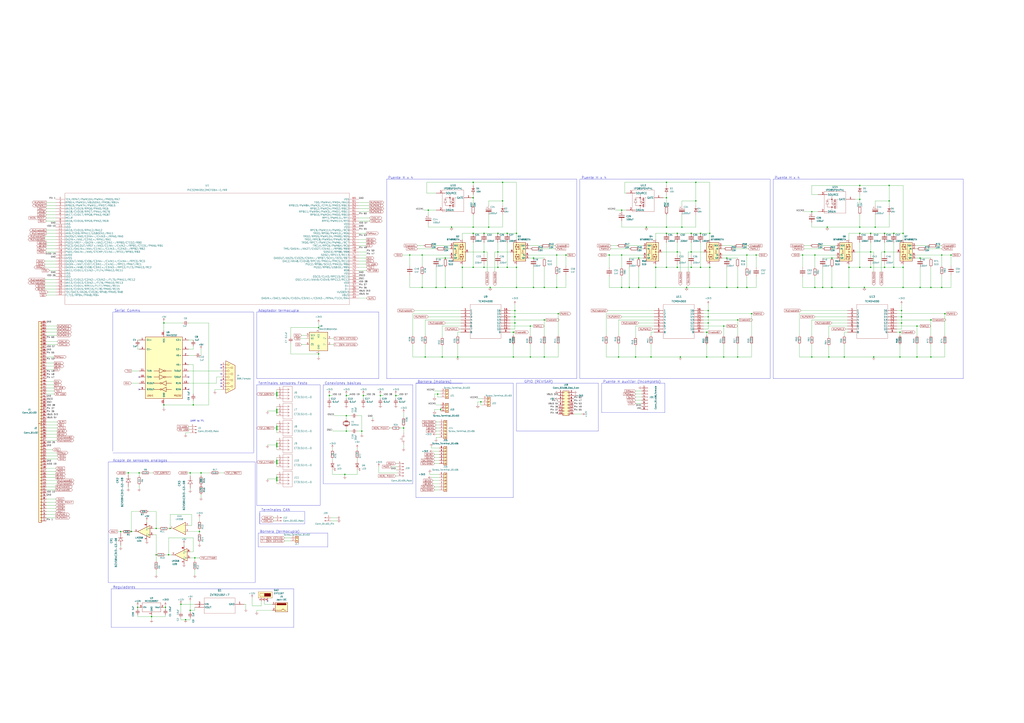
<source format=kicad_sch>
(kicad_sch (version 20230121) (generator eeschema)
  (paper "A1")
  (lib_symbols
    (symbol "2022-05-21_01-18-57:PIC32MK0512MCF064-E{slash}MR" (pin_names (offset 0.254))
      (property "Reference" "U" (at 124.46 10.16 0))
      (property "Value" "PIC32MK0512MCF064-E{slash}MR" (at 124.46 7.62 0))
      (symbol "PIC32MK0512MCF064-E{slash}MR_1_1"
        (pin bidirectional line (at 0 0 0) (length 7.62) (name "TCK/RPA7/PWM10H/PWM4L/PMD5/RA7") (number "1"))
        (pin power_in line (at 0 -22.86 0) (length 7.62) (name "VDD") (number "10"))
        (pin bidirectional line (at 0 -25.4 0) (length 7.62) (name "AN10/CVD10/RPA12/RA12") (number "11"))
        (pin bidirectional line (at 0 -27.94 0) (length 7.62) (name "AN9/CVD9/RPA11/USBOEN1/RA11") (number "12"))
        (pin bidirectional line (at 0 -30.48 0) (length 7.62) (name "OA2OUT/AN0/C2IN4-/C4IN3-/RPA0/RA0") (number "13"))
        (pin bidirectional line (at 0 -33.02 0) (length 7.62) (name "OA2IN+/AN1/C2IN1+/RPA1/RA1") (number "14"))
        (pin bidirectional line (at 0 -35.56 0) (length 7.62) (name "PGD3/VREF-/OA2IN-/AN2/C2IN1-/RPB0/CTED2/RB0") (number "15"))
        (pin bidirectional line (at 0 -38.1 0) (length 7.62) (name "PGC3/OA1OUT/VREF+/AN3/C1IN4-/C4IN2-/RPB1/CTED1/PMA6/RB1") (number "16"))
        (pin bidirectional line (at 0 -40.64 0) (length 7.62) (name "PGC1/OA1IN+/AN4/C1IN1+/C1IN3-/C2IN3-/RPB2/RB2") (number "17"))
        (pin bidirectional line (at 0 -43.18 0) (length 7.62) (name "PGD1/OA1IN-/AN5/CTCMP/C1IN1-/RTCC/RPB3/RB3") (number "18"))
        (pin power_in line (at 0 -45.72 0) (length 7.62) (name "AVDD") (number "19"))
        (pin bidirectional line (at 0 -2.54 0) (length 7.62) (name "RPB14/PWM1H/VBUSON1/PMD6/RB14") (number "2"))
        (pin power_in line (at 0 -48.26 0) (length 7.62) (name "AVSS") (number "20"))
        (pin bidirectional line (at 0 -50.8 0) (length 7.62) (name "OA3OUT/AN6/CVD6/C3IN4-/C4IN1+/C4IN4-/RPC0/RC0") (number "21"))
        (pin bidirectional line (at 0 -53.34 0) (length 7.62) (name "OA3IN-/AN7/CVD7/C3IN1-/C4IN1-/RPC1/PMA7/RC1") (number "22"))
        (pin bidirectional line (at 0 -55.88 0) (length 7.62) (name "OA3IN+/AN8/CVD8/C3IN1+/C3IN3-/RPC2/FLT3/PMA13/RC2") (number "23"))
        (pin bidirectional line (at 0 -58.42 0) (length 7.62) (name "AN11/CVD11/C1IN2-/FLT4/PMA12/RC11") (number "24"))
        (pin power_in line (at 0 -60.96 0) (length 7.62) (name "VSS") (number "25"))
        (pin power_in line (at 0 -63.5 0) (length 7.62) (name "VDD") (number "26"))
        (pin bidirectional line (at 0 -66.04 0) (length 7.62) (name "AN12/CVD12/C2IN2-/C5IN2-/FLT5/PMA11/RE12") (number "27"))
        (pin bidirectional line (at 0 -68.58 0) (length 7.62) (name "AN13/CVD13/C3IN2-/FLT6/PMA10/RE13") (number "28"))
        (pin bidirectional line (at 0 -71.12 0) (length 7.62) (name "AN14/CVD14/RPE14/FLT7/PMA1/RE14") (number "29"))
        (pin bidirectional line (at 0 -5.08 0) (length 7.62) (name "RPB15/PWM7H/PWM1L/PMD7/RB15") (number "3"))
        (pin bidirectional line (at 0 -73.66 0) (length 7.62) (name "AN15/CVD15/RPE15/FLT8/PMA0/RE15") (number "30"))
        (pin bidirectional line (at 0 -76.2 0) (length 7.62) (name "TDI/DAC3/AN26/CVD26/RPA8/PMA9/RA8") (number "31"))
        (pin bidirectional line (at 0 -78.74 0) (length 7.62) (name "FLT15/RPB4/PMA8/RB4") (number "32"))
        (pin bidirectional line (at 248.92 -81.28 180) (length 7.62) (name "OA5IN+/DAC1/AN24/CVD24/C5IN1+/C5IN3-/RPA4/T1CK/RA4") (number "33"))
        (pin power_in line (at 248.92 -78.74 180) (length 7.62) (name "VBUS") (number "34"))
        (pin power_in line (at 248.92 -76.2 180) (length 7.62) (name "VUSB3V3") (number "35"))
        (pin bidirectional line (at 248.92 -73.66 180) (length 7.62) (name "D-") (number "36"))
        (pin bidirectional line (at 248.92 -71.12 180) (length 7.62) (name "D+") (number "37"))
        (pin power_in line (at 248.92 -68.58 180) (length 7.62) (name "VDD") (number "38"))
        (pin bidirectional line (at 248.92 -66.04 180) (length 7.62) (name "OSCI/CLKI/AN49/CVD49/RPC12/RC12") (number "39"))
        (pin bidirectional line (at 0 -7.62 0) (length 7.62) (name "AN19/CVD19/RPG6/PMA5/RG6") (number "4"))
        (pin bidirectional line (at 248.92 -63.5 180) (length 7.62) (name "OSCO/CLKO/RPC15/RC15") (number "40"))
        (pin power_in line (at 248.92 -60.96 180) (length 7.62) (name "VSS") (number "41"))
        (pin bidirectional line (at 248.92 -58.42 180) (length 7.62) (name "RD8") (number "42"))
        (pin bidirectional line (at 248.92 -55.88 180) (length 7.62) (name "PGD2/RPB5/USBID1/RB5") (number "43"))
        (pin bidirectional line (at 248.92 -53.34 180) (length 7.62) (name "PGC2/RPB6/SCK2/PMA15/RB6") (number "44"))
        (pin bidirectional line (at 248.92 -50.8 180) (length 7.62) (name "DAC2/AN48/CVD48/RPC10/PMA14/PMCS/RC10") (number "45"))
        (pin bidirectional line (at 248.92 -48.26 180) (length 7.62) (name "OA5OUT/AN25/CVD25/C5IN4-/RPB7/SCK1/INT0/RB7") (number "46"))
        (pin bidirectional line (at 248.92 -45.72 180) (length 7.62) (name "SOSCI/RPC13/RC13") (number "47"))
        (pin bidirectional line (at 248.92 -43.18 180) (length 7.62) (name "SOSCO/RPB8/RB8") (number "48"))
        (pin bidirectional line (at 248.92 -40.64 180) (length 7.62) (name "TMS/OA5IN-/AN27/CVD27/C5IN1-/RPB9/RB9") (number "49"))
        (pin bidirectional line (at 0 -10.16 0) (length 7.62) (name "AN18/CVD18/RPG7/PMA4/RG76") (number "5"))
        (pin bidirectional line (at 248.92 -38.1 180) (length 7.62) (name "TRCLK/RPC6/PWM6H/RC6") (number "50"))
        (pin bidirectional line (at 248.92 -35.56 180) (length 7.62) (name "TRD0/RPC7/PWM12H/PWM6L/RC7") (number "51"))
        (pin bidirectional line (at 248.92 -33.02 180) (length 7.62) (name "TRD1/RPC8/PWM5H/PMWR/RC8") (number "52"))
        (pin bidirectional line (at 248.92 -30.48 180) (length 7.62) (name "TRD2/RPD5/PWM12H/PMRD/RD5") (number "53"))
        (pin bidirectional line (at 248.92 -27.94 180) (length 7.62) (name "TRD3/RPD6/PWM12L/RD6") (number "54"))
        (pin bidirectional line (at 248.92 -25.4 180) (length 7.62) (name "RPC9/PWM11H/PWM5L/RC9") (number "55"))
        (pin power_in line (at 248.92 -22.86 180) (length 7.62) (name "VSS") (number "56"))
        (pin power_in line (at 248.92 -20.32 180) (length 7.62) (name "VDD") (number "57"))
        (pin bidirectional line (at 248.92 -17.78 180) (length 7.62) (name "RPF0/PWM11H/RF0") (number "58"))
        (pin bidirectional line (at 248.92 -15.24 180) (length 7.62) (name "RPF1/PWM11L/RF1") (number "59"))
        (pin bidirectional line (at 0 -12.7 0) (length 7.62) (name "AN17/CVD17/RPG8/PMA3/RG87") (number "6"))
        (pin bidirectional line (at 248.92 -12.7 180) (length 7.62) (name "RPB10/PWM3H/PMD0/RB10") (number "60"))
        (pin bidirectional line (at 248.92 -10.16 180) (length 7.62) (name "RPB11/PWM9H/PWM3L/PMD1/RB11") (number "61"))
        (pin bidirectional line (at 248.92 -7.62 180) (length 7.62) (name "RPB12/PWM2H/PMD2/RB12") (number "62"))
        (pin bidirectional line (at 248.92 -5.08 180) (length 7.62) (name "RPB13/PWM8H/PWM2L/CTPLS/PMD3/RB13") (number "63"))
        (pin bidirectional line (at 248.92 -2.54 180) (length 7.62) (name "TDO/PWM4H/PMD4/RA10") (number "64"))
        (pin power_in line (at 248.92 0 180) (length 7.62) (name "VSS") (number "65"))
        (pin input line (at 0 -15.24 0) (length 7.62) (name "MCLR") (number "7"))
        (pin bidirectional line (at 0 -17.78 0) (length 7.62) (name "AN16/CVD16/RPG9/PMA2/RG9") (number "8"))
        (pin power_in line (at 0 -20.32 0) (length 7.62) (name "VSS") (number "9"))
      )
    )
    (symbol "2022-08-06_21-41-16:BZX584C3V3-G3-08" (pin_numbers hide) (pin_names (offset -1.651) hide)
      (property "Reference" "CR" (at 5.08 4.445 0))
      (property "Value" "BZX584C3V3-G3-08" (at 5.08 -7.62 0))
      (symbol "BZX584C3V3-G3-08_1_1"
        (pin unspecified line (at 10.16 0 180) (length 2.54) (name "1") (number "1"))
        (pin unspecified line (at 0 0 0) (length 2.54) (name "2") (number "2"))
      )
    )
    (symbol "2022-08-07_00-33-15:TCMD4000" (pin_names (offset 0.254))
      (property "Reference" "U" (at 20.32 10.16 0))
      (property "Value" "TCMD4000" (at 20.32 7.62 0))
      (symbol "TCMD4000_1_1"
        (pin unspecified line (at 0 0 0) (length 7.62) (name "1") (number "1"))
        (pin unspecified line (at 40.64 -15.24 180) (length 7.62) (name "10") (number "10"))
        (pin unspecified line (at 40.64 -12.7 180) (length 7.62) (name "11") (number "11"))
        (pin unspecified line (at 40.64 -10.16 180) (length 7.62) (name "12") (number "12"))
        (pin unspecified line (at 40.64 -7.62 180) (length 7.62) (name "13") (number "13"))
        (pin unspecified line (at 40.64 -5.08 180) (length 7.62) (name "14") (number "14"))
        (pin unspecified line (at 40.64 -2.54 180) (length 7.62) (name "15") (number "15"))
        (pin unspecified line (at 40.64 0 180) (length 7.62) (name "16") (number "16"))
        (pin unspecified line (at 0 -2.54 0) (length 7.62) (name "2") (number "2"))
        (pin unspecified line (at 0 -5.08 0) (length 7.62) (name "3") (number "3"))
        (pin unspecified line (at 0 -7.62 0) (length 7.62) (name "4") (number "4"))
        (pin unspecified line (at 0 -10.16 0) (length 7.62) (name "5") (number "5"))
        (pin unspecified line (at 0 -12.7 0) (length 7.62) (name "6") (number "6"))
        (pin unspecified line (at 0 -15.24 0) (length 7.62) (name "7") (number "7"))
        (pin unspecified line (at 0 -17.78 0) (length 7.62) (name "8") (number "8"))
        (pin unspecified line (at 40.64 -17.78 180) (length 7.62) (name "9") (number "9"))
      )
    )
    (symbol "2022-08-20_20-43-55:CT3151V1-0" (pin_names (offset 0.254) hide)
      (property "Reference" "J" (at 8.89 6.35 0))
      (property "Value" "CT3151V1-0" (at 10.16 -5.08 0))
      (symbol "CT3151V1-0_1_1"
        (pin unspecified line (at 0 0 0) (length 5.08) (name "1") (number "1"))
        (pin unspecified line (at 0 -2.54 0) (length 5.08) (name "2") (number "2"))
        (pin unspecified line (at 0 -5.08 0) (length 5.08) (name "3") (number "3"))
        (pin unspecified line (at 0 -7.62 0) (length 5.08) (name "4") (number "4"))
      )
    )
    (symbol "Amplifier_Operational:LM358" (pin_names (offset 0.127))
      (property "Reference" "U" (at 0 5.08 0))
      (property "Value" "LM358" (at 0 -5.08 0))
      (symbol "LM358_1_1"
        (pin output line (at 7.62 0 180) (length 2.54) (name "~") (number "1"))
        (pin input line (at -7.62 -2.54 0) (length 2.54) (name "-") (number "2"))
        (pin input line (at -7.62 2.54 0) (length 2.54) (name "+") (number "3"))
      )
      (symbol "LM358_2_1"
        (pin input line (at -7.62 2.54 0) (length 2.54) (name "+") (number "5"))
        (pin input line (at -7.62 -2.54 0) (length 2.54) (name "-") (number "6"))
        (pin output line (at 7.62 0 180) (length 2.54) (name "~") (number "7"))
      )
      (symbol "LM358_3_1"
        (pin power_in line (at -2.54 -7.62 90) (length 3.81) (name "V-") (number "4"))
        (pin power_in line (at -2.54 7.62 270) (length 3.81) (name "V+") (number "8"))
      )
    )
    (symbol "Connector:Conn_01x02_Male" (pin_names (offset 1.016) hide)
      (property "Reference" "J" (at 0 2.54 0))
      (property "Value" "Conn_01x02_Male" (at 0 -5.08 0))
      (symbol "Conn_01x02_Male_1_1"
        (pin passive line (at 5.08 0 180) (length 3.81) (name "Pin_1") (number "1"))
        (pin passive line (at 5.08 -2.54 180) (length 3.81) (name "Pin_2") (number "2"))
      )
    )
    (symbol "Connector:Conn_01x02_Pin" (pin_names (offset 1.016) hide)
      (property "Reference" "J" (at 0 2.54 0))
      (property "Value" "Conn_01x02_Pin" (at 0 -5.08 0))
      (symbol "Conn_01x02_Pin_1_1"
        (pin passive line (at 5.08 0 180) (length 3.81) (name "Pin_1") (number "1"))
        (pin passive line (at 5.08 -2.54 180) (length 3.81) (name "Pin_2") (number "2"))
      )
    )
    (symbol "Connector:Conn_01x03_Male" (pin_names (offset 1.016) hide)
      (property "Reference" "J" (at 0 5.08 0))
      (property "Value" "Conn_01x03_Male" (at 0 -5.08 0))
      (symbol "Conn_01x03_Male_1_1"
        (pin passive line (at 5.08 2.54 180) (length 3.81) (name "Pin_1") (number "1"))
        (pin passive line (at 5.08 0 180) (length 3.81) (name "Pin_2") (number "2"))
        (pin passive line (at 5.08 -2.54 180) (length 3.81) (name "Pin_3") (number "3"))
      )
    )
    (symbol "Connector:Conn_01x05_Male" (pin_names (offset 1.016) hide)
      (property "Reference" "J" (at 0 7.62 0))
      (property "Value" "Conn_01x05_Male" (at 0 -7.62 0))
      (symbol "Conn_01x05_Male_1_1"
        (pin passive line (at 5.08 5.08 180) (length 3.81) (name "Pin_1") (number "1"))
        (pin passive line (at 5.08 2.54 180) (length 3.81) (name "Pin_2") (number "2"))
        (pin passive line (at 5.08 0 180) (length 3.81) (name "Pin_3") (number "3"))
        (pin passive line (at 5.08 -2.54 180) (length 3.81) (name "Pin_4") (number "4"))
        (pin passive line (at 5.08 -5.08 180) (length 3.81) (name "Pin_5") (number "5"))
      )
    )
    (symbol "Connector:Conn_01x08_Female" (pin_names (offset 1.016) hide)
      (property "Reference" "J" (at 0 10.16 0))
      (property "Value" "Conn_01x08_Female" (at 0 -12.7 0))
      (symbol "Conn_01x08_Female_1_1"
        (pin passive line (at -5.08 7.62 0) (length 3.81) (name "Pin_1") (number "1"))
        (pin passive line (at -5.08 5.08 0) (length 3.81) (name "Pin_2") (number "2"))
        (pin passive line (at -5.08 2.54 0) (length 3.81) (name "Pin_3") (number "3"))
        (pin passive line (at -5.08 0 0) (length 3.81) (name "Pin_4") (number "4"))
        (pin passive line (at -5.08 -2.54 0) (length 3.81) (name "Pin_5") (number "5"))
        (pin passive line (at -5.08 -5.08 0) (length 3.81) (name "Pin_6") (number "6"))
        (pin passive line (at -5.08 -7.62 0) (length 3.81) (name "Pin_7") (number "7"))
        (pin passive line (at -5.08 -10.16 0) (length 3.81) (name "Pin_8") (number "8"))
      )
    )
    (symbol "Connector:DB9_Female" (pin_names (offset 1.016) hide)
      (property "Reference" "J" (at 0 13.97 0))
      (property "Value" "DB9_Female" (at 0 -14.605 0))
      (symbol "DB9_Female_1_1"
        (pin passive line (at -7.62 10.16 0) (length 3.81) (name "1") (number "1"))
        (pin passive line (at -7.62 5.08 0) (length 3.81) (name "2") (number "2"))
        (pin passive line (at -7.62 0 0) (length 3.81) (name "3") (number "3"))
        (pin passive line (at -7.62 -5.08 0) (length 3.81) (name "4") (number "4"))
        (pin passive line (at -7.62 -10.16 0) (length 3.81) (name "5") (number "5"))
        (pin passive line (at -7.62 7.62 0) (length 3.81) (name "6") (number "6"))
        (pin passive line (at -7.62 2.54 0) (length 3.81) (name "7") (number "7"))
        (pin passive line (at -7.62 -2.54 0) (length 3.81) (name "8") (number "8"))
        (pin passive line (at -7.62 -7.62 0) (length 3.81) (name "9") (number "9"))
      )
    )
    (symbol "Connector:Jack-DC" (pin_names (offset 1.016))
      (property "Reference" "J" (at 0 5.334 0))
      (property "Value" "Jack-DC" (at 0 -5.08 0))
      (symbol "Jack-DC_1_1"
        (pin passive line (at 7.62 2.54 180) (length 2.54) (name "~") (number "1"))
        (pin passive line (at 7.62 -2.54 180) (length 2.54) (name "~") (number "2"))
      )
    )
    (symbol "Connector:Screw_Terminal_01x02" (pin_names (offset 1.016) hide)
      (property "Reference" "J" (at 0 2.54 0))
      (property "Value" "Screw_Terminal_01x02" (at 0 -5.08 0))
      (symbol "Screw_Terminal_01x02_1_1"
        (pin passive line (at -5.08 0 0) (length 3.81) (name "Pin_1") (number "1"))
        (pin passive line (at -5.08 -2.54 0) (length 3.81) (name "Pin_2") (number "2"))
      )
    )
    (symbol "Connector:Screw_Terminal_01x03" (pin_names (offset 1.016) hide)
      (property "Reference" "J" (at 0 5.08 0))
      (property "Value" "Screw_Terminal_01x03" (at 0 -5.08 0))
      (symbol "Screw_Terminal_01x03_1_1"
        (pin passive line (at -5.08 2.54 0) (length 3.81) (name "Pin_1") (number "1"))
        (pin passive line (at -5.08 0 0) (length 3.81) (name "Pin_2") (number "2"))
        (pin passive line (at -5.08 -2.54 0) (length 3.81) (name "Pin_3") (number "3"))
      )
    )
    (symbol "Connector:Screw_Terminal_01x06" (pin_names (offset 1.016) hide)
      (property "Reference" "J" (at 0 7.62 0))
      (property "Value" "Screw_Terminal_01x06" (at 0 -10.16 0))
      (symbol "Screw_Terminal_01x06_1_1"
        (pin passive line (at -5.08 5.08 0) (length 3.81) (name "Pin_1") (number "1"))
        (pin passive line (at -5.08 2.54 0) (length 3.81) (name "Pin_2") (number "2"))
        (pin passive line (at -5.08 0 0) (length 3.81) (name "Pin_3") (number "3"))
        (pin passive line (at -5.08 -2.54 0) (length 3.81) (name "Pin_4") (number "4"))
        (pin passive line (at -5.08 -5.08 0) (length 3.81) (name "Pin_5") (number "5"))
        (pin passive line (at -5.08 -7.62 0) (length 3.81) (name "Pin_6") (number "6"))
      )
    )
    (symbol "Connector_Generic:Conn_01x32" (pin_names (offset 1.016) hide)
      (property "Reference" "J" (at 0 40.64 0))
      (property "Value" "Conn_01x32" (at 0 -43.18 0))
      (symbol "Conn_01x32_1_1"
        (pin passive line (at -5.08 38.1 0) (length 3.81) (name "Pin_1") (number "1"))
        (pin passive line (at -5.08 15.24 0) (length 3.81) (name "Pin_10") (number "10"))
        (pin passive line (at -5.08 12.7 0) (length 3.81) (name "Pin_11") (number "11"))
        (pin passive line (at -5.08 10.16 0) (length 3.81) (name "Pin_12") (number "12"))
        (pin passive line (at -5.08 7.62 0) (length 3.81) (name "Pin_13") (number "13"))
        (pin passive line (at -5.08 5.08 0) (length 3.81) (name "Pin_14") (number "14"))
        (pin passive line (at -5.08 2.54 0) (length 3.81) (name "Pin_15") (number "15"))
        (pin passive line (at -5.08 0 0) (length 3.81) (name "Pin_16") (number "16"))
        (pin passive line (at -5.08 -2.54 0) (length 3.81) (name "Pin_17") (number "17"))
        (pin passive line (at -5.08 -5.08 0) (length 3.81) (name "Pin_18") (number "18"))
        (pin passive line (at -5.08 -7.62 0) (length 3.81) (name "Pin_19") (number "19"))
        (pin passive line (at -5.08 35.56 0) (length 3.81) (name "Pin_2") (number "2"))
        (pin passive line (at -5.08 -10.16 0) (length 3.81) (name "Pin_20") (number "20"))
        (pin passive line (at -5.08 -12.7 0) (length 3.81) (name "Pin_21") (number "21"))
        (pin passive line (at -5.08 -15.24 0) (length 3.81) (name "Pin_22") (number "22"))
        (pin passive line (at -5.08 -17.78 0) (length 3.81) (name "Pin_23") (number "23"))
        (pin passive line (at -5.08 -20.32 0) (length 3.81) (name "Pin_24") (number "24"))
        (pin passive line (at -5.08 -22.86 0) (length 3.81) (name "Pin_25") (number "25"))
        (pin passive line (at -5.08 -25.4 0) (length 3.81) (name "Pin_26") (number "26"))
        (pin passive line (at -5.08 -27.94 0) (length 3.81) (name "Pin_27") (number "27"))
        (pin passive line (at -5.08 -30.48 0) (length 3.81) (name "Pin_28") (number "28"))
        (pin passive line (at -5.08 -33.02 0) (length 3.81) (name "Pin_29") (number "29"))
        (pin passive line (at -5.08 33.02 0) (length 3.81) (name "Pin_3") (number "3"))
        (pin passive line (at -5.08 -35.56 0) (length 3.81) (name "Pin_30") (number "30"))
        (pin passive line (at -5.08 -38.1 0) (length 3.81) (name "Pin_31") (number "31"))
        (pin passive line (at -5.08 -40.64 0) (length 3.81) (name "Pin_32") (number "32"))
        (pin passive line (at -5.08 30.48 0) (length 3.81) (name "Pin_4") (number "4"))
        (pin passive line (at -5.08 27.94 0) (length 3.81) (name "Pin_5") (number "5"))
        (pin passive line (at -5.08 25.4 0) (length 3.81) (name "Pin_6") (number "6"))
        (pin passive line (at -5.08 22.86 0) (length 3.81) (name "Pin_7") (number "7"))
        (pin passive line (at -5.08 20.32 0) (length 3.81) (name "Pin_8") (number "8"))
        (pin passive line (at -5.08 17.78 0) (length 3.81) (name "Pin_9") (number "9"))
      )
    )
    (symbol "Connector_Generic:Conn_01x33" (pin_names (offset 1.016) hide)
      (property "Reference" "J1" (at 0 46.99 0))
      (property "Value" "Conn_01x33" (at 0 44.45 0))
      (symbol "Conn_01x33_1_1"
        (pin passive line (at -5.08 40.64 0) (length 3.81) (name "Pin_1") (number "33"))
        (pin passive line (at -5.08 38.1 0) (length 3.81) (name "Pin_2") (number "34"))
        (pin passive line (at -5.08 35.56 0) (length 3.81) (name "Pin_3") (number "35"))
        (pin passive line (at -5.08 33.02 0) (length 3.81) (name "Pin_4") (number "36"))
        (pin passive line (at -5.08 30.48 0) (length 3.81) (name "Pin_5") (number "37"))
        (pin passive line (at -5.08 27.94 0) (length 3.81) (name "Pin_6") (number "38"))
        (pin passive line (at -5.08 25.4 0) (length 3.81) (name "Pin_7") (number "39"))
        (pin passive line (at -5.08 22.86 0) (length 3.81) (name "Pin_8") (number "40"))
        (pin passive line (at -5.08 20.32 0) (length 3.81) (name "Pin_10") (number "41"))
        (pin passive line (at -5.08 17.78 0) (length 3.81) (name "Pin_10") (number "42"))
        (pin passive line (at -5.08 15.24 0) (length 3.81) (name "Pin_11") (number "43"))
        (pin passive line (at -5.08 12.7 0) (length 3.81) (name "Pin_12") (number "44"))
        (pin passive line (at -5.08 10.16 0) (length 3.81) (name "Pin_13") (number "45"))
        (pin passive line (at -5.08 7.62 0) (length 3.81) (name "Pin_14") (number "46"))
        (pin passive line (at -5.08 5.08 0) (length 3.81) (name "Pin_15") (number "47"))
        (pin passive line (at -5.08 2.54 0) (length 3.81) (name "Pin_16") (number "48"))
        (pin passive line (at -5.08 0 0) (length 3.81) (name "Pin_17") (number "49"))
        (pin passive line (at -5.08 -2.54 0) (length 3.81) (name "Pin_18") (number "50"))
        (pin passive line (at -5.08 -5.08 0) (length 3.81) (name "Pin_19") (number "51"))
        (pin passive line (at -5.08 -7.62 0) (length 3.81) (name "Pin_20") (number "52"))
        (pin passive line (at -5.08 -10.16 0) (length 3.81) (name "Pin_21") (number "53"))
        (pin passive line (at -5.08 -12.7 0) (length 3.81) (name "Pin_22") (number "54"))
        (pin passive line (at -5.08 -15.24 0) (length 3.81) (name "Pin_23") (number "55"))
        (pin passive line (at -5.08 -17.78 0) (length 3.81) (name "Pin_24") (number "56"))
        (pin passive line (at -5.08 -20.32 0) (length 3.81) (name "Pin_25") (number "57"))
        (pin passive line (at -5.08 -22.86 0) (length 3.81) (name "Pin_26") (number "58"))
        (pin passive line (at -5.08 -25.4 0) (length 3.81) (name "Pin_27") (number "59"))
        (pin passive line (at -5.08 -27.94 0) (length 3.81) (name "Pin_28") (number "60"))
        (pin passive line (at -5.08 -30.48 0) (length 3.81) (name "Pin_29") (number "61"))
        (pin passive line (at -5.08 -33.02 0) (length 3.81) (name "Pin_30") (number "62"))
        (pin passive line (at -5.08 -35.56 0) (length 3.81) (name "Pin_31") (number "63"))
        (pin passive line (at -5.08 -38.1 0) (length 3.81) (name "Pin_32") (number "64"))
        (pin passive line (at -5.08 -40.64 0) (length 3.81) (name "Pin_33") (number "65"))
      )
    )
    (symbol "Connector_Generic:Conn_02x08_Odd_Even" (pin_names (offset 1.016) hide)
      (property "Reference" "J" (at 1.27 10.16 0))
      (property "Value" "Conn_02x08_Odd_Even" (at 1.27 -12.7 0))
      (symbol "Conn_02x08_Odd_Even_1_1"
        (pin passive line (at -5.08 7.62 0) (length 3.81) (name "Pin_1") (number "1"))
        (pin passive line (at 7.62 -2.54 180) (length 3.81) (name "Pin_10") (number "10"))
        (pin passive line (at -5.08 -5.08 0) (length 3.81) (name "Pin_11") (number "11"))
        (pin passive line (at 7.62 -5.08 180) (length 3.81) (name "Pin_12") (number "12"))
        (pin passive line (at -5.08 -7.62 0) (length 3.81) (name "Pin_13") (number "13"))
        (pin passive line (at 7.62 -7.62 180) (length 3.81) (name "Pin_14") (number "14"))
        (pin passive line (at -5.08 -10.16 0) (length 3.81) (name "Pin_15") (number "15"))
        (pin passive line (at 7.62 -10.16 180) (length 3.81) (name "Pin_16") (number "16"))
        (pin passive line (at 7.62 7.62 180) (length 3.81) (name "Pin_2") (number "2"))
        (pin passive line (at -5.08 5.08 0) (length 3.81) (name "Pin_3") (number "3"))
        (pin passive line (at 7.62 5.08 180) (length 3.81) (name "Pin_4") (number "4"))
        (pin passive line (at -5.08 2.54 0) (length 3.81) (name "Pin_5") (number "5"))
        (pin passive line (at 7.62 2.54 180) (length 3.81) (name "Pin_6") (number "6"))
        (pin passive line (at -5.08 0 0) (length 3.81) (name "Pin_7") (number "7"))
        (pin passive line (at 7.62 0 180) (length 3.81) (name "Pin_8") (number "8"))
        (pin passive line (at -5.08 -2.54 0) (length 3.81) (name "Pin_9") (number "9"))
      )
    )
    (symbol "Device:C" (pin_numbers hide) (pin_names (offset 0.254))
      (property "Reference" "C" (at 0.635 2.54 0))
      (property "Value" "C" (at 0.635 -2.54 0))
      (symbol "C_1_1"
        (pin passive line (at 0 3.81 270) (length 2.794) (name "~") (number "1"))
        (pin passive line (at 0 -3.81 90) (length 2.794) (name "~") (number "2"))
      )
    )
    (symbol "Device:C_Polarized" (pin_numbers hide) (pin_names (offset 0.254))
      (property "Reference" "C" (at 0.635 2.54 0))
      (property "Value" "C_Polarized" (at 0.635 -2.54 0))
      (symbol "C_Polarized_1_1"
        (pin passive line (at 0 3.81 270) (length 2.794) (name "~") (number "1"))
        (pin passive line (at 0 -3.81 90) (length 2.794) (name "~") (number "2"))
      )
    )
    (symbol "Device:C_Small" (pin_numbers hide) (pin_names (offset 0.254) hide)
      (property "Reference" "C" (at 0.254 1.778 0))
      (property "Value" "C_Small" (at 0.254 -2.032 0))
      (symbol "C_Small_1_1"
        (pin passive line (at 0 2.54 270) (length 2.032) (name "~") (number "1"))
        (pin passive line (at 0 -2.54 90) (length 2.032) (name "~") (number "2"))
      )
    )
    (symbol "Device:Crystal" (pin_numbers hide) (pin_names (offset 1.016) hide)
      (property "Reference" "Y" (at 0 3.81 0))
      (property "Value" "Crystal" (at 0 -3.81 0))
      (symbol "Crystal_1_1"
        (pin passive line (at -3.81 0 0) (length 1.27) (name "1") (number "1"))
        (pin passive line (at 3.81 0 180) (length 1.27) (name "2") (number "2"))
      )
    )
    (symbol "Device:D_Zener" (pin_numbers hide) (pin_names (offset 1.016) hide)
      (property "Reference" "D" (at 0 2.54 0))
      (property "Value" "D_Zener" (at 0 -2.54 0))
      (symbol "D_Zener_1_1"
        (pin passive line (at -3.81 0 0) (length 2.54) (name "K") (number "1"))
        (pin passive line (at 3.81 0 180) (length 2.54) (name "A") (number "2"))
      )
    )
    (symbol "Device:LED" (pin_numbers hide) (pin_names (offset 1.016) hide)
      (property "Reference" "D" (at 0 2.54 0))
      (property "Value" "LED" (at 0 -2.54 0))
      (symbol "LED_1_1"
        (pin passive line (at -3.81 0 0) (length 2.54) (name "K") (number "1"))
        (pin passive line (at 3.81 0 180) (length 2.54) (name "A") (number "2"))
      )
    )
    (symbol "Device:R" (pin_numbers hide) (pin_names (offset 0))
      (property "Reference" "R" (at 2.032 0 90))
      (property "Value" "R" (at 0 0 90))
      (symbol "R_1_1"
        (pin passive line (at 0 3.81 270) (length 1.27) (name "~") (number "1"))
        (pin passive line (at 0 -3.81 90) (length 1.27) (name "~") (number "2"))
      )
    )
    (symbol "IPD70P04P409ATMA1_1" (pin_names (offset 0.254))
      (property "Reference" "U10" (at 16.51 10.16 0))
      (property "Value" "IPD70P04P409ATMA1" (at 16.51 7.62 0))
      (symbol "IPD70P04P409ATMA1_1_1_1"
        (pin unspecified line (at 0 0 0) (length 7.62) (name "GATE") (number "1"))
        (pin unspecified line (at 30.48 -10.16 180) (length 7.62) (name "DRAIN") (number "2"))
        (pin unspecified line (at 30.48 3.81 180) (length 7.62) (name "SOURCE") (number "3"))
      )
    )
    (symbol "Interface_UART:MAX232" (pin_names (offset 1.016))
      (property "Reference" "U" (at -2.54 28.575 0))
      (property "Value" "MAX232" (at -2.54 26.67 0))
      (symbol "MAX232_0_0"
        (text "LOGIC" (at -11.43 -22.86 0) (effects (font (size 1.27 1.27))))
        (text "RS232" (at 11.43 -22.86 0) (effects (font (size 1.27 1.27))))
      )
      (symbol "MAX232_1_1"
        (pin passive line (at -20.32 22.86 0) (length 5.08) (name "C1+") (number "1"))
        (pin input line (at -20.32 -7.62 0) (length 5.08) (name "T2IN") (number "10"))
        (pin input line (at -20.32 -2.54 0) (length 5.08) (name "T1IN") (number "11"))
        (pin output line (at -20.32 -12.7 0) (length 5.08) (name "R1OUT") (number "12"))
        (pin input line (at 20.32 -12.7 180) (length 5.08) (name "R1IN") (number "13"))
        (pin output line (at 20.32 -2.54 180) (length 5.08) (name "T1OUT") (number "14"))
        (pin power_in line (at 0 -30.48 90) (length 5.08) (name "GND") (number "15"))
        (pin power_in line (at 0 30.48 270) (length 5.08) (name "VCC") (number "16"))
        (pin power_out line (at 20.32 10.16 180) (length 5.08) (name "VS+") (number "2"))
        (pin passive line (at -20.32 15.24 0) (length 5.08) (name "C1-") (number "3"))
        (pin passive line (at 20.32 22.86 180) (length 5.08) (name "C2+") (number "4"))
        (pin passive line (at 20.32 15.24 180) (length 5.08) (name "C2-") (number "5"))
        (pin power_out line (at 20.32 2.54 180) (length 5.08) (name "VS-") (number "6"))
        (pin output line (at 20.32 -7.62 180) (length 5.08) (name "T2OUT") (number "7"))
        (pin input line (at 20.32 -17.78 180) (length 5.08) (name "R2IN") (number "8"))
        (pin output line (at -20.32 -17.78 0) (length 5.08) (name "R2OUT") (number "9"))
      )
    )
    (symbol "MC33269ST:MC33269ST"
      (property "Reference" "U3" (at 0 7.62 0))
      (property "Value" "~" (at 0 6.35 0))
      (symbol "MC33269ST_1_1"
        (pin input line (at 0 -6.35 90) (length 2.54) (name "GND") (number "1"))
        (pin input line (at 10.16 0 180) (length 2.54) (name "Vout") (number "2"))
        (pin input line (at -10.16 0 0) (length 2.54) (name "Vin") (number "3"))
      )
    )
    (symbol "Power_Management:BTN8982TA"
      (property "Reference" "Q" (at 6.35 5.715 0))
      (property "Value" "BTN8982TA" (at 6.35 3.81 0))
      (symbol "BTN8982TA_1_0"
        (text "Ctrl" (at -2.54 0 900) (effects (font (size 1.27 1.27))))
      )
      (symbol "BTN8982TA_1_1"
        (pin power_in line (at 2.54 -10.16 90) (length 2.54) (name "~") (number "1"))
        (pin input line (at -7.62 2.54 0) (length 2.54) (name "IN") (number "2"))
        (pin input line (at -7.62 5.08 0) (length 2.54) (name "INH") (number "3"))
        (pin passive line (at 7.62 0 180) (length 2.54) hide (name "~") (number "4"))
        (pin input line (at -7.62 -5.08 0) (length 2.54) (name "SR") (number "5"))
        (pin output line (at -7.62 -2.54 0) (length 2.54) (name "IS") (number "6"))
        (pin power_in line (at 2.54 10.16 270) (length 2.54) (name "~") (number "7"))
        (pin passive line (at 7.62 0 180) (length 2.54) (name "~") (number "8"))
      )
    )
    (symbol "Sensor_Temperature:MAX31855KASA" (pin_names (offset 1.016))
      (property "Reference" "U" (at -7.62 8.89 0))
      (property "Value" "MAX31855KASA" (at 1.27 8.89 0))
      (symbol "MAX31855KASA_1_1"
        (pin power_in line (at 0 -10.16 90) (length 2.54) (name "GND") (number "1"))
        (pin passive line (at -10.16 -2.54 0) (length 2.54) (name "T-") (number "2"))
        (pin passive line (at -10.16 2.54 0) (length 2.54) (name "T+") (number "3"))
        (pin power_in line (at 0 10.16 270) (length 2.54) (name "VCC") (number "4"))
        (pin input line (at 10.16 5.08 180) (length 2.54) (name "SCK") (number "5"))
        (pin input line (at 10.16 -2.54 180) (length 2.54) (name "~{CS}") (number "6"))
        (pin tri_state line (at 10.16 2.54 180) (length 2.54) (name "SO") (number "7"))
      )
    )
    (symbol "Switch:SW_Push" (pin_numbers hide) (pin_names (offset 1.016) hide)
      (property "Reference" "SW" (at 1.27 2.54 0))
      (property "Value" "SW_Push" (at 0 -1.524 0))
      (symbol "SW_Push_0_1"
        (pin passive line (at -5.08 0 0) (length 2.54) (name "1") (number "1"))
        (pin passive line (at 5.08 0 180) (length 2.54) (name "2") (number "2"))
      )
    )
    (symbol "Switch_Interruptor:CYT1107"
      (property "Reference" "SW" (at -5.08 7.62 0))
      (property "Value" "CYT1107" (at -2.54 5.08 0))
      (symbol "CYT1107_1_1"
        (pin free line (at -2.54 -6.35 90) (length 2.54) (name "") (number "1"))
        (pin free line (at 0 -6.35 90) (length 2.54) (name "") (number "2"))
        (pin free line (at 2.54 -6.35 90) (length 2.54) (name "") (number "3"))
      )
    )
    (symbol "ZXTR2105F-7:ZXTR2105F-7" (pin_names (offset 0.254))
      (property "Reference" "Q" (at 20.32 10.16 0))
      (property "Value" "ZXTR2105F-7" (at 20.32 7.62 0))
      (symbol "ZXTR2105F-7_1_1"
        (pin power_in line (at 0 0 0) (length 7.62) (name "GND") (number "1"))
        (pin output line (at 40.64 -2.54 180) (length 7.62) (name "VOUT") (number "2"))
        (pin power_in line (at 40.64 0 180) (length 7.62) (name "VIN") (number "3"))
      )
    )
    (symbol "power:+12V" (power) (pin_names (offset 0))
      (property "Value" "+12V" (at 0 3.556 0))
      (symbol "+12V_1_1"
        (pin power_in line (at 0 0 90) (length 0) hide (name "+12V") (number "1"))
      )
    )
    (symbol "power:+3.3V" (power) (pin_names (offset 0))
      (property "Value" "+3.3V" (at 0 3.556 0))
      (symbol "+3.3V_1_1"
        (pin power_in line (at 0 0 90) (length 0) hide (name "+3V3") (number "1"))
      )
    )
    (symbol "power:+5V" (power) (pin_names (offset 0))
      (property "Value" "+5V" (at 0 3.556 0))
      (symbol "+5V_1_1"
        (pin power_in line (at 0 0 90) (length 0) hide (name "+5V") (number "1"))
      )
    )
    (symbol "power:GND1" (power) (pin_names (offset 0))
      (property "Value" "GND1" (at 0 -3.81 0))
      (symbol "GND1_1_1"
        (pin power_in line (at 0 0 270) (length 0) hide (name "GND1") (number "1"))
      )
    )
    (symbol "power:GNDREF" (power) (pin_names (offset 0))
      (property "Value" "GNDREF" (at 0 -3.81 0))
      (symbol "GNDREF_1_1"
        (pin power_in line (at 0 0 270) (length 0) hide (name "GNDREF") (number "1"))
      )
    )
  )
  (junction (at 730.25 165.1))
  (junction (at 582.93 191.77))
  (junction (at 297.18 354.33))
  (junction (at 114.3 388.62))
  (junction (at 359.41 323.85))
  (junction (at 227.33 365.76))
  (junction (at 605.79 262.89))
  (junction (at 408.94 207.01))
  (junction (at 227.33 378.46))
  (junction (at 697.23 236.22))
  (junction (at 563.88 236.22))
  (junction (at 227.33 351.79))
  (junction (at 534.67 293.37))
  (junction (at 325.12 325.12))
  (junction (at 227.33 394.97))
  (junction (at 351.79 172.72))
  (junction (at 764.54 293.37))
  (junction (at 571.5 149.86))
  (junction (at 435.61 293.37))
  (junction (at 706.12 219.71))
  (junction (at 402.59 236.22))
  (junction (at 105.41 388.62))
  (junction (at 775.97 257.81))
  (junction (at 773.43 236.22))
  (junction (at 726.44 191.77))
  (junction (at 547.37 219.71))
  (junction (at 138.43 455.93))
  (junction (at 160.02 458.47))
  (junction (at 659.13 209.55))
  (junction (at 158.75 332.74))
  (junction (at 379.73 236.22))
  (junction (at 361.95 336.55))
  (junction (at 134.62 265.43))
  (junction (at 128.27 455.93))
  (junction (at 270.51 325.12))
  (junction (at 666.75 173.99))
  (junction (at 764.54 236.22))
  (junction (at 594.36 293.37))
  (junction (at 227.33 364.49))
  (junction (at 298.45 325.12))
  (junction (at 422.91 260.35))
  (junction (at 331.47 351.79))
  (junction (at 613.41 209.55))
  (junction (at 706.12 186.69))
  (junction (at 421.64 273.05))
  (junction (at 124.46 506.73))
  (junction (at 447.04 236.22))
  (junction (at 261.62 290.83))
  (junction (at 718.82 186.69))
  (junction (at 227.33 322.58))
  (junction (at 284.48 341.63))
  (junction (at 227.33 353.06))
  (junction (at 717.55 293.37))
  (junction (at 139.7 434.34))
  (junction (at 227.33 337.82))
  (junction (at 715.01 191.77))
  (junction (at 781.05 209.55))
  (junction (at 284.48 325.12))
  (junction (at 422.91 255.27))
  (junction (at 709.93 236.22))
  (junction (at 227.33 381))
  (junction (at 739.14 273.05))
  (junction (at 156.21 501.65))
  (junction (at 556.26 191.77))
  (junction (at 753.11 293.37))
  (junction (at 730.25 152.4))
  (junction (at 693.42 293.37))
  (junction (at 596.9 236.22))
  (junction (at 408.94 191.77))
  (junction (at 163.83 436.88))
  (junction (at 596.9 212.09))
  (junction (at 581.66 265.43))
  (junction (at 734.06 219.71))
  (junction (at 740.41 255.27))
  (junction (at 388.62 219.71))
  (junction (at 435.61 267.97))
  (junction (at 605.79 293.37))
  (junction (at 227.33 367.03))
  (junction (at 567.69 207.01))
  (junction (at 669.29 209.55))
  (junction (at 500.38 209.55))
  (junction (at 741.68 236.22))
  (junction (at 227.33 339.09))
  (junction (at 567.69 219.71))
  (junction (at 755.65 236.22))
  (junction (at 397.51 219.71))
  (junction (at 152.4 509.27))
  (junction (at 582.93 236.22))
  (junction (at 516.89 236.22))
  (junction (at 412.75 165.1))
  (junction (at 358.14 236.22))
  (junction (at 388.62 186.69))
  (junction (at 365.76 212.09))
  (junction (at 283.21 389.89))
  (junction (at 422.91 265.43))
  (junction (at 558.8 293.37))
  (junction (at 741.68 219.71))
  (junction (at 156.21 388.62))
  (junction (at 134.62 332.74))
  (junction (at 594.36 267.97))
  (junction (at 438.15 212.09))
  (junction (at 755.65 212.09))
  (junction (at 680.72 293.37))
  (junction (at 457.2 236.22))
  (junction (at 349.25 293.37))
  (junction (at 741.68 191.77))
  (junction (at 394.97 330.2))
  (junction (at 408.94 219.71))
  (junction (at 135.89 499.11))
  (junction (at 457.2 209.55))
  (junction (at 679.45 186.69))
  (junction (at 571.5 165.1))
  (junction (at 336.55 209.55))
  (junction (at 379.73 219.71))
  (junction (at 113.03 499.11))
  (junction (at 538.48 236.22))
  (junction (at 365.76 236.22))
  (junction (at 99.06 436.88))
  (junction (at 508 293.37))
  (junction (at 556.26 219.71))
  (junction (at 547.37 149.86))
  (junction (at 613.41 236.22))
  (junction (at 424.18 236.22))
  (junction (at 580.39 273.05))
  (junction (at 669.29 236.22))
  (junction (at 683.26 212.09))
  (junction (at 107.95 436.88))
  (junction (at 556.26 207.01))
  (junction (at 567.69 191.77))
  (junction (at 261.62 269.24))
  (junction (at 547.37 191.77))
  (junction (at 582.93 219.71))
  (junction (at 227.33 393.7))
  (junction (at 605.79 236.22))
  (junction (at 388.62 162.56))
  (junction (at 397.51 207.01))
  (junction (at 165.1 388.62))
  (junction (at 739.14 293.37))
  (junction (at 416.56 191.77))
  (junction (at 370.84 186.69))
  (junction (at 764.54 262.89))
  (junction (at 706.12 152.4))
  (junction (at 666.75 293.37))
  (junction (at 530.86 186.69))
  (junction (at 458.47 257.81))
  (junction (at 346.71 236.22))
  (junction (at 363.22 293.37))
  (junction (at 575.31 191.77))
  (junction (at 227.33 323.85))
  (junction (at 734.06 191.77))
  (junction (at 753.11 267.97))
  (junction (at 621.03 209.55))
  (junction (at 581.66 260.35))
  (junction (at 538.48 219.71))
  (junction (at 227.33 392.43))
  (junction (at 227.33 350.52))
  (junction (at 773.43 209.55))
  (junction (at 547.37 186.69))
  (junction (at 424.18 219.71))
  (junction (at 706.12 163.83))
  (junction (at 401.32 186.69))
  (junction (at 524.51 212.09))
  (junction (at 617.22 257.81))
  (junction (at 388.62 149.86))
  (junction (at 128.27 434.34))
  (junction (at 375.92 293.37))
  (junction (at 412.75 149.86))
  (junction (at 521.97 293.37))
  (junction (at 227.33 379.73))
  (junction (at 560.07 186.69))
  (junction (at 547.37 162.56))
  (junction (at 397.51 191.77))
  (junction (at 447.04 293.37))
  (junction (at 580.39 293.37))
  (junction (at 227.33 336.55))
  (junction (at 675.64 236.22))
  (junction (at 706.12 191.77))
  (junction (at 388.62 191.77))
  (junction (at 438.15 236.22))
  (junction (at 510.54 209.55))
  (junction (at 683.26 236.22))
  (junction (at 740.41 265.43))
  (junction (at 346.71 209.55))
  (junction (at 424.18 191.77))
  (junction (at 148.59 496.57))
  (junction (at 510.54 172.72))
  (junction (at 581.66 255.27))
  (junction (at 575.31 219.71))
  (junction (at 510.54 236.22))
  (junction (at 284.48 354.33))
  (junction (at 447.04 262.89))
  (junction (at 524.51 236.22))
  (junction (at 464.82 209.55))
  (junction (at 312.42 325.12))
  (junction (at 421.64 293.37))
  (junction (at 715.01 219.71))
  (junction (at 416.56 219.71))
  (junction (at 715.01 207.01))
  (junction (at 697.23 219.71))
  (junction (at 726.44 207.01))
  (junction (at 227.33 325.12))
  (junction (at 726.44 219.71))
  (junction (at 740.41 260.35))
  (no_connect (at 181.61 302.26))
  (no_connect (at 181.61 307.34))
  (no_connect (at 181.61 299.72))
  (no_connect (at 181.61 312.42))
  (no_connect (at 114.3 309.88))
  (no_connect (at 114.3 320.04))
  (no_connect (at 181.61 317.5))
  (no_connect (at 219.71 494.03))
  (no_connect (at 181.61 314.96))
  (no_connect (at 154.94 309.88))
  (no_connect (at 154.94 320.04))
  (wire (pts (xy 154.94 279.4) (xy 158.75 279.4)))
  (wire (pts (xy 227.33 320.04) (xy 227.33 322.58)))
  (wire (pts (xy 593.09 204.47) (xy 594.36 204.47)))
  (wire (pts (xy 659.13 209.55) (xy 669.29 209.55)))
  (wire (pts (xy 741.68 191.77) (xy 741.68 196.85)))
  (wire (pts (xy 271.78 278.13) (xy 274.32 278.13)))
  (wire (pts (xy 547.37 176.53) (xy 547.37 186.69)))
  (wire (pts (xy 294.64 212.09) (xy 300.99 212.09)))
  (wire (pts (xy 45.72 207.01) (xy 38.1 207.01)))
  (wire (pts (xy 113.03 505.46) (xy 113.03 506.73)))
  (wire (pts (xy 38.1 179.07) (xy 45.72 179.07)))
  (wire (pts (xy 605.79 293.37) (xy 617.22 293.37)))
  (wire (pts (xy 361.95 326.39) (xy 359.41 326.39)))
  (wire (pts (xy 227.33 379.73) (xy 227.33 381)))
  (polyline (pts (xy 209.55 478.79) (xy 209.55 379.73)))
  (wire (pts (xy 157.48 431.8) (xy 157.48 422.91)))
  (wire (pts (xy 419.1 273.05) (xy 421.64 273.05)))
  (wire (pts (xy 666.75 152.4) (xy 666.75 160.02)))
  (wire (pts (xy 138.43 434.34) (xy 139.7 434.34)))
  (polyline (pts (xy 210.82 311.15) (xy 311.15 311.15)))
  (wire (pts (xy 107.95 420.37) (xy 107.95 436.88)))
  (wire (pts (xy 227.33 378.46) (xy 227.33 379.73)))
  (wire (pts (xy 96.52 436.88) (xy 99.06 436.88)))
  (wire (pts (xy 358.14 349.25) (xy 360.68 349.25)))
  (wire (pts (xy 102.87 388.62) (xy 105.41 388.62)))
  (wire (pts (xy 154.94 350.52) (xy 156.21 350.52)))
  (wire (pts (xy 134.62 264.16) (xy 134.62 265.43)))
  (wire (pts (xy 438.15 236.22) (xy 424.18 236.22)))
  (wire (pts (xy 219.71 393.7) (xy 227.33 393.7)))
  (wire (pts (xy 388.62 219.71) (xy 397.51 219.71)))
  (polyline (pts (xy 339.09 397.51) (xy 339.09 316.23)))
  (wire (pts (xy 594.36 267.97) (xy 594.36 275.59)))
  (wire (pts (xy 581.66 260.35) (xy 581.66 255.27)))
  (wire (pts (xy 521.97 293.37) (xy 534.67 293.37)))
  (wire (pts (xy 157.48 422.91) (xy 139.7 422.91)))
  (wire (pts (xy 325.12 391.16) (xy 326.39 391.16)))
  (wire (pts (xy 154.94 431.8) (xy 157.48 431.8)))
  (wire (pts (xy 683.26 219.71) (xy 683.26 236.22)))
  (wire (pts (xy 346.71 236.22) (xy 358.14 236.22)))
  (wire (pts (xy 38.1 412.75) (xy 45.72 412.75)))
  (polyline (pts (xy 494.03 314.96) (xy 494.03 339.09)))
  (wire (pts (xy 419.1 260.35) (xy 422.91 260.35)))
  (wire (pts (xy 227.33 389.89) (xy 227.33 392.43)))
  (wire (pts (xy 547.37 160.02) (xy 547.37 162.56)))
  (wire (pts (xy 365.76 265.43) (xy 378.46 265.43)))
  (wire (pts (xy 158.75 287.02) (xy 154.94 287.02)))
  (wire (pts (xy 224.79 323.85) (xy 227.33 323.85)))
  (wire (pts (xy 227.33 381) (xy 227.33 383.54)))
  (wire (pts (xy 154.94 292.1) (xy 160.02 292.1)))
  (wire (pts (xy 339.09 257.81) (xy 339.09 275.59)))
  (wire (pts (xy 217.17 494.03) (xy 217.17 496.57)))
  (wire (pts (xy 547.37 186.69) (xy 560.07 186.69)))
  (wire (pts (xy 715.01 207.01) (xy 715.01 209.55)))
  (wire (pts (xy 125.73 434.34) (xy 128.27 434.34)))
  (polyline (pts (xy 546.1 314.96) (xy 546.1 339.09)))
  (wire (pts (xy 45.72 181.61) (xy 38.1 181.61)))
  (wire (pts (xy 38.1 270.51) (xy 46.99 270.51)))
  (wire (pts (xy 270.51 327.66) (xy 270.51 325.12)))
  (wire (pts (xy 139.7 422.91) (xy 139.7 434.34)))
  (wire (pts (xy 38.1 397.51) (xy 46.99 397.51)))
  (wire (pts (xy 695.96 257.81) (xy 656.59 257.81)))
  (polyline (pts (xy 88.9 478.79) (xy 209.55 478.79)))
  (wire (pts (xy 508 262.89) (xy 537.21 262.89)))
  (wire (pts (xy 328.93 351.79) (xy 331.47 351.79)))
  (wire (pts (xy 457.2 226.06) (xy 457.2 236.22)))
  (wire (pts (xy 325.12 325.12) (xy 327.66 325.12)))
  (wire (pts (xy 148.59 496.57) (xy 148.59 502.92)))
  (wire (pts (xy 394.97 330.2) (xy 396.24 330.2)))
  (wire (pts (xy 238.76 290.83) (xy 261.62 290.83)))
  (wire (pts (xy 560.07 168.91) (xy 560.07 165.1)))
  (wire (pts (xy 718.82 186.69) (xy 730.25 186.69)))
  (wire (pts (xy 613.41 209.55) (xy 593.09 209.55)))
  (wire (pts (xy 113.03 506.73) (xy 124.46 506.73)))
  (wire (pts (xy 135.89 499.11) (xy 135.89 497.84)))
  (wire (pts (xy 421.64 283.21) (xy 421.64 293.37)))
  (wire (pts (xy 38.1 372.11) (xy 46.99 372.11)))
  (wire (pts (xy 177.8 309.88) (xy 181.61 309.88)))
  (wire (pts (xy 419.1 262.89) (xy 447.04 262.89)))
  (wire (pts (xy 171.45 265.43) (xy 171.45 332.74)))
  (wire (pts (xy 346.71 218.44) (xy 346.71 209.55)))
  (wire (pts (xy 38.1 410.21) (xy 45.72 410.21)))
  (wire (pts (xy 521.97 267.97) (xy 537.21 267.97)))
  (polyline (pts (xy 269.24 438.15) (xy 269.24 449.58)))
  (wire (pts (xy 680.72 293.37) (xy 693.42 293.37)))
  (wire (pts (xy 38.1 280.67) (xy 46.99 280.67)))
  (wire (pts (xy 342.9 204.47) (xy 358.14 204.47)))
  (wire (pts (xy 113.03 279.4) (xy 114.3 279.4)))
  (wire (pts (xy 675.64 219.71) (xy 675.64 236.22)))
  (wire (pts (xy 379.73 219.71) (xy 388.62 219.71)))
  (wire (pts (xy 394.97 332.74) (xy 394.97 330.2)))
  (wire (pts (xy 38.1 402.59) (xy 45.72 402.59)))
  (wire (pts (xy 660.4 173.99) (xy 666.75 173.99)))
  (wire (pts (xy 669.29 209.55) (xy 687.07 209.55)))
  (wire (pts (xy 497.84 257.81) (xy 497.84 275.59)))
  (wire (pts (xy 660.4 204.47) (xy 675.64 204.47)))
  (wire (pts (xy 358.14 236.22) (xy 365.76 236.22)))
  (wire (pts (xy 666.75 275.59) (xy 666.75 262.89)))
  (wire (pts (xy 764.54 236.22) (xy 755.65 236.22)))
  (wire (pts (xy 135.89 499.11) (xy 135.89 500.38)))
  (wire (pts (xy 510.54 181.61) (xy 510.54 186.69)))
  (wire (pts (xy 412.75 149.86) (xy 412.75 165.1)))
  (wire (pts (xy 666.75 175.26) (xy 666.75 173.99)))
  (wire (pts (xy 154.94 353.06) (xy 156.21 353.06)))
  (wire (pts (xy 571.5 165.1) (xy 571.5 168.91)))
  (wire (pts (xy 657.86 255.27) (xy 695.96 255.27)))
  (wire (pts (xy 378.46 257.81) (xy 339.09 257.81)))
  (wire (pts (xy 210.82 501.65) (xy 210.82 502.92)))
  (wire (pts (xy 666.75 262.89) (xy 695.96 262.89)))
  (wire (pts (xy 416.56 191.77) (xy 424.18 191.77)))
  (wire (pts (xy 457.2 209.55) (xy 464.82 209.55)))
  (wire (pts (xy 156.21 388.62) (xy 156.21 391.16)))
  (wire (pts (xy 458.47 283.21) (xy 458.47 293.37)))
  (wire (pts (xy 355.6 370.84) (xy 360.68 370.84)))
  (wire (pts (xy 163.83 425.45) (xy 163.83 427.99)))
  (wire (pts (xy 753.11 283.21) (xy 753.11 293.37)))
  (wire (pts (xy 524.51 236.22) (xy 538.48 236.22)))
  (wire (pts (xy 293.37 377.19) (xy 293.37 378.46)))
  (wire (pts (xy 219.71 337.82) (xy 227.33 337.82)))
  (wire (pts (xy 702.31 207.01) (xy 715.01 207.01)))
  (polyline (pts (xy 494.03 314.96) (xy 546.1 314.96)))
  (wire (pts (xy 355.6 397.51) (xy 360.68 397.51)))
  (wire (pts (xy 238.76 281.94) (xy 238.76 290.83)))
  (wire (pts (xy 697.23 219.71) (xy 697.23 236.22)))
  (wire (pts (xy 538.48 217.17) (xy 538.48 219.71)))
  (wire (pts (xy 537.21 273.05) (xy 534.67 273.05)))
  (wire (pts (xy 435.61 267.97) (xy 438.15 267.97)))
  (polyline (pts (xy 632.46 311.15) (xy 632.46 147.32)))
  (wire (pts (xy 38.1 316.23) (xy 44.45 316.23)))
  (wire (pts (xy 375.92 283.21) (xy 375.92 293.37)))
  (wire (pts (xy 356.87 400.05) (xy 360.68 400.05)))
  (wire (pts (xy 723.9 207.01) (xy 723.9 223.52)))
  (wire (pts (xy 284.48 354.33) (xy 288.29 354.33)))
  (polyline (pts (xy 213.36 421.64) (xy 213.36 430.53)))
  (wire (pts (xy 358.14 359.41) (xy 360.68 359.41)))
  (wire (pts (xy 558.8 207.01) (xy 556.26 207.01)))
  (wire (pts (xy 300.99 191.77) (xy 294.64 191.77)))
  (wire (pts (xy 547.37 191.77) (xy 556.26 191.77)))
  (wire (pts (xy 753.11 293.37) (xy 764.54 293.37)))
  (wire (pts (xy 575.31 191.77) (xy 582.93 191.77)))
  (wire (pts (xy 156.21 509.27) (xy 156.21 508)))
  (wire (pts (xy 105.41 388.62) (xy 105.41 389.89)))
  (wire (pts (xy 621.03 209.55) (xy 623.57 209.55)))
  (wire (pts (xy 361.95 336.55) (xy 361.95 335.28)))
  (wire (pts (xy 113.03 497.84) (xy 113.03 499.11)))
  (wire (pts (xy 497.84 209.55) (xy 500.38 209.55)))
  (wire (pts (xy 163.83 436.88) (xy 163.83 438.15)))
  (wire (pts (xy 556.26 217.17) (xy 556.26 219.71)))
  (polyline (pts (xy 88.9 379.73) (xy 209.55 379.73)))
  (wire (pts (xy 580.39 273.05) (xy 580.39 275.59)))
  (wire (pts (xy 773.43 226.06) (xy 773.43 236.22)))
  (polyline (pts (xy 269.24 449.58) (xy 212.09 449.58)))
  (wire (pts (xy 736.6 257.81) (xy 775.97 257.81)))
  (polyline (pts (xy 311.15 311.15) (xy 311.15 256.54)))
  (wire (pts (xy 406.4 207.01) (xy 406.4 223.52)))
  (wire (pts (xy 154.94 299.72) (xy 158.75 299.72)))
  (wire (pts (xy 394.97 332.74) (xy 396.24 332.74)))
  (wire (pts (xy 384.81 207.01) (xy 397.51 207.01)))
  (wire (pts (xy 741.68 219.71) (xy 741.68 236.22)))
  (wire (pts (xy 447.04 293.37) (xy 458.47 293.37)))
  (wire (pts (xy 524.51 265.43) (xy 537.21 265.43)))
  (wire (pts (xy 673.1 201.93) (xy 687.07 201.93)))
  (wire (pts (xy 350.52 149.86) (xy 350.52 158.75)))
  (wire (pts (xy 156.21 458.47) (xy 160.02 458.47)))
  (wire (pts (xy 151.13 447.04) (xy 151.13 448.31)))
  (wire (pts (xy 45.72 217.17) (xy 36.83 217.17)))
  (wire (pts (xy 581.66 270.51) (xy 581.66 265.43)))
  (wire (pts (xy 377.19 270.51) (xy 378.46 270.51)))
  (wire (pts (xy 154.94 304.8) (xy 181.61 304.8)))
  (wire (pts (xy 422.91 270.51) (xy 422.91 265.43)))
  (wire (pts (xy 293.37 386.08) (xy 293.37 389.89)))
  (wire (pts (xy 577.85 262.89) (xy 605.79 262.89)))
  (polyline (pts (xy 210.82 316.23) (xy 262.89 316.23)))
  (wire (pts (xy 458.47 257.81) (xy 459.74 257.81)))
  (wire (pts (xy 38.1 349.25) (xy 46.99 349.25)))
  (wire (pts (xy 740.41 270.51) (xy 740.41 265.43)))
  (wire (pts (xy 617.22 257.81) (xy 618.49 257.81)))
  (wire (pts (xy 351.79 260.35) (xy 378.46 260.35)))
  (wire (pts (xy 38.1 384.81) (xy 45.72 384.81)))
  (wire (pts (xy 764.54 262.89) (xy 765.81 262.89)))
  (wire (pts (xy 45.72 219.71) (xy 36.83 219.71)))
  (wire (pts (xy 740.41 265.43) (xy 740.41 260.35)))
  (wire (pts (xy 379.73 191.77) (xy 388.62 191.77)))
  (wire (pts (xy 556.26 219.71) (xy 567.69 219.71)))
  (wire (pts (xy 567.69 199.39) (xy 567.69 207.01)))
  (wire (pts (xy 294.64 209.55) (xy 300.99 209.55)))
  (wire (pts (xy 726.44 207.01) (xy 736.6 207.01)))
  (polyline (pts (xy 791.21 311.15) (xy 791.21 147.32)))
  (wire (pts (xy 45.72 234.95) (xy 36.83 234.95)))
  (wire (pts (xy 694.69 270.51) (xy 695.96 270.51)))
  (wire (pts (xy 351.79 172.72) (xy 351.79 176.53)))
  (wire (pts (xy 288.29 341.63) (xy 284.48 341.63)))
  (wire (pts (xy 227.33 375.92) (xy 227.33 378.46)))
  (polyline (pts (xy 546.1 339.09) (xy 494.03 339.09)))
  (wire (pts (xy 107.95 314.96) (xy 114.3 314.96)))
  (polyline (pts (xy 635 147.32) (xy 635 311.15)))
  (wire (pts (xy 567.69 217.17) (xy 567.69 219.71)))
  (wire (pts (xy 283.21 389.89) (xy 283.21 391.16)))
  (wire (pts (xy 675.64 212.09) (xy 683.26 212.09)))
  (wire (pts (xy 452.12 201.93) (xy 455.93 201.93)))
  (wire (pts (xy 365.76 212.09) (xy 369.57 212.09)))
  (wire (pts (xy 434.34 204.47) (xy 435.61 204.47)))
  (wire (pts (xy 38.1 422.91) (xy 45.72 422.91)))
  (wire (pts (xy 613.41 227.33) (xy 613.41 236.22)))
  (wire (pts (xy 347.98 172.72) (xy 351.79 172.72)))
  (wire (pts (xy 717.55 293.37) (xy 739.14 293.37)))
  (wire (pts (xy 359.41 323.85) (xy 356.87 323.85)))
  (wire (pts (xy 510.54 260.35) (xy 537.21 260.35)))
  (wire (pts (xy 706.12 191.77) (xy 715.01 191.77)))
  (wire (pts (xy 227.33 394.97) (xy 227.33 397.51)))
  (wire (pts (xy 438.15 219.71) (xy 438.15 236.22)))
  (wire (pts (xy 447.04 262.89) (xy 448.31 262.89)))
  (wire (pts (xy 723.9 207.01) (xy 726.44 207.01)))
  (wire (pts (xy 160.02 499.11) (xy 160.02 501.65)))
  (wire (pts (xy 294.64 199.39) (xy 300.99 199.39)))
  (wire (pts (xy 363.22 267.97) (xy 378.46 267.97)))
  (wire (pts (xy 363.22 293.37) (xy 375.92 293.37)))
  (wire (pts (xy 567.69 207.01) (xy 567.69 209.55)))
  (wire (pts (xy 718.82 176.53) (xy 718.82 186.69)))
  (wire (pts (xy 773.43 209.55) (xy 751.84 209.55)))
  (wire (pts (xy 675.64 236.22) (xy 683.26 236.22)))
  (wire (pts (xy 419.1 255.27) (xy 422.91 255.27)))
  (wire (pts (xy 331.47 351.79) (xy 331.47 355.6)))
  (wire (pts (xy 510.54 236.22) (xy 516.89 236.22)))
  (wire (pts (xy 227.33 361.95) (xy 227.33 364.49)))
  (wire (pts (xy 227.33 339.09) (xy 227.33 341.63)))
  (wire (pts (xy 575.31 219.71) (xy 582.93 219.71)))
  (wire (pts (xy 350.52 158.75) (xy 358.14 158.75)))
  (wire (pts (xy 336.55 226.06) (xy 336.55 236.22)))
  (wire (pts (xy 421.64 273.05) (xy 421.64 275.59)))
  (wire (pts (xy 416.56 219.71) (xy 424.18 219.71)))
  (wire (pts (xy 358.14 219.71) (xy 358.14 236.22)))
  (wire (pts (xy 207.01 497.84) (xy 214.63 497.84)))
  (wire (pts (xy 359.41 326.39) (xy 359.41 323.85)))
  (wire (pts (xy 666.75 173.99) (xy 671.83 173.99)))
  (wire (pts (xy 669.29 236.22) (xy 675.64 236.22)))
  (wire (pts (xy 683.26 236.22) (xy 697.23 236.22)))
  (wire (pts (xy 45.72 196.85) (xy 36.83 196.85)))
  (wire (pts (xy 297.18 341.63) (xy 293.37 341.63)))
  (wire (pts (xy 45.72 171.45) (xy 38.1 171.45)))
  (wire (pts (xy 293.37 389.89) (xy 283.21 389.89)))
  (wire (pts (xy 293.37 354.33) (xy 297.18 354.33)))
  (wire (pts (xy 128.27 420.37) (xy 128.27 434.34)))
  (wire (pts (xy 38.1 420.37) (xy 45.72 420.37)))
  (wire (pts (xy 311.15 383.54) (xy 311.15 388.62)))
  (wire (pts (xy 751.84 204.47) (xy 753.11 204.47)))
  (wire (pts (xy 148.59 509.27) (xy 152.4 509.27)))
  (wire (pts (xy 706.12 152.4) (xy 730.25 152.4)))
  (wire (pts (xy 613.41 209.55) (xy 613.41 219.71)))
  (wire (pts (xy 666.75 152.4) (xy 706.12 152.4)))
  (wire (pts (xy 666.75 160.02) (xy 671.83 160.02)))
  (wire (pts (xy 154.94 265.43) (xy 171.45 265.43)))
  (wire (pts (xy 560.07 165.1) (xy 571.5 165.1)))
  (wire (pts (xy 693.42 283.21) (xy 693.42 293.37)))
  (wire (pts (xy 349.25 283.21) (xy 349.25 293.37)))
  (wire (pts (xy 114.3 388.62) (xy 115.57 388.62)))
  (wire (pts (xy 544.83 162.56) (xy 547.37 162.56)))
  (wire (pts (xy 397.51 217.17) (xy 397.51 219.71)))
  (polyline (pts (xy 88.9 478.79) (xy 88.9 379.73)))
  (wire (pts (xy 577.85 255.27) (xy 581.66 255.27)))
  (wire (pts (xy 114.3 398.78) (xy 114.3 401.32)))
  (wire (pts (xy 154.94 436.88) (xy 163.83 436.88)))
  (wire (pts (xy 358.14 346.71) (xy 360.68 346.71)))
  (wire (pts (xy 114.3 420.37) (xy 107.95 420.37)))
  (wire (pts (xy 582.93 149.86) (xy 571.5 149.86)))
  (wire (pts (xy 134.62 271.78) (xy 134.62 265.43)))
  (wire (pts (xy 582.93 219.71) (xy 582.93 236.22)))
  (wire (pts (xy 353.06 389.89) (xy 360.68 389.89)))
  (wire (pts (xy 247.65 275.59) (xy 251.46 275.59)))
  (wire (pts (xy 312.42 327.66) (xy 312.42 325.12)))
  (wire (pts (xy 356.87 323.85) (xy 356.87 326.39)))
  (wire (pts (xy 356.87 378.46) (xy 360.68 378.46)))
  (wire (pts (xy 312.42 325.12) (xy 314.96 325.12)))
  (wire (pts (xy 726.44 219.71) (xy 734.06 219.71)))
  (wire (pts (xy 284.48 351.79) (xy 284.48 354.33)))
  (wire (pts (xy 176.53 320.04) (xy 181.61 320.04)))
  (wire (pts (xy 594.36 283.21) (xy 594.36 293.37)))
  (wire (pts (xy 594.36 267.97) (xy 596.9 267.97)))
  (wire (pts (xy 294.64 222.25) (xy 300.99 222.25)))
  (wire (pts (xy 567.69 219.71) (xy 575.31 219.71)))
  (wire (pts (xy 457.2 236.22) (xy 464.82 236.22)))
  (wire (pts (xy 516.89 212.09) (xy 524.51 212.09)))
  (wire (pts (xy 613.41 236.22) (xy 605.79 236.22)))
  (wire (pts (xy 538.48 219.71) (xy 538.48 236.22)))
  (wire (pts (xy 45.72 176.53) (xy 38.1 176.53)))
  (wire (pts (xy 354.33 368.3) (xy 360.68 368.3)))
  (wire (pts (xy 156.21 494.03) (xy 156.21 501.65)))
  (wire (pts (xy 726.44 207.01) (xy 726.44 209.55)))
  (wire (pts (xy 514.35 201.93) (xy 528.32 201.93)))
  (wire (pts (xy 580.39 283.21) (xy 580.39 293.37)))
  (wire (pts (xy 138.43 455.93) (xy 140.97 455.93)))
  (wire (pts (xy 349.25 275.59) (xy 349.25 262.89)))
  (wire (pts (xy 358.14 354.33) (xy 360.68 354.33)))
  (wire (pts (xy 375.92 273.05) (xy 375.92 275.59)))
  (wire (pts (xy 217.17 496.57) (xy 223.52 496.57)))
  (wire (pts (xy 547.37 149.86) (xy 547.37 152.4)))
  (wire (pts (xy 227.33 392.43) (xy 227.33 393.7)))
  (wire (pts (xy 325.12 386.08) (xy 326.39 386.08)))
  (wire (pts (xy 769.62 201.93) (xy 773.43 201.93)))
  (wire (pts (xy 397.51 191.77) (xy 408.94 191.77)))
  (wire (pts (xy 38.1 394.97) (xy 46.99 394.97)))
  (wire (pts (xy 156.21 401.32) (xy 156.21 402.59)))
  (wire (pts (xy 605.79 283.21) (xy 605.79 293.37)))
  (wire (pts (xy 346.71 209.55) (xy 369.57 209.55)))
  (wire (pts (xy 224.79 379.73) (xy 227.33 379.73)))
  (polyline (pts (xy 424.18 354.33) (xy 491.49 354.33)))
  (wire (pts (xy 38.1 283.21) (xy 46.99 283.21)))
  (wire (pts (xy 227.33 322.58) (xy 227.33 323.85)))
  (polyline (pts (xy 476.25 311.15) (xy 632.46 311.15)))
  (polyline (pts (xy 265.43 316.23) (xy 265.43 397.51)))
  (wire (pts (xy 571.5 176.53) (xy 571.5 186.69)))
  (wire (pts (xy 596.9 212.09) (xy 605.79 212.09)))
  (wire (pts (xy 107.95 436.88) (xy 110.49 436.88)))
  (wire (pts (xy 538.48 236.22) (xy 563.88 236.22)))
  (wire (pts (xy 680.72 284.48) (xy 680.72 293.37)))
  (wire (pts (xy 547.37 149.86) (xy 571.5 149.86)))
  (wire (pts (xy 224.79 427.99) (xy 226.06 427.99)))
  (wire (pts (xy 158.75 328.93) (xy 158.75 332.74)))
  (wire (pts (xy 739.14 293.37) (xy 753.11 293.37)))
  (wire (pts (xy 38.1 199.39) (xy 45.72 199.39)))
  (wire (pts (xy 505.46 172.72) (xy 510.54 172.72)))
  (wire (pts (xy 214.63 494.03) (xy 214.63 497.84)))
  (wire (pts (xy 261.62 290.83) (xy 261.62 293.37)))
  (wire (pts (xy 617.22 283.21) (xy 617.22 293.37)))
  (wire (pts (xy 156.21 355.6) (xy 152.4 355.6)))
  (wire (pts (xy 113.03 499.11) (xy 113.03 500.38)))
  (wire (pts (xy 306.07 342.9) (xy 306.07 344.17)))
  (wire (pts (xy 565.15 207.01) (xy 567.69 207.01)))
  (wire (pts (xy 582.93 217.17) (xy 582.93 219.71)))
  (wire (pts (xy 124.46 506.73) (xy 135.89 506.73)))
  (wire (pts (xy 547.37 199.39) (xy 547.37 219.71)))
  (wire (pts (xy 325.12 381) (xy 326.39 381)))
  (wire (pts (xy 730.25 165.1) (xy 730.25 168.91)))
  (wire (pts (xy 499.11 255.27) (xy 537.21 255.27)))
  (wire (pts (xy 447.04 219.71) (xy 447.04 236.22)))
  (wire (pts (xy 521.97 326.39) (xy 527.05 326.39)))
  (wire (pts (xy 547.37 219.71) (xy 556.26 219.71)))
  (wire (pts (xy 706.12 176.53) (xy 706.12 186.69)))
  (wire (pts (xy 128.27 468.63) (xy 128.27 472.44)))
  (wire (pts (xy 45.72 166.37) (xy 38.1 166.37)))
  (wire (pts (xy 125.73 439.42) (xy 128.27 439.42)))
  (wire (pts (xy 238.76 269.24) (xy 261.62 269.24)))
  (wire (pts (xy 274.32 341.63) (xy 284.48 341.63)))
  (wire (pts (xy 227.33 336.55) (xy 227.33 337.82)))
  (wire (pts (xy 741.68 152.4) (xy 730.25 152.4)))
  (wire (pts (xy 273.05 368.3) (xy 273.05 369.57)))
  (polyline (pts (xy 341.63 408.94) (xy 341.63 314.96)))
  (wire (pts (xy 741.68 152.4) (xy 741.68 191.77)))
  (polyline (pts (xy 341.63 314.96) (xy 421.64 314.96)))
  (wire (pts (xy 538.48 191.77) (xy 547.37 191.77)))
  (wire (pts (xy 270.51 325.12) (xy 270.51 323.85)))
  (wire (pts (xy 293.37 368.3) (xy 293.37 369.57)))
  (wire (pts (xy 706.12 163.83) (xy 706.12 168.91)))
  (wire (pts (xy 693.42 293.37) (xy 717.55 293.37)))
  (wire (pts (xy 158.75 453.39) (xy 158.75 441.96)))
  (wire (pts (xy 227.33 365.76) (xy 227.33 367.03)))
  (wire (pts (xy 135.89 505.46) (xy 135.89 506.73)))
  (wire (pts (xy 718.82 168.91) (xy 718.82 165.1)))
  (wire (pts (xy 697.23 191.77) (xy 706.12 191.77)))
  (wire (pts (xy 773.43 236.22) (xy 764.54 236.22)))
  (wire (pts (xy 617.22 257.81) (xy 617.22 275.59)))
  (wire (pts (xy 339.09 283.21) (xy 339.09 293.37)))
  (wire (pts (xy 726.44 199.39) (xy 726.44 207.01)))
  (wire (pts (xy 408.94 219.71) (xy 416.56 219.71)))
  (wire (pts (xy 457.2 218.44) (xy 457.2 209.55)))
  (wire (pts (xy 521.97 328.93) (xy 527.05 328.93)))
  (wire (pts (xy 764.54 219.71) (xy 764.54 236.22)))
  (wire (pts (xy 113.03 499.11) (xy 114.3 499.11)))
  (wire (pts (xy 510.54 227.33) (xy 510.54 236.22)))
  (wire (pts (xy 706.12 219.71) (xy 715.01 219.71)))
  (wire (pts (xy 508 275.59) (xy 508 262.89)))
  (wire (pts (xy 148.59 496.57) (xy 160.02 496.57)))
  (wire (pts (xy 38.1 313.69) (xy 44.45 313.69)))
  (wire (pts (xy 227.33 393.7) (xy 227.33 394.97)))
  (wire (pts (xy 38.1 354.33) (xy 46.99 354.33)))
  (wire (pts (xy 156.21 453.39) (xy 158.75 453.39)))
  (wire (pts (xy 154.94 314.96) (xy 177.8 314.96)))
  (wire (pts (xy 521.97 331.47) (xy 527.05 331.47)))
  (wire (pts (xy 513.08 149.86) (xy 513.08 158.75)))
  (wire (pts (xy 388.62 149.86) (xy 388.62 152.4)))
  (wire (pts (xy 223.52 501.65) (xy 210.82 501.65)))
  (wire (pts (xy 370.84 186.69) (xy 388.62 186.69)))
  (wire (pts (xy 38.1 300.99) (xy 44.45 300.99)))
  (wire (pts (xy 375.92 293.37) (xy 421.64 293.37)))
  (wire (pts (xy 45.72 189.23) (xy 38.1 189.23)))
  (wire (pts (xy 294.64 166.37) (xy 303.53 166.37)))
  (wire (pts (xy 273.05 354.33) (xy 284.48 354.33)))
  (wire (pts (xy 45.72 242.57) (xy 38.1 242.57)))
  (wire (pts (xy 435.61 293.37) (xy 447.04 293.37)))
  (wire (pts (xy 388.62 160.02) (xy 388.62 162.56)))
  (wire (pts (xy 577.85 260.35) (xy 581.66 260.35)))
  (wire (pts (xy 764.54 262.89) (xy 764.54 275.59)))
  (wire (pts (xy 458.47 257.81) (xy 458.47 275.59)))
  (wire (pts (xy 736.6 265.43) (xy 740.41 265.43)))
  (polyline (pts (xy 424.18 314.96) (xy 491.49 314.96)))
  (wire (pts (xy 659.13 236.22) (xy 669.29 236.22)))
  (wire (pts (xy 227.33 323.85) (xy 227.33 325.12)))
  (wire (pts (xy 408.94 207.01) (xy 419.1 207.01)))
  (wire (pts (xy 443.23 204.47) (xy 455.93 204.47)))
  (wire (pts (xy 734.06 199.39) (xy 734.06 219.71)))
  (wire (pts (xy 356.87 321.31) (xy 361.95 321.31)))
  (wire (pts (xy 180.34 388.62) (xy 184.15 388.62)))
  (wire (pts (xy 355.6 201.93) (xy 369.57 201.93)))
  (wire (pts (xy 156.21 502.92) (xy 156.21 501.65)))
  (wire (pts (xy 775.97 257.81) (xy 777.24 257.81)))
  (wire (pts (xy 38.1 425.45) (xy 45.72 425.45)))
  (polyline (pts (xy 262.89 316.23) (xy 262.89 415.29)))
  (wire (pts (xy 501.65 204.47) (xy 516.89 204.47)))
  (wire (pts (xy 424.18 149.86) (xy 412.75 149.86)))
  (polyline (pts (xy 213.36 430.53) (xy 250.19 430.53)))
  (polyline (pts (xy 473.71 311.15) (xy 473.71 147.32)))
  (wire (pts (xy 363.22 276.86) (xy 363.22 267.97)))
  (wire (pts (xy 534.67 293.37) (xy 558.8 293.37)))
  (wire (pts (xy 158.75 332.74) (xy 134.62 332.74)))
  (polyline (pts (xy 265.43 397.51) (xy 339.09 397.51)))
  (wire (pts (xy 397.51 199.39) (xy 397.51 207.01)))
  (wire (pts (xy 271.78 425.45) (xy 276.86 425.45)))
  (wire (pts (xy 447.04 236.22) (xy 438.15 236.22)))
  (wire (pts (xy 567.69 191.77) (xy 575.31 191.77)))
  (wire (pts (xy 152.4 355.6) (xy 152.4 356.87)))
  (wire (pts (xy 165.1 388.62) (xy 165.1 391.16)))
  (polyline (pts (xy 208.28 256.54) (xy 208.28 372.11)))
  (wire (pts (xy 45.72 214.63) (xy 36.83 214.63)))
  (wire (pts (xy 163.83 435.61) (xy 163.83 436.88)))
  (wire (pts (xy 659.13 227.33) (xy 659.13 236.22)))
  (wire (pts (xy 388.62 191.77) (xy 397.51 191.77)))
  (wire (pts (xy 558.8 223.52) (xy 558.8 207.01)))
  (wire (pts (xy 350.52 149.86) (xy 388.62 149.86)))
  (wire (pts (xy 397.51 207.01) (xy 397.51 209.55)))
  (polyline (pts (xy 210.82 256.54) (xy 311.15 256.54)))
  (polyline (pts (xy 139.7 372.11) (xy 208.28 372.11)))
  (wire (pts (xy 753.11 267.97) (xy 755.65 267.97)))
  (wire (pts (xy 510.54 172.72) (xy 514.35 172.72)))
  (wire (pts (xy 706.12 160.02) (xy 706.12 163.83)))
  (wire (pts (xy 355.6 394.97) (xy 360.68 394.97)))
  (wire (pts (xy 567.69 207.01) (xy 577.85 207.01)))
  (wire (pts (xy 702.31 163.83) (xy 706.12 163.83)))
  (wire (pts (xy 284.48 325.12) (xy 284.48 323.85)))
  (wire (pts (xy 447.04 262.89) (xy 447.04 275.59)))
  (wire (pts (xy 577.85 273.05) (xy 580.39 273.05)))
  (wire (pts (xy 577.85 270.51) (xy 581.66 270.51)))
  (wire (pts (xy 558.8 293.37) (xy 580.39 293.37)))
  (wire (pts (xy 339.09 293.37) (xy 349.25 293.37)))
  (wire (pts (xy 294.64 214.63) (xy 300.99 214.63)))
  (wire (pts (xy 402.59 236.22) (xy 424.18 236.22)))
  (wire (pts (xy 45.72 168.91) (xy 38.1 168.91)))
  (wire (pts (xy 755.65 236.22) (xy 741.68 236.22)))
  (wire (pts (xy 621.03 219.71) (xy 621.03 209.55)))
  (wire (pts (xy 435.61 283.21) (xy 435.61 293.37)))
  (wire (pts (xy 134.62 332.74) (xy 134.62 335.28)))
  (wire (pts (xy 513.08 149.86) (xy 547.37 149.86)))
  (wire (pts (xy 560.07 176.53) (xy 560.07 186.69)))
  (wire (pts (xy 379.73 236.22) (xy 402.59 236.22)))
  (polyline (pts (xy 262.89 415.29) (xy 210.82 415.29)))
  (wire (pts (xy 412.75 176.53) (xy 412.75 186.69)))
  (wire (pts (xy 121.92 420.37) (xy 128.27 420.37)))
  (wire (pts (xy 781.05 226.06) (xy 781.05 236.22)))
  (wire (pts (xy 464.82 226.06) (xy 464.82 236.22)))
  (wire (pts (xy 715.01 217.17) (xy 715.01 219.71)))
  (wire (pts (xy 138.43 441.96) (xy 138.43 455.93)))
  (wire (pts (xy 38.1 273.05) (xy 46.99 273.05)))
  (wire (pts (xy 227.33 350.52) (xy 227.33 351.79)))
  (wire (pts (xy 200.66 496.57) (xy 201.93 496.57)))
  (wire (pts (xy 38.1 323.85) (xy 44.45 323.85)))
  (wire (pts (xy 501.65 201.93) (xy 506.73 201.93)))
  (wire (pts (xy 621.03 236.22) (xy 613.41 236.22)))
  (wire (pts (xy 666.75 293.37) (xy 680.72 293.37)))
  (wire (pts (xy 261.62 269.24) (xy 261.62 270.51)))
  (wire (pts (xy 165.1 388.62) (xy 172.72 388.62)))
  (polyline (pts (xy 476.25 147.32) (xy 632.46 147.32)))
  (wire (pts (xy 325.12 325.12) (xy 325.12 323.85)))
  (wire (pts (xy 521.97 284.48) (xy 521.97 293.37)))
  (wire (pts (xy 736.6 262.89) (xy 764.54 262.89)))
  (wire (pts (xy 497.84 293.37) (xy 508 293.37)))
  (wire (pts (xy 610.87 201.93) (xy 614.68 201.93)))
  (polyline (pts (xy 91.44 483.87) (xy 91.44 515.62)))
  (wire (pts (xy 556.26 199.39) (xy 556.26 207.01)))
  (wire (pts (xy 361.95 323.85) (xy 359.41 323.85)))
  (wire (pts (xy 134.62 265.43) (xy 149.86 265.43)))
  (wire (pts (xy 294.64 196.85) (xy 300.99 196.85)))
  (wire (pts (xy 535.94 270.51) (xy 537.21 270.51)))
  (wire (pts (xy 353.06 388.62) (xy 353.06 389.89)))
  (wire (pts (xy 227.33 364.49) (xy 227.33 365.76)))
  (wire (pts (xy 513.08 158.75) (xy 514.35 158.75)))
  (wire (pts (xy 560.07 186.69) (xy 571.5 186.69)))
  (wire (pts (xy 706.12 199.39) (xy 706.12 219.71)))
  (polyline (pts (xy 241.3 515.62) (xy 241.3 483.87)))
  (wire (pts (xy 408.94 217.17) (xy 408.94 219.71)))
  (wire (pts (xy 500.38 236.22) (xy 510.54 236.22)))
  (wire (pts (xy 755.65 212.09) (xy 764.54 212.09)))
  (wire (pts (xy 379.73 219.71) (xy 379.73 236.22)))
  (polyline (pts (xy 491.49 354.33) (xy 491.49 314.96)))
  (wire (pts (xy 45.72 191.77) (xy 38.1 191.77)))
  (wire (pts (xy 246.38 278.13) (xy 251.46 278.13)))
  (polyline (pts (xy 635 311.15) (xy 791.21 311.15)))
  (wire (pts (xy 294.64 179.07) (xy 303.53 179.07)))
  (wire (pts (xy 605.79 262.89) (xy 605.79 275.59)))
  (wire (pts (xy 294.64 201.93) (xy 300.99 201.93)))
  (wire (pts (xy 365.76 236.22) (xy 379.73 236.22)))
  (wire (pts (xy 408.94 199.39) (xy 408.94 207.01)))
  (wire (pts (xy 365.76 204.47) (xy 369.57 204.47)))
  (wire (pts (xy 726.44 191.77) (xy 734.06 191.77)))
  (wire (pts (xy 331.47 350.52) (xy 331.47 351.79)))
  (wire (pts (xy 660.4 201.93) (xy 665.48 201.93)))
  (polyline (pts (xy 317.5 147.32) (xy 473.71 147.32)))
  (wire (pts (xy 736.6 255.27) (xy 740.41 255.27)))
  (wire (pts (xy 500.38 219.71) (xy 500.38 209.55)))
  (wire (pts (xy 421.64 273.05) (xy 422.91 273.05)))
  (wire (pts (xy 424.18 217.17) (xy 424.18 219.71)))
  (wire (pts (xy 298.45 325.12) (xy 300.99 325.12)))
  (wire (pts (xy 706.12 186.69) (xy 718.82 186.69)))
  (wire (pts (xy 543.56 207.01) (xy 556.26 207.01)))
  (wire (pts (xy 715.01 219.71) (xy 726.44 219.71)))
  (wire (pts (xy 354.33 367.03) (xy 354.33 368.3)))
  (wire (pts (xy 379.73 191.77) (xy 379.73 196.85)))
  (wire (pts (xy 38.1 415.29) (xy 45.72 415.29)))
  (wire (pts (xy 781.05 209.55) (xy 781.05 218.44)))
  (wire (pts (xy 709.93 236.22) (xy 741.68 236.22)))
  (wire (pts (xy 397.51 219.71) (xy 408.94 219.71)))
  (wire (pts (xy 422.91 255.27) (xy 422.91 250.19)))
  (wire (pts (xy 621.03 227.33) (xy 621.03 236.22)))
  (wire (pts (xy 424.18 219.71) (xy 424.18 236.22)))
  (wire (pts (xy 163.83 447.04) (xy 163.83 445.77)))
  (wire (pts (xy 601.98 204.47) (xy 614.68 204.47)))
  (wire (pts (xy 165.1 406.4) (xy 165.1 408.94)))
  (wire (pts (xy 123.19 388.62) (xy 125.73 388.62)))
  (wire (pts (xy 400.05 207.01) (xy 397.51 207.01)))
  (wire (pts (xy 447.04 283.21) (xy 447.04 293.37)))
  (wire (pts (xy 44.45 293.37) (xy 38.1 293.37)))
  (wire (pts (xy 312.42 325.12) (xy 312.42 323.85)))
  (wire (pts (xy 581.66 255.27) (xy 581.66 250.19)))
  (wire (pts (xy 156.21 388.62) (xy 165.1 388.62)))
  (polyline (pts (xy 635 147.32) (xy 791.21 147.32)))
  (wire (pts (xy 45.72 389.89) (xy 38.1 389.89)))
  (wire (pts (xy 760.73 204.47) (xy 773.43 204.47)))
  (wire (pts (xy 388.62 186.69) (xy 401.32 186.69)))
  (wire (pts (xy 594.36 293.37) (xy 605.79 293.37)))
  (wire (pts (xy 734.06 219.71) (xy 741.68 219.71)))
  (wire (pts (xy 400.05 223.52) (xy 400.05 207.01)))
  (wire (pts (xy 438.15 212.09) (xy 447.04 212.09)))
  (wire (pts (xy 114.3 388.62) (xy 114.3 391.16)))
  (wire (pts (xy 330.2 209.55) (xy 336.55 209.55)))
  (wire (pts (xy 176.53 321.31) (xy 176.53 320.04)))
  (wire (pts (xy 294.64 171.45) (xy 303.53 171.45)))
  (wire (pts (xy 697.23 191.77) (xy 697.23 196.85)))
  (wire (pts (xy 464.82 218.44) (xy 464.82 209.55)))
  (wire (pts (xy 361.95 336.55) (xy 361.95 337.82)))
  (wire (pts (xy 38.1 400.05) (xy 45.72 400.05)))
  (wire (pts (xy 284.48 327.66) (xy 284.48 325.12)))
  (wire (pts (xy 422.91 265.43) (xy 422.91 260.35)))
  (wire (pts (xy 401.32 168.91) (xy 401.32 165.1)))
  (wire (pts (xy 45.72 232.41) (xy 36.83 232.41)))
  (wire (pts (xy 669.29 260.35) (xy 695.96 260.35)))
  (wire (pts (xy 298.45 325.12) (xy 298.45 323.85)))
  (wire (pts (xy 158.75 284.48) (xy 158.75 287.02)))
  (wire (pts (xy 392.43 330.2) (xy 392.43 332.74)))
  (wire (pts (xy 739.14 273.05) (xy 740.41 273.05)))
  (polyline (pts (xy 250.19 430.53) (xy 250.19 420.37)))
  (wire (pts (xy 158.75 441.96) (xy 138.43 441.96)))
  (wire (pts (xy 38.1 267.97) (xy 46.99 267.97)))
  (wire (pts (xy 273.05 377.19) (xy 273.05 378.46)))
  (wire (pts (xy 224.79 351.79) (xy 227.33 351.79)))
  (wire (pts (xy 565.15 207.01) (xy 565.15 223.52)))
  (wire (pts (xy 105.41 388.62) (xy 114.3 388.62)))
  (wire (pts (xy 521.97 321.31) (xy 527.05 321.31)))
  (wire (pts (xy 605.79 236.22) (xy 596.9 236.22)))
  (wire (pts (xy 406.4 207.01) (xy 408.94 207.01)))
  (wire (pts (xy 781.05 236.22) (xy 773.43 236.22)))
  (wire (pts (xy 571.5 149.86) (xy 571.5 165.1)))
  (wire (pts (xy 38.1 356.87) (xy 46.99 356.87)))
  (wire (pts (xy 363.22 284.48) (xy 363.22 293.37)))
  (wire (pts (xy 160.02 458.47) (xy 163.83 458.47)))
  (wire (pts (xy 537.21 257.81) (xy 497.84 257.81)))
  (wire (pts (xy 773.43 209.55) (xy 781.05 209.55)))
  (polyline (pts (xy 210.82 256.54) (xy 210.82 311.15)))
  (polyline (pts (xy 212.09 438.15) (xy 212.09 449.58)))
  (wire (pts (xy 38.1 359.41) (xy 46.99 359.41)))
  (polyline (pts (xy 265.43 316.23) (xy 339.09 316.23)))
  (wire (pts (xy 596.9 219.71) (xy 596.9 236.22)))
  (wire (pts (xy 114.3 287.02) (xy 113.03 287.02)))
  (polyline (pts (xy 213.36 420.37) (xy 213.36 430.53)))
  (polyline (pts (xy 91.44 515.62) (xy 241.3 515.62)))
  (wire (pts (xy 38.1 298.45) (xy 44.45 298.45)))
  (wire (pts (xy 99.06 448.31) (xy 99.06 449.58)))
  (wire (pts (xy 500.38 209.55) (xy 510.54 209.55)))
  (wire (pts (xy 715.01 191.77) (xy 726.44 191.77)))
  (polyline (pts (xy 92.71 256.54) (xy 208.28 256.54)))
  (wire (pts (xy 160.02 458.47) (xy 160.02 461.01)))
  (polyline (pts (xy 210.82 316.23) (xy 210.82 415.29)))
  (wire (pts (xy 471.17 340.36) (xy 477.52 340.36)))
  (wire (pts (xy 358.14 212.09) (xy 365.76 212.09)))
  (wire (pts (xy 388.62 199.39) (xy 388.62 219.71)))
  (wire (pts (xy 556.26 207.01) (xy 556.26 209.55)))
  (wire (pts (xy 538.48 191.77) (xy 538.48 196.85)))
  (wire (pts (xy 331.47 365.76) (xy 331.47 368.3)))
  (wire (pts (xy 582.93 191.77) (xy 582.93 196.85)))
  (wire (pts (xy 294.64 181.61) (xy 303.53 181.61)))
  (wire (pts (xy 697.23 236.22) (xy 709.93 236.22)))
  (wire (pts (xy 325.12 327.66) (xy 325.12 325.12)))
  (wire (pts (xy 736.6 267.97) (xy 753.11 267.97)))
  (wire (pts (xy 656.59 283.21) (xy 656.59 293.37)))
  (wire (pts (xy 408.94 191.77) (xy 416.56 191.77)))
  (wire (pts (xy 401.32 186.69) (xy 412.75 186.69)))
  (wire (pts (xy 379.73 217.17) (xy 379.73 219.71)))
  (wire (pts (xy 297.18 354.33) (xy 297.18 341.63)))
  (wire (pts (xy 271.78 283.21) (xy 274.32 283.21)))
  (wire (pts (xy 736.6 260.35) (xy 740.41 260.35)))
  (wire (pts (xy 764.54 283.21) (xy 764.54 293.37)))
  (wire (pts (xy 401.32 165.1) (xy 412.75 165.1)))
  (wire (pts (xy 238.76 276.86) (xy 238.76 269.24)))
  (wire (pts (xy 736.6 273.05) (xy 739.14 273.05)))
  (wire (pts (xy 582.93 149.86) (xy 582.93 191.77)))
  (wire (pts (xy 524.51 212.09) (xy 528.32 212.09)))
  (wire (pts (xy 349.25 293.37) (xy 363.22 293.37)))
  (wire (pts (xy 577.85 257.81) (xy 617.22 257.81)))
  (wire (pts (xy 734.06 191.77) (xy 741.68 191.77)))
  (wire (pts (xy 447.04 236.22) (xy 457.2 236.22)))
  (wire (pts (xy 38.1 417.83) (xy 45.72 417.83)))
  (wire (pts (xy 739.14 283.21) (xy 739.14 293.37)))
  (wire (pts (xy 596.9 236.22) (xy 582.93 236.22)))
  (wire (pts (xy 356.87 373.38) (xy 360.68 373.38)))
  (wire (pts (xy 680.72 276.86) (xy 680.72 267.97)))
  (wire (pts (xy 107.95 304.8) (xy 114.3 304.8)))
  (wire (pts (xy 424.18 149.86) (xy 424.18 191.77)))
  (wire (pts (xy 736.6 270.51) (xy 740.41 270.51)))
  (wire (pts (xy 349.25 262.89) (xy 378.46 262.89)))
  (wire (pts (xy 227.33 337.82) (xy 227.33 339.09)))
  (wire (pts (xy 233.68 441.96) (xy 238.76 441.96)))
  (wire (pts (xy 342.9 201.93) (xy 347.98 201.93)))
  (wire (pts (xy 284.48 325.12) (xy 287.02 325.12)))
  (wire (pts (xy 201.93 496.57) (xy 201.93 500.38)))
  (wire (pts (xy 148.59 508) (xy 148.59 509.27)))
  (wire (pts (xy 593.09 201.93) (xy 603.25 201.93)))
  (wire (pts (xy 510.54 186.69) (xy 530.86 186.69)))
  (wire (pts (xy 45.72 240.03) (xy 39.37 240.03)))
  (polyline (pts (xy 421.64 314.96) (xy 421.64 408.94)))
  (wire (pts (xy 751.84 201.93) (xy 762 201.93)))
  (wire (pts (xy 45.72 173.99) (xy 38.1 173.99)))
  (wire (pts (xy 659.13 219.71) (xy 659.13 209.55)))
  (wire (pts (xy 227.33 351.79) (xy 227.33 353.06)))
  (wire (pts (xy 358.14 356.87) (xy 360.68 356.87)))
  (polyline (pts (xy 424.18 314.96) (xy 424.18 354.33)))
  (wire (pts (xy 152.4 509.27) (xy 156.21 509.27)))
  (wire (pts (xy 38.1 377.19) (xy 46.99 377.19)))
  (wire (pts (xy 388.62 149.86) (xy 412.75 149.86)))
  (wire (pts (xy 365.76 219.71) (xy 365.76 236.22)))
  (wire (pts (xy 45.72 204.47) (xy 38.1 204.47)))
  (wire (pts (xy 741.68 217.17) (xy 741.68 219.71)))
  (wire (pts (xy 165.1 287.02) (xy 165.1 292.1)))
  (wire (pts (xy 508 283.21) (xy 508 293.37)))
  (wire (pts (xy 421.64 293.37) (xy 435.61 293.37)))
  (wire (pts (xy 271.78 427.99) (xy 276.86 427.99)))
  (wire (pts (xy 294.64 245.11) (xy 300.99 245.11)))
  (wire (pts (xy 99.06 436.88) (xy 99.06 438.15)))
  (wire (pts (xy 294.64 173.99) (xy 303.53 173.99)))
  (wire (pts (xy 38.1 369.57) (xy 43.18 369.57)))
  (wire (pts (xy 336.55 218.44) (xy 336.55 209.55)))
  (wire (pts (xy 227.33 367.03) (xy 227.33 369.57)))
  (wire (pts (xy 38.1 351.79) (xy 46.99 351.79)))
  (wire (pts (xy 764.54 293.37) (xy 775.97 293.37)))
  (wire (pts (xy 388.62 162.56) (xy 388.62 168.91)))
  (wire (pts (xy 434.34 209.55) (xy 457.2 209.55)))
  (wire (pts (xy 294.64 168.91) (xy 303.53 168.91)))
  (wire (pts (xy 508 293.37) (xy 521.97 293.37)))
  (wire (pts (xy 730.25 152.4) (xy 730.25 165.1)))
  (wire (pts (xy 298.45 327.66) (xy 298.45 325.12)))
  (wire (pts (xy 422.91 260.35) (xy 422.91 255.27)))
  (wire (pts (xy 351.79 172.72) (xy 358.14 172.72)))
  (wire (pts (xy 524.51 204.47) (xy 528.32 204.47)))
  (wire (pts (xy 669.29 227.33) (xy 669.29 236.22)))
  (wire (pts (xy 753.11 267.97) (xy 753.11 275.59)))
  (wire (pts (xy 605.79 262.89) (xy 607.06 262.89)))
  (wire (pts (xy 419.1 267.97) (xy 435.61 267.97)))
  (wire (pts (xy 726.44 217.17) (xy 726.44 219.71)))
  (wire (pts (xy 297.18 354.33) (xy 297.18 356.87)))
  (wire (pts (xy 45.72 229.87) (xy 36.83 229.87)))
  (wire (pts (xy 580.39 273.05) (xy 581.66 273.05)))
  (wire (pts (xy 38.1 275.59) (xy 46.99 275.59)))
  (wire (pts (xy 693.42 273.05) (xy 693.42 275.59)))
  (wire (pts (xy 321.31 383.54) (xy 326.39 383.54)))
  (wire (pts (xy 538.48 219.71) (xy 547.37 219.71)))
  (wire (pts (xy 521.97 323.85) (xy 527.05 323.85)))
  (wire (pts (xy 358.14 332.74) (xy 361.95 332.74)))
  (wire (pts (xy 38.1 374.65) (xy 46.99 374.65)))
  (polyline (pts (xy 317.5 147.32) (xy 317.5 311.15)))
  (wire (pts (xy 45.72 194.31) (xy 36.83 194.31)))
  (wire (pts (xy 38.1 387.35) (xy 45.72 387.35)))
  (polyline (pts (xy 269.24 438.15) (xy 212.09 438.15)))
  (wire (pts (xy 666.75 182.88) (xy 666.75 186.69)))
  (wire (pts (xy 556.26 191.77) (xy 567.69 191.77)))
  (wire (pts (xy 45.72 222.25) (xy 40.64 222.25)))
  (wire (pts (xy 715.01 199.39) (xy 715.01 207.01)))
  (wire (pts (xy 124.46 505.46) (xy 124.46 506.73)))
  (wire (pts (xy 120.65 427.99) (xy 120.65 429.26)))
  (wire (pts (xy 773.43 209.55) (xy 773.43 218.44)))
  (wire (pts (xy 510.54 209.55) (xy 528.32 209.55)))
  (wire (pts (xy 679.45 186.69) (xy 706.12 186.69)))
  (wire (pts (xy 408.94 207.01) (xy 408.94 209.55)))
  (wire (pts (xy 153.67 388.62) (xy 156.21 388.62)))
  (wire (pts (xy 134.62 499.11) (xy 135.89 499.11)))
  (wire (pts (xy 284.48 344.17) (xy 284.48 341.63)))
  (wire (pts (xy 45.72 392.43) (xy 38.1 392.43)))
  (wire (pts (xy 434.34 212.09) (xy 438.15 212.09)))
  (wire (pts (xy 516.89 219.71) (xy 516.89 236.22)))
  (wire (pts (xy 99.06 436.88) (xy 100.33 436.88)))
  (wire (pts (xy 38.1 321.31) (xy 44.45 321.31)))
  (wire (pts (xy 521.97 276.86) (xy 521.97 267.97)))
  (wire (pts (xy 755.65 219.71) (xy 755.65 236.22)))
  (wire (pts (xy 683.26 265.43) (xy 695.96 265.43)))
  (wire (pts (xy 666.75 186.69) (xy 679.45 186.69)))
  (wire (pts (xy 412.75 165.1) (xy 412.75 168.91)))
  (wire (pts (xy 581.66 265.43) (xy 581.66 260.35)))
  (polyline (pts (xy 476.25 147.32) (xy 476.25 311.15)))
  (wire (pts (xy 740.41 260.35) (xy 740.41 255.27)))
  (wire (pts (xy 351.79 184.15) (xy 351.79 186.69)))
  (wire (pts (xy 38.1 346.71) (xy 46.99 346.71)))
  (wire (pts (xy 224.79 425.45) (xy 226.06 425.45)))
  (wire (pts (xy 500.38 227.33) (xy 500.38 236.22)))
  (polyline (pts (xy 341.63 314.96) (xy 379.73 314.96)))
  (wire (pts (xy 464.82 209.55) (xy 466.09 209.55)))
  (wire (pts (xy 160.02 501.65) (xy 156.21 501.65)))
  (wire (pts (xy 219.71 365.76) (xy 227.33 365.76)))
  (wire (pts (xy 577.85 267.97) (xy 594.36 267.97)))
  (wire (pts (xy 695.96 273.05) (xy 693.42 273.05)))
  (wire (pts (xy 38.1 361.95) (xy 46.99 361.95)))
  (wire (pts (xy 401.32 176.53) (xy 401.32 186.69)))
  (wire (pts (xy 38.1 303.53) (xy 44.45 303.53)))
  (wire (pts (xy 656.59 293.37) (xy 666.75 293.37)))
  (wire (pts (xy 419.1 265.43) (xy 422.91 265.43)))
  (wire (pts (xy 336.55 236.22) (xy 346.71 236.22)))
  (polyline (pts (xy 250.19 420.37) (xy 213.36 420.37)))
  (wire (pts (xy 227.33 325.12) (xy 227.33 327.66)))
  (wire (pts (xy 38.1 318.77) (xy 44.45 318.77)))
  (wire (pts (xy 354.33 392.43) (xy 360.68 392.43)))
  (wire (pts (xy 524.51 219.71) (xy 524.51 236.22)))
  (wire (pts (xy 416.56 199.39) (xy 416.56 219.71)))
  (wire (pts (xy 656.59 257.81) (xy 656.59 275.59)))
  (wire (pts (xy 669.29 219.71) (xy 669.29 209.55)))
  (wire (pts (xy 739.14 273.05) (xy 739.14 275.59)))
  (wire (pts (xy 358.14 359.41) (xy 358.14 360.68)))
  (wire (pts (xy 740.41 255.27) (xy 740.41 250.19)))
  (wire (pts (xy 419.1 257.81) (xy 458.47 257.81)))
  (wire (pts (xy 45.72 237.49) (xy 36.83 237.49)))
  (wire (pts (xy 124.46 509.27) (xy 124.46 506.73)))
  (wire (pts (xy 351.79 186.69) (xy 370.84 186.69)))
  (wire (pts (xy 331.47 339.09) (xy 331.47 342.9)))
  (wire (pts (xy 356.87 336.55) (xy 356.87 337.82)))
  (wire (pts (xy 697.23 219.71) (xy 706.12 219.71)))
  (wire (pts (xy 227.33 347.98) (xy 227.33 350.52)))
  (wire (pts (xy 392.43 327.66) (xy 396.24 327.66)))
  (wire (pts (xy 435.61 267.97) (xy 435.61 275.59)))
  (wire (pts (xy 575.31 199.39) (xy 575.31 219.71)))
  (wire (pts (xy 781.05 209.55) (xy 782.32 209.55)))
  (wire (pts (xy 105.41 400.05) (xy 105.41 401.32)))
  (wire (pts (xy 534.67 273.05) (xy 534.67 275.59)))
  (wire (pts (xy 683.26 212.09) (xy 687.07 212.09)))
  (wire (pts (xy 270.51 325.12) (xy 273.05 325.12)))
  (wire (pts (xy 775.97 283.21) (xy 775.97 293.37)))
  (wire (pts (xy 294.64 207.01) (xy 300.99 207.01)))
  (wire (pts (xy 128.27 455.93) (xy 128.27 461.01)))
  (wire (pts (xy 311.15 388.62) (xy 326.39 388.62)))
  (wire (pts (xy 356.87 375.92) (xy 360.68 375.92)))
  (wire (pts (xy 128.27 434.34) (xy 130.81 434.34)))
  (polyline (pts (xy 92.71 372.11) (xy 139.7 372.11)))
  (wire (pts (xy 775.97 257.81) (xy 775.97 275.59)))
  (wire (pts (xy 434.34 201.93) (xy 444.5 201.93)))
  (wire (pts (xy 113.03 287.02) (xy 113.03 284.48)))
  (wire (pts (xy 294.64 217.17) (xy 300.99 217.17)))
  (wire (pts (xy 158.75 332.74) (xy 171.45 332.74)))
  (wire (pts (xy 340.36 255.27) (xy 378.46 255.27)))
  (wire (pts (xy 233.68 444.5) (xy 238.76 444.5)))
  (wire (pts (xy 128.27 439.42) (xy 128.27 455.93)))
  (wire (pts (xy 135.89 455.93) (xy 138.43 455.93)))
  (polyline (pts (xy 241.3 483.87) (xy 91.44 483.87)))
  (wire (pts (xy 718.82 165.1) (xy 730.25 165.1)))
  (wire (pts (xy 378.46 273.05) (xy 375.92 273.05)))
  (wire (pts (xy 227.33 353.06) (xy 227.33 355.6)))
  (wire (pts (xy 38.1 201.93) (xy 45.72 201.93)))
  (wire (pts (xy 751.84 212.09) (xy 755.65 212.09)))
  (wire (pts (xy 577.85 265.43) (xy 581.66 265.43)))
  (polyline (pts (xy 92.71 370.84) (xy 92.71 256.54)))
  (wire (pts (xy 621.03 209.55) (xy 613.41 209.55)))
  (wire (pts (xy 510.54 173.99) (xy 510.54 172.72)))
  (wire (pts (xy 530.86 186.69) (xy 547.37 186.69)))
  (wire (pts (xy 336.55 209.55) (xy 346.71 209.55)))
  (wire (pts (xy 424.18 191.77) (xy 424.18 196.85)))
  (wire (pts (xy 717.55 207.01) (xy 715.01 207.01)))
  (wire (pts (xy 593.09 212.09) (xy 596.9 212.09)))
  (wire (pts (xy 261.62 265.43) (xy 261.62 269.24)))
  (wire (pts (xy 547.37 162.56) (xy 547.37 168.91)))
  (wire (pts (xy 358.14 351.79) (xy 360.68 351.79)))
  (wire (pts (xy 158.75 299.72) (xy 158.75 323.85)))
  (wire (pts (xy 320.04 351.79) (xy 321.31 351.79)))
  (wire (pts (xy 563.88 236.22) (xy 582.93 236.22)))
  (wire (pts (xy 717.55 223.52) (xy 717.55 207.01)))
  (wire (pts (xy 680.72 267.97) (xy 695.96 267.97)))
  (wire (pts (xy 356.87 381) (xy 360.68 381)))
  (wire (pts (xy 656.59 209.55) (xy 659.13 209.55)))
  (wire (pts (xy 346.71 226.06) (xy 346.71 236.22)))
  (wire (pts (xy 227.33 334.01) (xy 227.33 336.55)))
  (wire (pts (xy 697.23 217.17) (xy 697.23 219.71)))
  (wire (pts (xy 666.75 283.21) (xy 666.75 293.37)))
  (wire (pts (xy 394.97 330.2) (xy 392.43 330.2)))
  (polyline (pts (xy 317.5 311.15) (xy 473.71 311.15)))
  (wire (pts (xy 160.02 468.63) (xy 160.02 472.44)))
  (wire (pts (xy 356.87 402.59) (xy 360.68 402.59)))
  (wire (pts (xy 516.89 236.22) (xy 524.51 236.22)))
  (wire (pts (xy 534.67 283.21) (xy 534.67 293.37)))
  (wire (pts (xy 419.1 270.51) (xy 422.91 270.51)))
  (wire (pts (xy 510.54 219.71) (xy 510.54 209.55)))
  (wire (pts (xy 207.01 491.49) (xy 207.01 497.84)))
  (wire (pts (xy 356.87 336.55) (xy 361.95 336.55)))
  (wire (pts (xy 247.65 283.21) (xy 251.46 283.21)))
  (wire (pts (xy 730.25 176.53) (xy 730.25 186.69)))
  (wire (pts (xy 294.64 219.71) (xy 300.99 219.71)))
  (wire (pts (xy 683.26 204.47) (xy 687.07 204.47)))
  (wire (pts (xy 388.62 176.53) (xy 388.62 186.69)))
  (wire (pts (xy 273.05 389.89) (xy 283.21 389.89)))
  (polyline (pts (xy 421.64 408.94) (xy 341.63 408.94)))
  (wire (pts (xy 497.84 283.21) (xy 497.84 293.37)))
  (wire (pts (xy 605.79 219.71) (xy 605.79 236.22)))
  (wire (pts (xy 580.39 293.37) (xy 594.36 293.37)))
  (wire (pts (xy 273.05 386.08) (xy 273.05 389.89)))
  (wire (pts (xy 177.8 314.96) (xy 177.8 309.88)))
  (text "Puente H x 4\n" (at 636.27 147.32 0) (effects (font (size 2 2)) (justify left bottom)))
  (text "UART to TTL" (at 156.21 346.71 0) (effects (font (size 1.27 1.27)) (justify left bottom)))
  (text "Conexiones básicas\n" (at 266.7 316.23 0) (effects (font (size 2 2)) (justify left bottom)))
  (text "Bornera (termocupla)" (at 213.36 438.15 0) (effects (font (size 2 2)) (justify left bottom)))
  (text "GPIO (REVISAR)" (at 430.53 314.96 0) (effects (font (size 2 2)) (justify left bottom)))
  (text "Terminales sensores Festo" (at 212.09 316.23 0) (effects (font (size 2 2)) (justify left bottom)))
  (text "Acople de sensores analogos" (at 92.71 379.73 0) (effects (font (size 2 2)) (justify left bottom)))
  (text "Serial Comms" (at 93.98 256.54 0) (effects (font (size 2 2)) (justify left bottom)))
  (text "Puente H x 4\n" (at 318.77 147.32 0) (effects (font (size 2 2)) (justify left bottom)))
  (text "Reguladores\n" (at 92.71 483.87 0) (effects (font (size 2 2)) (justify left bottom)))
  (text "Bornera (motores)" (at 342.9 314.96 0) (effects (font (size 2 2)) (justify left bottom)))
  (text "Puente H auxiliar (incompleto)" (at 495.3 314.96 0) (effects (font (size 2 2)) (justify left bottom)))
  (text "Terminales CAN\n" (at 214.63 420.37 0) (effects (font (size 2 2)) (justify left bottom)))
  (text "Puente H x 4\n" (at 477.52 147.32 0) (effects (font (size 2 2)) (justify left bottom)))
  (text "Adaptador termocupla\n" (at 212.09 256.54 0) (effects (font (size 2 2)) (justify left bottom)))
  (label "Pin 36" (at 294.64 237.49 0))
  (label "Pin 60" (at 294.64 176.53 0))
  (label "Pin 1" (at 458.47 330.2 180))
  (label "Pin 49" (at 471.17 335.28 0))
  (label "GND" (at 45.72 184.15 180))
  (label "VDD 26" (at 38.1 364.49 0))
  (label "GND" (at 294.64 224.79 0))
  (label "VBUS 5V" (at 458.47 332.74 180))
  (label "VDD 10" (at 273.05 325.12 0))
  (label "Pin 55" (at 294.64 189.23 0))
  (label "OSCI" (at 273.05 354.33 180))
  (label "AVDD 19" (at 38.1 382.27 0))
  (label "VDD 38" (at 38.1 334.01 0))
  (label "GND" (at 294.64 186.69 0))
  (label "Pin 37" (at 458.47 337.82 180))
  (label "VBUS 5V" (at 38.1 344.17 0))
  (label "VDD 26" (at 45.72 227.33 180))
  (label "Pin 1" (at 38.1 427.99 0))
  (label "Pin 47" (at 471.17 330.2 0))
  (label "Pin 47" (at 38.1 311.15 0))
  (label "VDD 57" (at 294.64 184.15 0))
  (label "Pin 55" (at 471.17 337.82 0))
  (label "3V31" (at 527.05 334.01 180))
  (label "GND" (at 325.12 386.08 180))
  (label "VBUS 3V3" (at 294.64 240.03 0))
  (label "OSCO" (at 38.1 328.93 0))
  (label "VDD 57" (at 327.66 325.12 0))
  (label "VM1" (at 527.05 336.55 180))
  (label "Pin 60" (at 38.1 278.13 0))
  (label "VBUS 5V" (at 294.64 242.57 0))
  (label "GND" (at 306.07 342.9 180))
  (label "GND" (at 294.64 163.83 0))
  (label "GND" (at 45.72 212.09 180))
  (label "Pin 50" (at 300.99 207.01 0))
  (label "VDD 10" (at 45.72 186.69 180))
  (label "Pin 49" (at 294.64 204.47 0))
  (label "VCCM1" (at 358.14 332.74 180))
  (label "VDD 10" (at 38.1 405.13 0))
  (label "OSCO" (at 294.64 227.33 0))
  (label "Pin 1" (at 45.72 163.83 180))
  (label "VDD 38" (at 314.96 325.12 0))
  (label "GND" (at 45.72 224.79 180))
  (label "Pin 53" (at 471.17 332.74 0))
  (label "GND" (at 38.1 265.43 0))
  (label "Pin 37" (at 294.64 234.95 0))
  (label "Pin 53" (at 38.1 295.91 0))
  (label "VDD 26" (at 300.99 325.12 0))
  (label "Pin 37" (at 38.1 336.55 0))
  (label "VDD 57" (at 38.1 285.75 0))
  (label "GND" (at 38.1 326.39 0))
  (label "VBUS 3V3" (at 38.1 341.63 0))
  (label "VBUS 3V3" (at 458.47 325.12 180))
  (label "VCCM1" (at 347.98 172.72 180))
  (label "Pin 48" (at 458.47 340.36 180))
  (label "OSCI" (at 38.1 331.47 0))
  (label "GND" (at 38.1 379.73 0))
  (label "AVDD 19" (at 287.02 325.12 0))
  (label "VCCM3" (at 392.43 327.66 180))
  (label "Pin 47" (at 300.99 209.55 0))
  (label "Pin 36" (at 38.1 339.09 0))
  (label "OSCI" (at 294.64 229.87 0))
  (label "VCCM3" (at 660.4 173.99 180))
  (label "Pin 36" (at 458.47 335.28 180))
  (label "Pin 48" (at 38.1 308.61 0))
  (label "VCCM2" (at 505.46 172.72 180))
  (label "OSCO" (at 274.32 341.63 180))
  (label "Pin 49" (at 38.1 306.07 0))
  (label "Pin 55" (at 38.1 290.83 0))
  (label "Pin 60" (at 471.17 327.66 0))
  (label "GND" (at 38.1 367.03 0))
  (label "AVDD 19" (at 45.72 209.55 180))
  (label "GND" (at 38.1 407.67 0))
  (label "VCCM2" (at 356.87 321.31 180))
  (label "VDD 38" (at 294.64 232.41 0))
  (label "Pin 53" (at 294.64 194.31 0))
  (label "GND" (at 38.1 288.29 0))
  (global_label "MuPWMH1" (shape input) (at 351.79 260.35 180) (property "Intersheetrefs" "${INTERSHEET_REFS}" (effects hide)))
  (global_label "PWMaux" (shape output) (at 44.45 293.37 0) (property "Intersheetrefs" "${INTERSHEET_REFS}" (effects hide)))
  (global_label "SALIDAB3" (shape input) (at 356.87 402.59 180) (property "Intersheetrefs" "${INTERSHEET_REFS}" (effects hide)))
  (global_label "QEIA1" (shape input) (at 358.14 351.79 180) (property "Intersheetrefs" "${INTERSHEET_REFS}" (effects hide)))
  (global_label "PWMaux" (shape output) (at 300.99 191.77 0) (property "Intersheetrefs" "${INTERSHEET_REFS}" (effects hide)))
  (global_label "QEIA3" (shape input) (at 355.6 394.97 180) (property "Intersheetrefs" "${INTERSHEET_REFS}" (effects hide)))
  (global_label "PWMH2" (shape output) (at 618.49 257.81 0) (property "Intersheetrefs" "${INTERSHEET_REFS}" (effects hide)))
  (global_label "EnableA2" (shape output) (at 607.06 262.89 0) (property "Intersheetrefs" "${INTERSHEET_REFS}" (effects hide)))
  (global_label "FLT1" (shape input) (at 39.37 240.03 180) (property "Intersheetrefs" "${INTERSHEET_REFS}" (effects hide)))
  (global_label "QEIB3" (shape output) (at 45.72 389.89 0) (property "Intersheetrefs" "${INTERSHEET_REFS}" (effects hide)))
  (global_label "PWMH3" (shape input) (at 660.4 204.47 180) (property "Intersheetrefs" "${INTERSHEET_REFS}" (effects hide)))
  (global_label "ISH1" (shape input) (at 45.72 410.21 0) (property "Intersheetrefs" "${INTERSHEET_REFS}" (effects hide)))
  (global_label "PWML1" (shape input) (at 455.93 204.47 0) (property "Intersheetrefs" "${INTERSHEET_REFS}" (effects hide)))
  (global_label "MuPWML3" (shape input) (at 694.69 270.51 180) (property "Intersheetrefs" "${INTERSHEET_REFS}" (effects hide)))
  (global_label "SALIDAA1" (shape input) (at 358.14 349.25 180) (property "Intersheetrefs" "${INTERSHEET_REFS}" (effects hide)))
  (global_label "MuPWMH3" (shape output) (at 303.53 171.45 0) (property "Intersheetrefs" "${INTERSHEET_REFS}" (effects hide)))
  (global_label "ISH3" (shape input) (at 46.99 374.65 0) (property "Intersheetrefs" "${INTERSHEET_REFS}" (effects hide)))
  (global_label "QEIB2" (shape output) (at 46.99 354.33 0) (property "Intersheetrefs" "${INTERSHEET_REFS}" (effects hide)))
  (global_label "RX USB" (shape output) (at 154.94 353.06 180) (property "Intersheetrefs" "${INTERSHEET_REFS}" (effects hide)) (property "Referencias entre hojas" "${INTERSHEET_REFS}" (effects hide)))
  (global_label "ISH2" (shape input) (at 46.99 377.19 0) (property "Intersheetrefs" "${INTERSHEET_REFS}" (effects hide)))
  (global_label "ISH1" (shape output) (at 330.2 209.55 180) (property "Intersheetrefs" "${INTERSHEET_REFS}" (effects hide)))
  (global_label "FST_177469" (shape input) (at 163.83 458.47 0) (property "Intersheetrefs" "${INTERSHEET_REFS}" (effects hide)) (property "Referencias entre hojas" "${INTERSHEET_REFS}" (effects hide)))
  (global_label "ISH2" (shape output) (at 497.84 209.55 180) (property "Intersheetrefs" "${INTERSHEET_REFS}" (effects hide)))
  (global_label "MuPWMH1" (shape output) (at 45.72 425.45 0) (property "Intersheetrefs" "${INTERSHEET_REFS}" (effects hide)))
  (global_label "SALIDAA3" (shape input) (at 356.87 400.05 180) (property "Intersheetrefs" "${INTERSHEET_REFS}" (effects hide)))
  (global_label "EnableB1" (shape input) (at 455.93 201.93 0) (property "Intersheetrefs" "${INTERSHEET_REFS}" (effects hide)))
  (global_label "SALIDAB1" (shape input) (at 358.14 346.71 180) (property "Intersheetrefs" "${INTERSHEET_REFS}" (effects hide)))
  (global_label "AN19" (shape input) (at 38.1 176.53 180) (property "Intersheetrefs" "${INTERSHEET_REFS}" (effects hide)))
  (global_label "FLT1" (shape input) (at 46.99 351.79 0) (property "Intersheetrefs" "${INTERSHEET_REFS}" (effects hide)))
  (global_label "QEIA2" (shape output) (at 46.99 356.87 0) (property "Intersheetrefs" "${INTERSHEET_REFS}" (effects hide)))
  (global_label "CS" (shape output) (at 300.99 201.93 0) (property "Intersheetrefs" "${INTERSHEET_REFS}" (effects hide)) (property "Referencias entre hojas" "${INTERSHEET_REFS}" (effects hide)))
  (global_label "SALIDAB2" (shape input) (at 356.87 381 180) (property "Intersheetrefs" "${INTERSHEET_REFS}" (effects hide)))
  (global_label "EnableB3" (shape input) (at 773.43 201.93 0) (property "Intersheetrefs" "${INTERSHEET_REFS}" (effects hide)))
  (global_label "ISH3" (shape output) (at 656.59 209.55 180) (property "Intersheetrefs" "${INTERSHEET_REFS}" (effects hide)))
  (global_label "MuEnableA1" (shape output) (at 38.1 191.77 180) (property "Intersheetrefs" "${INTERSHEET_REFS}" (effects hide)))
  (global_label "SO" (shape output) (at 246.38 278.13 180) (property "Intersheetrefs" "${INTERSHEET_REFS}" (effects hide)) (property "Referencias entre hojas" "${INTERSHEET_REFS}" (effects hide)))
  (global_label "CAN_Hi" (shape bidirectional) (at 46.99 280.67 0) (property "Intersheetrefs" "${INTERSHEET_REFS}" (effects hide)))
  (global_label "SO" (shape input) (at 38.1 242.57 180) (property "Intersheetrefs" "${INTERSHEET_REFS}" (effects hide)) (property "Referencias entre hojas" "${INTERSHEET_REFS}" (effects hide)))
  (global_label "SALIDAB3" (shape output) (at 723.9 223.52 270) (property "Intersheetrefs" "${INTERSHEET_REFS}" (effects hide)))
  (global_label "SALIDAA1" (shape output) (at 400.05 223.52 270) (property "Intersheetrefs" "${INTERSHEET_REFS}" (effects hide)))
  (global_label "CS" (shape input) (at 247.65 283.21 180) (property "Intersheetrefs" "${INTERSHEET_REFS}" (effects hide)) (property "Referencias entre hojas" "${INTERSHEET_REFS}" (effects hide)))
  (global_label "MuPWML3" (shape output) (at 46.99 275.59 0) (property "Intersheetrefs" "${INTERSHEET_REFS}" (effects hide)))
  (global_label "AN17" (shape input) (at 38.1 171.45 180) (property "Intersheetrefs" "${INTERSHEET_REFS}" (effects hide)))
  (global_label "MuEnableA2" (shape output) (at 36.83 229.87 180) (property "Intersheetrefs" "${INTERSHEET_REFS}" (effects hide)))
  (global_label "QEIA2" (shape input) (at 356.87 375.92 180) (property "Intersheetrefs" "${INTERSHEET_REFS}" (effects hide)))
  (global_label "MuPWMH2" (shape output) (at 303.53 166.37 0) (property "Intersheetrefs" "${INTERSHEET_REFS}" (effects hide)))
  (global_label "MuPWML2" (shape input) (at 535.94 270.51 180) (property "Intersheetrefs" "${INTERSHEET_REFS}" (effects hide)))
  (global_label "MuPWMH3" (shape output) (at 46.99 273.05 0) (property "Intersheetrefs" "${INTERSHEET_REFS}" (effects hide)))
  (global_label "AN19" (shape output) (at 153.67 388.62 180) (property "Intersheetrefs" "${INTERSHEET_REFS}" (effects hide)))
  (global_label "DIRaux" (shape input) (at 521.97 321.31 180) (property "Intersheetrefs" "${INTERSHEET_REFS}" (effects hide)))
  (global_label "RX USB" (shape input) (at 300.99 222.25 0) (property "Intersheetrefs" "${INTERSHEET_REFS}" (effects hide)) (property "Referencias entre hojas" "${INTERSHEET_REFS}" (effects hide)))
  (global_label "FST_539757" (shape input) (at 125.73 388.62 0) (property "Intersheetrefs" "${INTERSHEET_REFS}" (effects hide)) (property "Referencias entre hojas" "${INTERSHEET_REFS}" (effects hide)))
  (global_label "SLP1" (shape input) (at 46.99 346.71 0) (property "Intersheetrefs" "${INTERSHEET_REFS}" (effects hide)))
  (global_label "EnableA1" (shape output) (at 448.31 262.89 0) (property "Intersheetrefs" "${INTERSHEET_REFS}" (effects hide)))
  (global_label "QEIB3" (shape output) (at 38.1 201.93 180) (property "Intersheetrefs" "${INTERSHEET_REFS}" (effects hide)))
  (global_label "MuEnableB2" (shape output) (at 36.83 232.41 180) (property "Intersheetrefs" "${INTERSHEET_REFS}" (effects hide)))
  (global_label "PWML2" (shape input) (at 614.68 204.47 0) (property "Intersheetrefs" "${INTERSHEET_REFS}" (effects hide)))
  (global_label "SALIDAB1" (shape output) (at 406.4 223.52 270) (property "Intersheetrefs" "${INTERSHEET_REFS}" (effects hide)))
  (global_label "MCRL PICKIT" (shape input) (at 325.12 391.16 180) (property "Intersheetrefs" "${INTERSHEET_REFS}" (effects hide)) (property "Referencias entre hojas" "${INTERSHEET_REFS}" (effects hide)))
  (global_label "QEIA1" (shape output) (at 44.45 298.45 0) (property "Intersheetrefs" "${INTERSHEET_REFS}" (effects hide)))
  (global_label "SALIDAA2" (shape input) (at 356.87 378.46 180) (property "Intersheetrefs" "${INTERSHEET_REFS}" (effects hide)))
  (global_label "QEIA3" (shape output) (at 38.1 199.39 180) (property "Intersheetrefs" "${INTERSHEET_REFS}" (effects hide)))
  (global_label "PGD1" (shape input) (at 45.72 384.81 0) (property "Intersheetrefs" "${INTERSHEET_REFS}" (effects hide)) (property "Referencias entre hojas" "${INTERSHEET_REFS}" (effects hide)))
  (global_label "SCK" (shape input) (at 247.65 275.59 180) (property "Intersheetrefs" "${INTERSHEET_REFS}" (effects hide)) (property "Referencias entre hojas" "${INTERSHEET_REFS}" (effects hide)))
  (global_label "T- (SEN 137115)" (shape output) (at 274.32 283.21 0) (property "Intersheetrefs" "${INTERSHEET_REFS}" (effects hide)))
  (global_label "RX USB" (shape input) (at 44.45 323.85 0) (property "Intersheetrefs" "${INTERSHEET_REFS}" (effects hide)) (property "Referencias entre hojas" "${INTERSHEET_REFS}" (effects hide)))
  (global_label "SO" (shape input) (at 46.99 349.25 0) (property "Intersheetrefs" "${INTERSHEET_REFS}" (effects hide)) (property "Referencias entre hojas" "${INTERSHEET_REFS}" (effects hide)))
  (global_label "CAN_Lo" (shape bidirectional) (at 224.79 427.99 180) (property "Intersheetrefs" "${INTERSHEET_REFS}" (effects hide)))
  (global_label "ISH3" (shape output) (at 782.32 209.55 0) (property "Intersheetrefs" "${INTERSHEET_REFS}" (effects hide)))
  (global_label "CAN_Hi" (shape bidirectional) (at 224.79 425.45 180) (property "Intersheetrefs" "${INTERSHEET_REFS}" (effects hide)))
  (global_label "MuEnableB1" (shape input) (at 365.76 265.43 180) (property "Intersheetrefs" "${INTERSHEET_REFS}" (effects hide)))
  (global_label "PGC1" (shape input) (at 325.12 381 180) (property "Intersheetrefs" "${INTERSHEET_REFS}" (effects hide)) (property "Referencias entre hojas" "${INTERSHEET_REFS}" (effects hide)))
  (global_label "PWML3" (shape input) (at 773.43 204.47 0) (property "Intersheetrefs" "${INTERSHEET_REFS}" (effects hide)))
  (global_label "PGC1" (shape input) (at 38.1 204.47 180) (property "Intersheetrefs" "${INTERSHEET_REFS}" (effects hide)) (property "Referencias entre hojas" "${INTERSHEET_REFS}" (effects hide)))
  (global_label "CS1" (shape input) (at 43.18 369.57 0) (property "Intersheetrefs" "${INTERSHEET_REFS}" (effects hide)))
  (global_label "PWMH1" (shape input) (at 342.9 204.47 180) (property "Intersheetrefs" "${INTERSHEET_REFS}" (effects hide)))
  (global_label "CAN_Lo" (shape bidirectional) (at 303.53 181.61 0) (property "Intersheetrefs" "${INTERSHEET_REFS}" (effects hide)))
  (global_label "PWML2" (shape output) (at 596.9 267.97 0) (property "Intersheetrefs" "${INTERSHEET_REFS}" (effects hide)))
  (global_label "TX1" (shape input) (at 300.99 219.71 0) (property "Intersheetrefs" "${INTERSHEET_REFS}" (effects hide)) (property "Referencias entre hojas" "${INTERSHEET_REFS}" (effects hide)))
  (global_label "MuPWMH1" (shape output) (at 38.1 166.37 180) (property "Intersheetrefs" "${INTERSHEET_REFS}" (effects hide)))
  (global_label "PWML1" (shape output) (at 438.15 267.97 0) (property "Intersheetrefs" "${INTERSHEET_REFS}" (effects hide)))
  (global_label "PWMaux" (shape input) (at 521.97 323.85 180) (property "Intersheetrefs" "${INTERSHEET_REFS}" (effects hide)))
  (global_label "CAN_Hi" (shape bidirectional) (at 303.53 179.07 0) (property "Intersheetrefs" "${INTERSHEET_REFS}" (effects hide)))
  (global_label "CS1" (shape input) (at 521.97 331.47 180) (property "Intersheetrefs" "${INTERSHEET_REFS}" (effects hide)))
  (global_label "SLP1" (shape input) (at 300.99 245.11 0) (property "Intersheetrefs" "${INTERSHEET_REFS}" (effects hide)))
  (global_label "MuEnableA3" (shape input) (at 657.86 255.27 180) (property "Intersheetrefs" "${INTERSHEET_REFS}" (effects hide)))
  (global_label "AN17" (shape input) (at 45.72 420.37 0) (property "Intersheetrefs" "${INTERSHEET_REFS}" (effects hide)))
  (global_label "TX USB" (shape output) (at 300.99 217.17 0) (property "Intersheetrefs" "${INTERSHEET_REFS}" (effects hide)) (property "Referencias entre hojas" "${INTERSHEET_REFS}" (effects hide)))
  (global_label "MuEnableA1" (shape input) (at 340.36 255.27 180) (property "Intersheetrefs" "${INTERSHEET_REFS}" (effects hide)))
  (global_label "SALIDAA3" (shape output) (at 717.55 223.52 270) (property "Intersheetrefs" "${INTERSHEET_REFS}" (effects hide)))
  (global_label "FST_177469" (shape output) (at 224.79 379.73 180) (property "Intersheetrefs" "${INTERSHEET_REFS}" (effects hide)) (property "Referencias entre hojas" "${INTERSHEET_REFS}" (effects hide)))
  (global_label "QEIB1" (shape input) (at 358.14 354.33 180) (property "Intersheetrefs" "${INTERSHEET_REFS}" (effects hide)))
  (global_label "ISH2" (shape output) (at 623.57 209.55 0) (property "Intersheetrefs" "${INTERSHEET_REFS}" (effects hide)))
  (global_label "PWMH2" (shape input) (at 501.65 204.47 180) (property "Intersheetrefs" "${INTERSHEET_REFS}" (effects hide)))
  (global_label "CAN_Lo" (shape bidirectional) (at 46.99 283.21 0) (property "Intersheetrefs" "${INTERSHEET_REFS}" (effects hide)))
  (global_label "AN19" (shape input) (at 45.72 415.29 0) (property "Intersheetrefs" "${INTERSHEET_REFS}" (effects hide)))
  (global_label "EnableB2" (shape input) (at 614.68 201.93 0) (property "Intersheetrefs" "${INTERSHEET_REFS}" (effects hide)))
  (global_label "FST_178577" (shape input) (at 184.15 388.62 0) (property "Intersheetrefs" "${INTERSHEET_REFS}" (effects hide)) (property "Referencias entre hojas" "${INTERSHEET_REFS}" (effects hide)))
  (global_label "PWMH3" (shape output) (at 777.24 257.81 0) (property "Intersheetrefs" "${INTERSHEET_REFS}" (effects hide)))
  (global_label "SALIDAA2" (shape output) (at 558.8 223.52 270) (property "Intersheetrefs" "${INTERSHEET_REFS}" (effects hide)))
  (global_label "RX1" (shape input) (at 107.95 314.96 180) (property "Intersheetrefs" "${INTERSHEET_REFS}" (effects hide)) (property "Referencias entre hojas" "${INTERSHEET_REFS}" (effects hide)))
  (global_label "PGD1" (shape input) (at 38.1 207.01 180) (property "Intersheetrefs" "${INTERSHEET_REFS}" (effects hide)) (property "Referencias entre hojas" "${INTERSHEET_REFS}" (effects hide)))
  (global_label "MuEnableA3" (shape output) (at 36.83 194.31 180) (property "Intersheetrefs" "${INTERSHEET_REFS}" (effects hide)))
  (global_label "MCRL PICKIT" (shape input) (at 45.72 412.75 0) (property "Intersheetrefs" "${INTERSHEET_REFS}" (effects hide)) (property "Referencias entre hojas" "${INTERSHEET_REFS}" (effects hide)))
  (global_label "EnableB3" (shape output) (at 740.41 273.05 0) (property "Intersheetrefs" "${INTERSHEET_REFS}" (effects hide)))
  (global_label "MuEnableA2" (shape input) (at 499.11 255.27 180) (property "Intersheetrefs" "${INTERSHEET_REFS}" (effects hide)))
  (global_label "EnableA1" (shape input) (at 342.9 201.93 180) (property "Intersheetrefs" "${INTERSHEET_REFS}" (effects hide)))
  (global_label "MuEnableB3" (shape output) (at 36.83 196.85 180) (property "Intersheetrefs" "${INTERSHEET_REFS}" (effects hide)))
  (global_label "EnableB1" (shape output) (at 422.91 273.05 0) (property "Intersheetrefs" "${INTERSHEET_REFS}" (effects hide)))
  (global_label "QEIB1" (shape output) (at 44.45 300.99 0) (property "Intersheetrefs" "${INTERSHEET_REFS}" (effects hide)))
  (global_label "ISH1" (shape output) (at 466.09 209.55 0) (property "Intersheetrefs" "${INTERSHEET_REFS}" (effects hide)))
  (global_label "TX USB" (shape output) (at 44.45 318.77 0) (property "Intersheetrefs" "${INTERSHEET_REFS}" (effects hide)) (property "Referencias entre hojas" "${INTERSHEET_REFS}" (effects hide)))
  (global_label "QEIB3" (shape input) (at 355.6 397.51 180) (property "Intersheetrefs" "${INTERSHEET_REFS}" (effects hide)))
  (global_label "TX1" (shape input) (at 44.45 321.31 0) (property "Intersheetrefs" "${INTERSHEET_REFS}" (effects hide)) (property "Referencias entre hojas" "${INTERSHEET_REFS}" (effects hide)))
  (global_label "PGC1" (shape input) (at 45.72 387.35 0) (property "Intersheetrefs" "${INTERSHEET_REFS}" (effects hide)) (property "Referencias entre hojas" "${INTERSHEET_REFS}" (effects hide)))
  (global_label "MuPWMH2" (shape input) (at 510.54 260.35 180) (property "Intersheetrefs" "${INTERSHEET_REFS}" (effects hide)))
  (global_label "DIRaux" (shape output) (at 46.99 372.11 0) (property "Intersheetrefs" "${INTERSHEET_REFS}" (effects hide)))
  (global_label "AN18" (shape output) (at 102.87 388.62 180) (property "Intersheetrefs" "${INTERSHEET_REFS}" (effects hide)))
  (global_label "PGD1" (shape input) (at 321.31 383.54 180) (property "Intersheetrefs" "${INTERSHEET_REFS}" (effects hide)) (property "Referencias entre hojas" "${INTERSHEET_REFS}" (effects hide)))
  (global_label "MCRL PICKIT" (shape input) (at 320.04 351.79 180) (property "Intersheetrefs" "${INTERSHEET_REFS}" (effects hide)) (property "Referencias entre hojas" "${INTERSHEET_REFS}" (effects hide)))
  (global_label "QEIA3" (shape output) (at 45.72 392.43 0) (property "Intersheetrefs" "${INTERSHEET_REFS}" (effects hide)))
  (global_label "SCK" (shape output) (at 300.99 212.09 0) (property "Intersheetrefs" "${INTERSHEET_REFS}" (effects hide)) (property "Referencias entre hojas" "${INTERSHEET_REFS}" (effects hide)))
  (global_label "EnableA3" (shape input) (at 660.4 201.93 180) (property "Intersheetrefs" "${INTERSHEET_REFS}" (effects hide)))
  (global_label "MuPWML1" (shape input) (at 377.19 270.51 180) (property "Intersheetrefs" "${INTERSHEET_REFS}" (effects hide)))
  (global_label "FLT1" (shape input) (at 521.97 328.93 180) (property "Intersheetrefs" "${INTERSHEET_REFS}" (effects hide)))
  (global_label "PWMH1" (shape output) (at 459.74 257.81 0) (property "Intersheetrefs" "${INTERSHEET_REFS}" (effects hide)))
  (global_label "MuPWML1" (shape output) (at 38.1 168.91 180) (property "Intersheetrefs" "${INTERSHEET_REFS}" (effects hide)))
  (global_label "QEIB2" (shape output) (at 36.83 237.49 180) (property "Intersheetrefs" "${INTERSHEET_REFS}" (effects hide)))
  (global_label "DIRaux" (shape output) (at 36.83 219.71 180) (property "Intersheetrefs" "${INTERSHEET_REFS}" (effects hide)))
  (global_label "T+ (SEN 137115)" (shape output) (at 274.32 278.13 0) (property "Intersheetrefs" "${INTERSHEET_REFS}" (effects hide)))
  (global_label "QEIA1" (shape output) (at 300.99 196.85 0) (property "Intersheetrefs" "${INTERSHEET_REFS}" (effects hide)))
  (global_label "MuEnableB2" (shape output) (at 46.99 359.41 0) (property "Intersheetrefs" "${INTERSHEET_REFS}" (effects hide)))
  (global_label "RX1" (shape output) (at 300.99 214.63 0) (property "Intersheetrefs" "${INTERSHEET_REFS}" (effects hide)) (property "Referencias entre hojas" "${INTERSHEET_REFS}" (effects hide)))
  (global_label "MuEnableA3" (shape output) (at 46.99 397.51 0) (property "Intersheetrefs" "${INTERSHEET_REFS}" (effects hide)))
  (global_label "QEIB2" (shape input) (at 356.87 373.38 180) (property "Intersheetrefs" "${INTERSHEET_REFS}" (effects hide)))
  (global_label "MuEnableA2" (shape output) (at 46.99 361.95 0) (property "Intersheetrefs" "${INTERSHEET_REFS}" (effects hide)))
  (global_label "SCK" (shape output) (at 44.45 313.69 0) (property "Intersheetrefs" "${INTERSHEET_REFS}" (effects hide)) (property "Referencias entre hojas" "${INTERSHEET_REFS}" (effects hide)))
  (global_label "ISH2" (shape input) (at 36.83 214.63 180) (property "Intersheetrefs" "${INTERSHEET_REFS}" (effects hide)))
  (global_label "CS" (shape output) (at 44.45 303.53 0) (property "Intersheetrefs" "${INTERSHEET_REFS}" (effects hide)) (property "Referencias entre hojas" "${INTERSHEET_REFS}" (effects hide)))
  (global_label "QEIA2" (shape output) (at 36.83 234.95 180) (property "Intersheetrefs" "${INTERSHEET_REFS}" (effects hide)))
  (global_label "QEIB1" (shape output) (at 300.99 199.39 0) (property "Intersheetrefs" "${INTERSHEET_REFS}" (effects hide)))
  (global_label "MuPWML1" (shape output) (at 45.72 422.91 0) (property "Intersheetrefs" "${INTERSHEET_REFS}" (effects hide)))
  (global_label "TX USB" (shape input) (at 154.94 350.52 180) (property "Intersheetrefs" "${INTERSHEET_REFS}" (effects hide)) (property "Referencias entre hojas" "${INTERSHEET_REFS}" (effects hide)))
  (global_label "EnableA2" (shape input) (at 501.65 201.93 180) (property "Intersheetrefs" "${INTERSHEET_REFS}" (effects hide)))
  (global_label "MuEnableB1" (shape output) (at 45.72 402.59 0) (property "Intersheetrefs" "${INTERSHEET_REFS}" (effects hide)))
  (global_label "MuEnableA1" (shape output) (at 45.72 400.05 0) (property "Intersheetrefs" "${INTERSHEET_REFS}" (effects hide)))
  (global_label "EnableB2" (shape output) (at 581.66 273.05 0) (property "Intersheetrefs" "${INTERSHEET_REFS}" (effects hide)))
  (global_label "MuEnableB1" (shape output) (at 38.1 189.23 180) (property "Intersheetrefs" "${INTERSHEET_REFS}" (effects hide)))
  (global_label "MuPWML2" (shape output) (at 303.53 168.91 0) (property "Intersheetrefs" "${INTERSHEET_REFS}" (effects hide)))
  (global_label "T- (SEN 137115)" (shape input) (at 233.68 444.5 180) (property "Intersheetrefs" "${INTERSHEET_REFS}" (effects hide)))
  (global_label "AN17" (shape output) (at 96.52 436.88 180) (property "Intersheetrefs" "${INTERSHEET_REFS}" (effects hide)))
  (global_label "PWML3" (shape output) (at 755.65 267.97 0) (property "Intersheetrefs" "${INTERSHEET_REFS}" (effects hide)))
  (global_label "SALIDAB2" (shape output) (at 565.15 223.52 270) (property "Intersheetrefs" "${INTERSHEET_REFS}" (effects hide)))
  (global_label "MuEnableB3" (shape output) (at 46.99 394.97 0) (property "Intersheetrefs" "${INTERSHEET_REFS}" (effects hide)))
  (global_label "FST_178577" (shape output) (at 224.79 351.79 180) (property "Intersheetrefs" "${INTERSHEET_REFS}" (effects hide)) (property "Referencias entre hojas" "${INTERSHEET_REFS}" (effects hide)))
  (global_label "TX1" (shape output) (at 107.95 304.8 180) (property "Intersheetrefs" "${INTERSHEET_REFS}" (effects hide)) (property "Referencias entre hojas" "${INTERSHEET_REFS}" (effects hide)))
  (global_label "CS1" (shape input) (at 40.64 222.25 180) (property "Intersheetrefs" "${INTERSHEET_REFS}" (effects hide)))
  (global_label "MuEnableB2" (shape input) (at 524.51 265.43 180) (property "Intersheetrefs" "${INTERSHEET_REFS}" (effects hide)))
  (global_label "MuPWML2" (shape output) (at 46.99 270.51 0) (property "Intersheetrefs" "${INTERSHEET_REFS}" (effects hide)))
  (global_label "SLP1" (shape input) (at 521.97 326.39 180) (property "Intersheetrefs" "${INTERSHEET_REFS}" (effects hide)))
  (global_label "AN18" (shape input) (at 45.72 417.83 0) (property "Intersheetrefs" "${INTERSHEET_REFS}" (effects hide)))
  (global_label "MuPWMH3" (shape input) (at 669.29 260.35 180) (property "Intersheetrefs" "${INTERSHEET_REFS}" (effects hide)))
  (global_label "MuEnableB3" (shape input) (at 683.26 265.43 180) (property "Intersheetrefs" "${INTERSHEET_REFS}" (effects hide)))
  (global_label "ISH3" (shape input) (at 36.83 217.17 180) (property "Intersheetrefs" "${INTERSHEET_REFS}" (effects hide)))
  (global_label "MuPWML3" (shape output) (at 303.53 173.99 0) (property "Intersheetrefs" "${INTERSHEET_REFS}" (effects hide)))
  (global_label "MuPWMH2" (shape output) (at 46.99 267.97 0) (property "Intersheetrefs" "${INTERSHEET_REFS}" (effects hide)))
  (global_label "AN18" (shape input) (at 38.1 173.99 180) (property "Intersheetrefs" "${INTERSHEET_REFS}" (effects hide)))
  (global_label "EnableA3" (shape output) (at 765.81 262.89 0) (property "Intersheetrefs" "${INTERSHEET_REFS}" (effects hide)))
  (global_label "FST_539757" (shape output) (at 224.79 323.85 180) (property "Intersheetrefs" "${INTERSHEET_REFS}" (effects hide)) (property "Referencias entre hojas" "${INTERSHEET_REFS}" (effects hide)))
  (global_label "T+ (SEN 137115)" (shape input) (at 233.68 441.96 180) (property "Intersheetrefs" "${INTERSHEET_REFS}" (effects hide)))
  (global_label "RX1" (shape output) (at 44.45 316.23 0) (property "Intersheetrefs" "${INTERSHEET_REFS}" (effects hide)) (property "Referencias entre hojas" "${INTERSHEET_REFS}" (effects hide)))
  (global_label "MCRL PICKIT" (shape input) (at 38.1 179.07 180) (property "Intersheetrefs" "${INTERSHEET_REFS}" (effects hide)) (property "Referencias entre hojas" "${INTERSHEET_REFS}" (effects hide)))
  (global_label "ISH1" (shape input) (at 38.1 181.61 180) (property "Intersheetrefs" "${INTERSHEET_REFS}" (effects hide)))
  (symbol (lib_id "Device:R") (at 764.54 279.4 0) (unit 1)
    (property "Reference" "R72" (at 762 278.13 90) (effects (justify right)))
    (property "Value" "100k" (at 764.54 276.86 90) (effects (justify right)))
    (property "Footprint" "Resistor_SMD:R_1206_3216Metric_Pad1.30x1.75mm_HandSolder" (effects hide))
  )
  (symbol (lib_id "Device:R") (at 598.17 204.47 270) (unit 1)
    (property "Reference" "R55" (at 600.71 203.2 90) (effects (justify left)))
    (property "Value" "10K" (at 600.71 205.74 90) (effects (justify left)))
    (property "Footprint" "Resistor_SMD:R_1206_3216Metric_Pad1.30x1.75mm_HandSolder" (effects hide))
  )
  (symbol (lib_id "power:GNDREF") (at 219.71 365.76 0) (mirror y) (unit 1)
    (property "Reference" "#PWR043" (effects hide))
    (property "Value" "GNDREF" (effects hide))
  )
  (symbol (lib_id "power:GNDREF") (at 201.93 500.38 0) (unit 1)
    (property "Reference" "#PWR024" (effects hide))
    (property "Value" "GNDREF" (effects hide))
  )
  (symbol (lib_id "Device:R") (at 497.84 279.4 180) (unit 1)
    (property "Reference" "R45" (at 495.3 280.67 90) (effects (justify right)))
    (property "Value" "50" (at 497.84 280.67 90) (effects (justify right)))
    (property "Footprint" "Resistor_SMD:R_1206_3216Metric_Pad1.30x1.75mm_HandSolder" (effects hide))
  )
  (symbol (lib_id "power:GNDREF") (at 354.33 367.03 180) (unit 1)
    (property "Reference" "#PWR063" (effects hide))
    (property "Value" "GNDREF" (effects hide))
  )
  (symbol (lib_id "Device:C_Small") (at 238.76 279.4 0) (unit 1)
    (property "Reference" "C7" (at 234.95 281.94 90) (effects (justify left)))
    (property "Value" "0.1uF" (at 234.95 278.13 90) (effects (justify left)))
    (property "Footprint" "Capacitor_SMD:C_1206_3216Metric_Pad1.33x1.80mm_HandSolder" (effects hide))
  )
  (symbol (lib_id "Power_Management:BTN8982TA") (at 585.47 207.01 0) (mirror y) (unit 1)
    (property "Reference" "Q5" (at 583.8189 194.31 0) (effects (justify right)))
    (property "Value" "BTN8982TA" (at 583.8189 196.85 0) (effects (justify right)))
    (property "Footprint" "Package_TO_SOT_SMD:TO-263-7_TabPin8" (effects hide))
    (property "Datasheet" "https://www.infineon.com/dgdl/Infineon-BTN8982TA-DS-v01_00-EN.pdf?fileId=db3a30433fa9412f013fbe32289b7c17" (effects hide))
  )
  (symbol (lib_id "power:+3.3V") (at 471.17 325.12 270) (unit 1)
    (property "Reference" "#PWR023" (effects hide))
    (property "Value" "+3.3V" (at 473.71 325.12 90) (effects (justify left)))
  )
  (symbol (lib_id "Device:R") (at 765.81 201.93 270) (unit 1)
    (property "Reference" "R73" (at 768.35 200.66 90) (effects (justify left)))
    (property "Value" "10K" (at 768.35 203.2 90) (effects (justify left)))
    (property "Footprint" "Resistor_SMD:R_1206_3216Metric_Pad1.30x1.75mm_HandSolder" (effects hide))
  )
  (symbol (lib_id "Device:R") (at 580.39 279.4 0) (unit 1)
    (property "Reference" "R53" (at 577.85 278.13 90) (effects (justify right)))
    (property "Value" "100k" (at 580.39 276.86 90) (effects (justify right)))
    (property "Footprint" "Resistor_SMD:R_1206_3216Metric_Pad1.30x1.75mm_HandSolder" (effects hide))
  )
  (symbol (lib_id "Device:LED") (at 273.05 382.27 90) (unit 1)
    (property "Reference" "D7" (at 276.86 382.5874 90) (effects (justify right)))
    (property "Value" "LED" (at 276.86 385.1274 90) (effects (justify right)))
    (property "Footprint" "LED_SMD:LED_1206_3216Metric_Pad1.42x1.75mm_HandSolder" (effects hide))
  )
  (symbol (lib_id "Device:R") (at 520.7 204.47 270) (unit 1)
    (property "Reference" "R48" (at 523.24 203.2 90) (effects (justify left)))
    (property "Value" "10K" (at 523.24 205.74 90) (effects (justify left)))
    (property "Footprint" "Resistor_SMD:R_1206_3216Metric_Pad1.30x1.75mm_HandSolder" (effects hide))
  )
  (symbol (lib_id "Device:C_Small") (at 113.03 281.94 0) (unit 1)
    (property "Reference" "C4" (at 109.22 279.4 0) (effects (justify left)))
    (property "Value" "1uF" (at 109.22 284.48 0) (effects (justify left)))
    (property "Footprint" "Capacitor_Tantalum_SMD:CP_EIA-3528-21_Kemet-B_Pad1.50x2.35mm_HandSolder" (effects hide))
  )
  (symbol (lib_id "Device:D_Zener") (at 547.37 156.21 270) (unit 1)
    (property "Reference" "D3" (at 549.91 154.9399 90) (effects (justify left)))
    (property "Value" "10V" (at 549.91 157.4799 90) (effects (justify left)))
    (property "Footprint" "Diode_SMD:D_MiniMELF_Handsoldering" (effects hide))
  )
  (symbol (lib_id "Device:R") (at 756.92 204.47 270) (unit 1)
    (property "Reference" "R70" (at 759.46 203.2 90) (effects (justify left)))
    (property "Value" "10K" (at 759.46 205.74 90) (effects (justify left)))
    (property "Footprint" "Resistor_SMD:R_1206_3216Metric_Pad1.30x1.75mm_HandSolder" (effects hide))
  )
  (symbol (lib_id "Device:R") (at 617.22 279.4 0) (unit 1)
    (property "Reference" "R59" (at 614.68 278.13 90) (effects (justify right)))
    (property "Value" "100k" (at 617.22 276.86 90) (effects (justify right)))
    (property "Footprint" "Resistor_SMD:R_1206_3216Metric_Pad1.30x1.75mm_HandSolder" (effects hide))
  )
  (symbol (lib_id "power:GNDREF") (at 151.13 463.55 0) (mirror y) (unit 1)
    (property "Reference" "#PWR015" (effects hide))
    (property "Value" "GNDREF" (effects hide))
  )
  (symbol (lib_id "Device:C") (at 575.31 195.58 0) (unit 1)
    (property "Reference" "C37" (at 576.58 193.04 0) (effects (justify left)))
    (property "Value" "100nF" (at 576.58 198.12 0) (effects (justify left)))
    (property "Footprint" "Capacitor_SMD:C_1210_3225Metric_Pad1.33x2.70mm_HandSolder" (effects hide))
  )
  (symbol (lib_id "Device:R") (at 165.1 402.59 0) (mirror x) (unit 1)
    (property "Reference" "R16" (at 167.64 402.59 90))
    (property "Value" "470" (at 165.1 402.59 90))
    (property "Footprint" "Resistor_SMD:R_1210_3225Metric_Pad1.30x2.65mm_HandSolder" (effects hide))
  )
  (symbol (lib_id "Device:R") (at 165.1 394.97 0) (mirror x) (unit 1)
    (property "Reference" "R15" (at 167.64 394.97 90))
    (property "Value" "390" (at 165.1 394.97 90))
    (property "Footprint" "Resistor_SMD:R_2010_5025Metric_Pad1.40x2.65mm_HandSolder" (effects hide))
  )
  (symbol (lib_id "Device:R") (at 361.95 204.47 270) (unit 1)
    (property "Reference" "R31" (at 364.49 203.2 90) (effects (justify left)))
    (property "Value" "10K" (at 364.49 205.74 90) (effects (justify left)))
    (property "Footprint" "Resistor_SMD:R_1206_3216Metric_Pad1.30x1.75mm_HandSolder" (effects hide))
  )
  (symbol (lib_id "Device:R") (at 510.54 223.52 0) (mirror x) (unit 1)
    (property "Reference" "R80" (at 513.08 223.52 90))
    (property "Value" "1k" (at 510.54 223.52 90))
    (property "Footprint" "Resistor_SMD:R_0603_1608Metric_Pad0.98x0.95mm_HandSolder" (effects hide))
  )
  (symbol (lib_id "2022-05-21_01-18-57:PIC32MK0512MCF064-E{slash}MR") (at 45.72 163.83 0) (unit 1)
    (property "Reference" "U1" (at 170.18 152.4 0) (effects (font (size 1.524 1.524))))
    (property "Value" "PIC32MK0512MCF064-E/MR" (at 170.18 156.21 0) (effects (font (size 1.524 1.524))))
  )
  (symbol (lib_id "power:+12V") (at 207.01 491.49 0) (mirror y) (unit 1)
    (property "Reference" "#PWR038" (effects hide))
    (property "Value" "+12V" (at 207.01 487.68 0))
  )
  (symbol (lib_id "Device:C_Polarized") (at 560.07 172.72 0) (unit 1)
    (property "Reference" "C34" (at 561.34 170.18 0) (effects (justify left)))
    (property "Value" "1000uF" (at 560.07 175.26 0) (effects (justify left)))
    (property "Footprint" "Capacitor_THT:CP_Radial_D13.0mm_P5.00mm" (effects hide))
  )
  (symbol (lib_id "Connector:DB9_Female") (at 189.23 309.88 0) (unit 1)
    (property "Reference" "J4" (at 194.31 308.6099 0) (effects (justify left)))
    (property "Value" "DB9_Female" (at 194.31 311.1499 0) (effects (justify left)))
    (property "Footprint" "DB9 Connector:L77SDE09S1ACH4R" (effects hide))
    (property "Datasheet" " ~" (effects hide))
  )
  (symbol (lib_id "power:GNDREF") (at 152.4 509.27 0) (unit 1)
    (property "Reference" "#PWR016" (effects hide))
    (property "Value" "GNDREF" (effects hide))
  )
  (symbol (lib_id "Device:C") (at 556.26 195.58 0) (unit 1)
    (property "Reference" "C32" (at 558.8 193.04 0) (effects (justify left)))
    (property "Value" "220nF" (at 558.8 198.12 0) (effects (justify left)))
    (property "Footprint" "Capacitor_SMD:C_1825_4564Metric_Pad1.57x6.80mm_HandSolder" (effects hide))
  )
  (symbol (lib_id "Device:Crystal") (at 284.48 347.98 90) (unit 1)
    (property "Reference" "Y1" (at 288.29 346.7099 90) (effects (justify right)))
    (property "Value" "32MHz" (at 288.29 349.2499 90) (effects (justify right)))
    (property "Footprint" "Crystal:Crystal_SMD_HC49-SD_HandSoldering" (effects hide))
  )
  (symbol (lib_id "Device:C_Small") (at 312.42 330.2 0) (unit 1)
    (property "Reference" "C19" (at 313.69 327.66 0) (effects (justify left)))
    (property "Value" "0.1uF" (at 314.96 330.2 0) (effects (justify left)))
    (property "Footprint" "Capacitor_SMD:C_1206_3216Metric_Pad1.33x1.80mm_HandSolder" (effects hide))
  )
  (symbol (lib_id "Device:R") (at 363.22 280.67 180) (unit 1)
    (property "Reference" "R32" (at 360.68 283.21 90) (effects (justify right)))
    (property "Value" "50" (at 363.22 281.94 90) (effects (justify right)))
    (property "Footprint" "Resistor_SMD:R_1206_3216Metric_Pad1.30x1.75mm_HandSolder" (effects hide))
  )
  (symbol (lib_id "Device:C_Small") (at 152.4 265.43 90) (unit 1)
    (property "Reference" "C6" (at 153.67 261.62 90) (effects (justify left)))
    (property "Value" "1uF" (at 153.67 267.97 90) (effects (justify left)))
    (property "Footprint" "Capacitor_Tantalum_SMD:CP_EIA-3528-21_Kemet-B_Pad1.50x2.35mm_HandSolder" (effects hide))
  )
  (symbol (lib_id "Device:C") (at 397.51 213.36 0) (unit 1)
    (property "Reference" "C23" (at 391.16 210.82 0) (effects (justify left)))
    (property "Value" "220nF" (at 389.89 215.9 0) (effects (justify left)))
    (property "Footprint" "Capacitor_SMD:C_2225_5664Metric_Pad1.80x6.60mm_HandSolder" (effects hide))
  )
  (symbol (lib_id "Device:R") (at 605.79 215.9 0) (unit 1)
    (property "Reference" "R56" (at 608.33 214.6299 0) (effects (justify left)))
    (property "Value" "510" (at 608.33 217.1699 0) (effects (justify left)))
    (property "Footprint" "Resistor_SMD:R_1206_3216Metric_Pad1.30x1.75mm_HandSolder" (effects hide))
  )
  (symbol (lib_id "2022-08-20_20-43-55:CT3151V1-0") (at 227.33 347.98 0) (unit 1)
    (property "Reference" "J8" (at 241.3 350.52 0) (effects (font (size 1.524 1.524)) (justify left)))
    (property "Value" "CT3151V1-0" (at 241.3 354.33 0) (effects (font (size 1.524 1.524)) (justify left)))
    (property "Footprint" "BANANA:CT3151V10" (effects hide))
  )
  (symbol (lib_id "Device:C_Polarized") (at 401.32 172.72 0) (unit 1)
    (property "Reference" "C24" (at 402.59 170.18 0) (effects (justify left)))
    (property "Value" "1000uF" (at 401.32 175.26 0) (effects (justify left)))
    (property "Footprint" "Capacitor_THT:CP_Radial_D13.0mm_P5.00mm" (effects hide))
  )
  (symbol (lib_id "Device:R") (at 605.79 279.4 0) (unit 1)
    (property "Reference" "R57" (at 603.25 278.13 90) (effects (justify right)))
    (property "Value" "100k" (at 605.79 276.86 90) (effects (justify right)))
    (property "Footprint" "Resistor_SMD:R_1206_3216Metric_Pad1.30x1.75mm_HandSolder" (effects hide))
  )
  (symbol (lib_id "power:GNDREF") (at 306.07 344.17 0) (unit 1)
    (property "Reference" "#PWR051" (effects hide))
    (property "Value" "GNDREF" (effects hide))
  )
  (symbol (lib_id "2022-08-06_21-41-16:BZX584C3V3-G3-08") (at 156.21 401.32 90) (unit 1)
    (property "Reference" "CR3" (at 147.32 394.97 0) (effects (font (size 1.524 1.524)) (justify right)))
    (property "Value" "BZX584C3V3-G3-08" (at 151.13 394.97 0) (effects (font (size 1.524 1.524)) (justify right)))
    (property "Footprint" "BZX584C3V3:BZX584C3V3-G3-08" (effects hide))
  )
  (symbol (lib_id "2022-08-20_20-43-55:CT3151V1-0") (at 227.33 375.92 0) (unit 1)
    (property "Reference" "J10" (at 241.3 378.46 0) (effects (font (size 1.524 1.524)) (justify left)))
    (property "Value" "CT3151V1-0" (at 241.3 382.27 0) (effects (font (size 1.524 1.524)) (justify left)))
    (property "Footprint" "BANANA:CT3151V10" (effects hide))
  )
  (symbol (lib_id "Connector:Screw_Terminal_01x02") (at 243.84 441.96 0) (unit 1)
    (property "Reference" "J17" (at 243.84 447.04 0))
    (property "Value" "Screw_Terminal_01x02" (at 243.84 439.42 0))
    (property "Footprint" "Bornera roscad 2p:1727010" (effects hide))
  )
  (symbol (lib_id "Device:R") (at 104.14 436.88 90) (mirror x) (unit 1)
    (property "Reference" "R1" (at 105.41 439.42 90))
    (property "Value" "330" (at 104.14 436.88 90))
    (property "Footprint" "Resistor_SMD:R_1206_3216Metric_Pad1.30x1.75mm_HandSolder" (effects hide))
  )
  (symbol (lib_id "Device:C_Small") (at 148.59 505.46 0) (unit 1)
    (property "Reference" "C2" (at 146.05 510.54 90) (effects (justify left)))
    (property "Value" "10uF" (at 146.05 505.46 90) (effects (justify left)))
    (property "Footprint" "Capacitor_SMD:C_1206_3216Metric_Pad1.33x1.80mm_HandSolder" (effects hide))
  )
  (symbol (lib_id "Device:C") (at 567.69 195.58 0) (unit 1)
    (property "Reference" "C35" (at 568.96 193.04 0) (effects (justify left)))
    (property "Value" "220nF" (at 568.96 198.12 0) (effects (justify left)))
    (property "Footprint" "Capacitor_SMD:C_1825_4564Metric_Pad1.57x6.80mm_HandSolder" (effects hide))
  )
  (symbol (lib_id "Device:C_Small") (at 156.21 505.46 0) (mirror y) (unit 1)
    (property "Reference" "C3" (at 158.75 511.81 90) (effects (justify left)))
    (property "Value" "1uF" (at 158.75 506.73 90) (effects (justify left)))
    (property "Footprint" "Capacitor_SMD:C_1206_3216Metric_Pad1.33x1.80mm_HandSolder" (effects hide))
  )
  (symbol (lib_id "power:GNDREF") (at 114.3 401.32 0) (mirror y) (unit 1)
    (property "Reference" "#PWR07" (effects hide))
    (property "Value" "GNDREF" (effects hide))
  )
  (symbol (lib_id "Connector:Conn_01x03_Male") (at 161.29 353.06 0) (mirror y) (unit 1)
    (property "Reference" "J3" (at 162.56 351.7899 0) (effects (justify right)))
    (property "Value" "Conn_01x03_Male" (at 162.56 354.3299 0) (effects (justify right)))
    (property "Footprint" "Connector_PinHeader_2.54mm:PinHeader_1x03_P2.54mm_Vertical" (effects hide))
  )
  (symbol (lib_id "Device:C_Small") (at 158.75 326.39 0) (unit 1)
    (property "Reference" "C9" (at 154.94 328.93 90) (effects (justify left)))
    (property "Value" "1uF" (at 154.94 325.12 90) (effects (justify left)))
    (property "Footprint" "Capacitor_Tantalum_SMD:CP_EIA-3528-21_Kemet-B_Pad1.50x2.35mm_HandSolder" (effects hide))
  )
  (symbol (lib_id "Device:LED") (at 293.37 382.27 90) (unit 1)
    (property "Reference" "D9" (at 297.18 382.5874 90) (effects (justify right)))
    (property "Value" "LED" (at 297.18 385.1274 90) (effects (justify right)))
    (property "Footprint" "LED_SMD:LED_1206_3216Metric_Pad1.42x1.75mm_HandSolder" (effects hide))
  )
  (symbol (lib_id "Device:R") (at 534.67 279.4 180) (unit 1)
    (property "Reference" "R51" (at 532.13 281.94 90) (effects (justify right)))
    (property "Value" "50" (at 534.67 280.67 90) (effects (justify right)))
    (property "Footprint" "Resistor_SMD:R_1206_3216Metric_Pad1.30x1.75mm_HandSolder" (effects hide))
  )
  (symbol (lib_id "power:+5V") (at 458.47 327.66 90) (mirror x) (unit 1)
    (property "Reference" "#PWR0119" (effects hide))
    (property "Value" "+5V" (at 453.39 327.66 90))
  )
  (symbol (lib_id "power:+3.3V") (at 354.33 392.43 90) (unit 1)
    (property "Reference" "#PWR064" (effects hide))
    (property "Value" "+3.3V" (at 349.25 389.89 90) (effects (justify left)))
  )
  (symbol (lib_id "Amplifier_Operational:LM358") (at 148.59 455.93 180) (unit 2)
    (property "Reference" "U2" (at 143.51 463.55 0))
    (property "Value" "LM358" (effects hide))
    (property "Footprint" "LM358B:LM358BAIDR" (effects hide))
    (property "Datasheet" "http://www.ti.com/lit/ds/symlink/lm2904-n.pdf" (effects hide))
  )
  (symbol (lib_id "power:GND1") (at 392.43 332.74 0) (unit 1)
    (property "Reference" "#PWR0112" (effects hide))
    (property "Value" "GND1" (effects hide))
  )
  (symbol (lib_id "Device:R") (at 679.45 204.47 270) (unit 1)
    (property "Reference" "R63" (at 681.99 203.2 90) (effects (justify left)))
    (property "Value" "10K" (at 681.99 205.74 90) (effects (justify left)))
    (property "Footprint" "Resistor_SMD:R_1206_3216Metric_Pad1.30x1.75mm_HandSolder" (effects hide))
  )
  (symbol (lib_name "IPD70P04P409ATMA1_1") (lib_id "MOSF:IPD70P04P409ATMA1") (at 388.62 162.56 0) (mirror y) (unit 1)
    (property "Reference" "U10" (at 372.11 152.4 0) (effects (font (size 1.524 1.524))))
    (property "Value" "IPD85P04P4L" (at 372.11 154.94 0) (effects (font (size 1.524 1.524))))
    (property "Footprint" "IPD70P0:IPD70P04P409ATMA1" (effects hide))
  )
  (symbol (lib_id "Device:R") (at 375.92 279.4 180) (unit 1)
    (property "Reference" "R35" (at 373.38 281.94 90) (effects (justify right)))
    (property "Value" "50" (at 375.92 280.67 90) (effects (justify right)))
    (property "Footprint" "Resistor_SMD:R_1206_3216Metric_Pad1.30x1.75mm_HandSolder" (effects hide))
  )
  (symbol (lib_id "Device:R") (at 458.47 279.4 0) (unit 1)
    (property "Reference" "R44" (at 455.93 278.13 90) (effects (justify right)))
    (property "Value" "100k" (at 458.47 276.86 90) (effects (justify right)))
    (property "Footprint" "Resistor_SMD:R_1206_3216Metric_Pad1.30x1.75mm_HandSolder" (effects hide))
  )
  (symbol (lib_id "Power_Management:BTN8982TA") (at 535.94 207.01 0) (unit 1)
    (property "Reference" "Q4" (at 534.67 194.31 0))
    (property "Value" "BTN8982TA" (at 530.86 196.85 0))
    (property "Footprint" "Package_TO_SOT_SMD:TO-263-7_TabPin8" (effects hide))
    (property "Datasheet" "https://www.infineon.com/dgdl/Infineon-BTN8982TA-DS-v01_00-EN.pdf?fileId=db3a30433fa9412f013fbe32289b7c17" (effects hide))
  )
  (symbol (lib_id "power:+12V") (at 113.03 497.84 0) (unit 1)
    (property "Reference" "#PWR04" (effects hide))
    (property "Value" "+12V" (at 113.03 494.03 0))
  )
  (symbol (lib_id "power:+3.3V") (at 270.51 323.85 0) (unit 1)
    (property "Reference" "#PWR040" (effects hide))
    (property "Value" "+3.3V" (at 270.51 320.04 0))
  )
  (symbol (lib_id "power:GNDREF") (at 325.12 332.74 0) (unit 1)
    (property "Reference" "#PWR056" (effects hide))
    (property "Value" "GNDREF" (effects hide))
  )
  (symbol (lib_id "2022-08-06_21-41-16:BZX584C3V3-G3-08") (at 105.41 400.05 90) (unit 1)
    (property "Reference" "CR2" (at 96.52 392.43 0) (effects (font (size 1.524 1.524)) (justify right)))
    (property "Value" "BZX584C3V3-G3-08" (at 100.33 392.43 0) (effects (font (size 1.524 1.524)) (justify right)))
    (property "Footprint" "BZX584C3V3:BZX584C3V3-G3-08" (effects hide))
  )
  (symbol (lib_id "power:GNDREF") (at 331.47 368.3 0) (unit 1)
    (property "Reference" "#PWR058" (effects hide))
    (property "Value" "GNDREF" (effects hide))
  )
  (symbol (lib_id "power:+5V") (at 293.37 368.3 0) (unit 1)
    (property "Reference" "#PWR065" (effects hide))
    (property "Value" "+5V" (at 293.37 363.22 0))
  )
  (symbol (lib_id "power:GNDREF") (at 134.62 335.28 0) (mirror y) (unit 1)
    (property "Reference" "#PWR027" (effects hide))
    (property "Value" "GNDREF" (effects hide))
  )
  (symbol (lib_id "Device:C") (at 408.94 213.36 0) (unit 1)
    (property "Reference" "C26" (at 410.21 210.82 0) (effects (justify left)))
    (property "Value" "220nF" (at 410.21 215.9 0) (effects (justify left)))
    (property "Footprint" "Capacitor_SMD:C_2225_5664Metric_Pad1.80x6.60mm_HandSolder" (effects hide))
  )
  (symbol (lib_id "Device:C") (at 567.69 213.36 0) (unit 1)
    (property "Reference" "C36" (at 568.96 210.82 0) (effects (justify left)))
    (property "Value" "220nF" (at 568.96 215.9 0) (effects (justify left)))
    (property "Footprint" "Capacitor_SMD:C_2225_5664Metric_Pad1.80x6.60mm_HandSolder" (effects hide))
  )
  (symbol (lib_id "ZXTR2105F-7:ZXTR2105F-7") (at 200.66 496.57 0) (mirror y) (unit 1)
    (property "Reference" "Q1" (at 180.34 485.14 0) (effects (font (size 1.524 1.524))))
    (property "Value" "ZXTR2105F-7" (at 180.34 488.95 0) (effects (font (size 1.524 1.524))))
    (property "Footprint" "UL_ZXTR2105F-7:ZXTR2105F-7" (effects hide))
  )
  (symbol (lib_id "Device:R") (at 683.26 215.9 0) (unit 1)
    (property "Reference" "R65" (at 685.8 214.6299 0) (effects (justify left)))
    (property "Value" "510" (at 685.8 217.1699 0) (effects (justify left)))
    (property "Footprint" "Resistor_SMD:R_1206_3216Metric_Pad1.30x1.75mm_HandSolder" (effects hide))
  )
  (symbol (lib_id "Device:R") (at 365.76 215.9 0) (unit 1)
    (property "Reference" "R33" (at 368.3 214.6299 0) (effects (justify left)))
    (property "Value" "510" (at 368.3 217.1699 0) (effects (justify left)))
    (property "Footprint" "Resistor_SMD:R_1206_3216Metric_Pad1.30x1.75mm_HandSolder" (effects hide))
  )
  (symbol (lib_id "Device:R") (at 435.61 279.4 0) (unit 1)
    (property "Reference" "R39" (at 433.07 278.13 90) (effects (justify right)))
    (property "Value" "100k" (at 435.61 276.86 90) (effects (justify right)))
    (property "Footprint" "Resistor_SMD:R_1206_3216Metric_Pad1.30x1.75mm_HandSolder" (effects hide))
  )
  (symbol (lib_id "Device:R") (at 134.62 434.34 90) (mirror x) (unit 1)
    (property "Reference" "R11" (at 133.35 436.88 90))
    (property "Value" "12k" (at 134.62 434.34 90))
    (property "Footprint" "Resistor_SMD:R_0805_2012Metric_Pad1.20x1.40mm_HandSolder" (effects hide))
  )
  (symbol (lib_id "Device:C_Small") (at 290.83 354.33 90) (unit 1)
    (property "Reference" "C16" (at 289.56 360.68 0) (effects (justify left)))
    (property "Value" "30pF" (at 292.1 361.95 0) (effects (justify left)))
    (property "Footprint" "Capacitor_SMD:C_1206_3216Metric_Pad1.33x1.80mm_HandSolder" (effects hide))
    (property "Datasheet" "https://co.mouser.com/datasheet/2/212/KEM_C1030_CBR_SMD-1101233.pdf" (effects hide))
  )
  (symbol (lib_id "2022-08-20_20-43-55:CT3151V1-0") (at 227.33 320.04 0) (unit 1)
    (property "Reference" "J6" (at 241.3 322.58 0) (effects (font (size 1.524 1.524)) (justify left)))
    (property "Value" "CT3151V1-0" (at 241.3 326.39 0) (effects (font (size 1.524 1.524)) (justify left)))
    (property "Footprint" "BANANA:CT3151V10" (effects hide))
  )
  (symbol (lib_id "power:GNDREF") (at 375.92 293.37 0) (unit 1)
    (property "Reference" "#PWR059" (effects hide))
    (property "Value" "GNDREF" (effects hide))
  )
  (symbol (lib_id "Interface_UART:MAX232") (at 134.62 302.26 0) (unit 1)
    (property "Reference" "U6" (at 136.5759 273.05 0) (effects (justify left)))
    (property "Value" "MAX3232" (at 136.5759 275.59 0) (effects (justify left)))
    (property "Footprint" "MAX232ECSE:MAX232ECSE&plus_" (effects hide))
    (property "Datasheet" "http://www.ti.com/lit/ds/symlink/max232.pdf" (effects hide))
  )
  (symbol (lib_id "Device:R") (at 447.04 279.4 0) (unit 1)
    (property "Reference" "R42" (at 444.5 278.13 90) (effects (justify right)))
    (property "Value" "100k" (at 447.04 276.86 90) (effects (justify right)))
    (property "Footprint" "Resistor_SMD:R_1206_3216Metric_Pad1.30x1.75mm_HandSolder" (effects hide))
  )
  (symbol (lib_id "Device:R") (at 680.72 280.67 180) (unit 1)
    (property "Reference" "R64" (at 678.18 283.21 90) (effects (justify right)))
    (property "Value" "50" (at 680.72 281.94 90) (effects (justify right)))
    (property "Footprint" "Resistor_SMD:R_1206_3216Metric_Pad1.30x1.75mm_HandSolder" (effects hide))
  )
  (symbol (lib_id "Device:R") (at 706.12 172.72 0) (unit 1)
    (property "Reference" "R67" (at 704.85 170.18 90) (effects (justify left)))
    (property "Value" "10K" (at 707.39 170.18 90) (effects (justify left)))
    (property "Footprint" "Resistor_SMD:R_0603_1608Metric_Pad0.98x0.95mm_HandSolder" (effects hide))
  )
  (symbol (lib_id "Device:R") (at 325.12 351.79 270) (unit 1)
    (property "Reference" "R34" (at 325.12 349.25 90))
    (property "Value" "1k" (at 325.12 351.79 90))
    (property "Footprint" "Resistor_SMD:R_0805_2012Metric_Pad1.20x1.40mm_HandSolder" (effects hide))
  )
  (symbol (lib_id "Device:R") (at 521.97 280.67 180) (unit 1)
    (property "Reference" "R49" (at 519.43 283.21 90) (effects (justify right)))
    (property "Value" "50" (at 521.97 281.94 90) (effects (justify right)))
    (property "Footprint" "Resistor_SMD:R_1206_3216Metric_Pad1.30x1.75mm_HandSolder" (effects hide))
  )
  (symbol (lib_id "Device:C") (at 659.13 223.52 0) (unit 1)
    (property "Reference" "C53" (at 662.94 222.2499 0) (effects (justify left)))
    (property "Value" "1nF" (at 662.94 224.7899 0) (effects (justify left)))
    (property "Footprint" "Capacitor_SMD:C_1210_3225Metric_Pad1.33x2.70mm_HandSolder" (effects hide))
  )
  (symbol (lib_id "power:GNDREF") (at 219.71 393.7 0) (mirror y) (unit 1)
    (property "Reference" "#PWR044" (effects hide))
    (property "Value" "GNDREF" (effects hide))
  )
  (symbol (lib_id "Device:C") (at 734.06 195.58 0) (unit 1)
    (property "Reference" "C47" (at 735.33 193.04 0) (effects (justify left)))
    (property "Value" "100nF" (at 735.33 198.12 0) (effects (justify left)))
    (property "Footprint" "Capacitor_SMD:C_1210_3225Metric_Pad1.33x2.70mm_HandSolder" (effects hide))
  )
  (symbol (lib_id "Connector:Screw_Terminal_01x06") (at 365.76 375.92 0) (mirror x) (unit 1)
    (property "Reference" "J15" (at 365.76 361.95 0))
    (property "Value" "Screw_Terminal_01x06" (at 365.76 364.49 0))
    (property "Footprint" "Bornera roscada 6p:1727052" (effects hide))
  )
  (symbol (lib_id "Amplifier_Operational:LM358") (at 118.11 436.88 180) (unit 1)
    (property "Reference" "U2" (at 114.3 444.5 0))
    (property "Value" "LM358" (at 114.3 441.96 0))
    (property "Footprint" "LM358B:LM358BAIDR" (effects hide))
    (property "Datasheet" "http://www.ti.com/lit/ds/symlink/lm2904-n.pdf" (effects hide))
  )
  (symbol (lib_id "Connector_Generic:Conn_01x32") (at 33.02 389.89 180) (unit 1)
    (property "Reference" "J2" (at 29.21 351.79 0))
    (property "Value" "Conn_01x32" (at 25.4 355.6 0))
    (property "Footprint" "Connector_PinHeader_2.54mm:PinHeader_1x32_P2.54mm_Vertical" (effects hide))
  )
  (symbol (lib_id "power:+3.3V") (at 312.42 323.85 0) (unit 1)
    (property "Reference" "#PWR0113" (effects hide))
    (property "Value" "+3.3V" (at 312.42 320.04 0))
  )
  (symbol (lib_id "Device:C") (at 358.14 215.9 0) (unit 1)
    (property "Reference" "C18" (at 358.14 213.36 0) (effects (justify left)))
    (property "Value" "100nF" (at 358.14 218.44 0) (effects (justify left)))
    (property "Footprint" "Capacitor_SMD:C_1210_3225Metric_Pad1.33x2.70mm_HandSolder" (effects hide))
  )
  (symbol (lib_id "power:GNDREF") (at 124.46 509.27 0) (unit 1)
    (property "Reference" "#PWR010" (effects hide))
    (property "Value" "GNDREF" (effects hide))
  )
  (symbol (lib_id "Device:R") (at 447.04 215.9 0) (unit 1)
    (property "Reference" "R41" (at 449.58 214.6299 0) (effects (justify left)))
    (property "Value" "510" (at 449.58 217.1699 0) (effects (justify left)))
    (property "Footprint" "Resistor_SMD:R_1206_3216Metric_Pad1.30x1.75mm_HandSolder" (effects hide))
  )
  (symbol (lib_id "Device:R") (at 132.08 455.93 90) (mirror x) (unit 1)
    (property "Reference" "R10" (at 133.35 458.47 90))
    (property "Value" "12k" (at 132.08 455.93 90))
    (property "Footprint" "Resistor_SMD:R_0805_2012Metric_Pad1.20x1.40mm_HandSolder" (effects hide))
  )
  (symbol (lib_id "Device:R") (at 163.83 431.8 0) (mirror x) (unit 1)
    (property "Reference" "R13" (at 166.37 433.07 90))
    (property "Value" "18k" (at 163.83 431.8 90))
    (property "Footprint" "Resistor_SMD:R_1206_3216Metric_Pad1.30x1.75mm_HandSolder" (effects hide))
  )
  (symbol (lib_id "Device:R") (at 764.54 215.9 0) (unit 1)
    (property "Reference" "R71" (at 767.08 214.6299 0) (effects (justify left)))
    (property "Value" "510" (at 767.08 217.1699 0) (effects (justify left)))
    (property "Footprint" "Resistor_SMD:R_1206_3216Metric_Pad1.30x1.75mm_HandSolder" (effects hide))
  )
  (symbol (lib_id "power:+5V") (at 151.13 447.04 0) (unit 1)
    (property "Reference" "#PWR08" (effects hide))
    (property "Value" "+5V" (at 151.13 443.23 0))
  )
  (symbol (lib_id "Device:R") (at 607.06 201.93 270) (unit 1)
    (property "Reference" "R58" (at 609.6 200.66 90) (effects (justify left)))
    (property "Value" "10K" (at 609.6 203.2 90) (effects (justify left)))
    (property "Footprint" "Resistor_SMD:R_1206_3216Metric_Pad1.30x1.75mm_HandSolder" (effects hide))
  )
  (symbol (lib_name "IPD70P04P409ATMA1_1") (lib_id "MOSF:IPD70P04P409ATMA1") (at 544.83 162.56 0) (mirror y) (unit 1)
    (property "Reference" "U12" (at 528.32 152.4 0) (effects (font (size 1.524 1.524))))
    (property "Value" "IPD85P04P4L" (at 528.32 154.94 0) (effects (font (size 1.524 1.524))))
    (property "Footprint" "IPD70P0:IPD70P04P409ATMA1" (effects hide))
  )
  (symbol (lib_id "power:GNDREF") (at 219.71 337.82 0) (mirror y) (unit 1)
    (property "Reference" "#PWR042" (effects hide))
    (property "Value" "GNDREF" (effects hide))
  )
  (symbol (lib_id "power:+3.3V") (at 331.47 339.09 0) (unit 1)
    (property "Reference" "#PWR057" (effects hide))
    (property "Value" "+3.3V" (at 331.47 335.28 0))
  )
  (symbol (lib_id "power:+5V") (at 156.21 494.03 0) (unit 1)
    (property "Reference" "#PWR018" (effects hide))
    (property "Value" "+5V" (at 156.21 490.22 0))
  )
  (symbol (lib_id "MC33269ST:MC33269ST") (at 124.46 499.11 0) (unit 1)
    (property "Reference" "U3" (at 124.46 491.49 0))
    (property "Value" "MC33269ST" (at 124.46 494.03 0))
    (property "Footprint" "Package_TO_SOT_SMD:SOT-223-3_TabPin2" (effects hide))
  )
  (symbol (lib_id "Switch_Interruptor:CYT1107") (at 217.17 487.68 0) (unit 1)
    (property "Reference" "SW2" (at 224.79 485.14 0) (effects (justify left)))
    (property "Value" "CYT1107" (at 224.79 487.68 0) (effects (justify left)))
    (property "Footprint" "Bornera roscada 6p:SwitchCYT1107" (effects hide))
  )
  (symbol (lib_id "Connector:Screw_Terminal_01x03") (at 401.32 330.2 0) (mirror x) (unit 1)
    (property "Reference" "J22" (at 403.86 331.4701 0) (effects (justify left)))
    (property "Value" "Screw_Terminal_01x03" (at 398.78 325.12 0) (effects (justify left)))
    (property "Footprint" "Bornera roscada 3p:1776113-3" (effects hide))
  )
  (symbol (lib_id "power:GNDREF") (at 210.82 502.92 0) (mirror y) (unit 1)
    (property "Reference" "#PWR039" (effects hide))
    (property "Value" "GNDREF" (effects hide))
  )
  (symbol (lib_id "Connector_Generic:Conn_01x33") (at 33.02 306.07 180) (unit 1)
    (property "Reference" "J1" (at 24.13 336.55 0))
    (property "Value" "Conn_01x33" (at 24.13 339.09 0))
    (property "Footprint" "Connector_PinHeader_2.54mm:PinHeader_1x32_P2.54mm_Vertical" (effects hide))
  )
  (symbol (lib_id "Connector:Screw_Terminal_01x03") (at 367.03 335.28 0) (mirror x) (unit 1)
    (property "Reference" "J13" (at 369.57 336.5501 0) (effects (justify left)))
    (property "Value" "Screw_Terminal_01x03" (at 355.6 341.63 0) (effects (justify left)))
    (property "Footprint" "Bornera roscada 3p:1776113-3" (effects hide))
  )
  (symbol (lib_id "Device:C_Small") (at 113.03 502.92 0) (mirror y) (unit 1)
    (property "Reference" "C55" (at 109.22 506.73 90) (effects (justify left)))
    (property "Value" "1uF" (at 109.22 501.65 90) (effects (justify left)))
    (property "Footprint" "Capacitor_SMD:C_1206_3216Metric_Pad1.33x1.80mm_HandSolder" (effects hide))
  )
  (symbol (lib_id "Device:C") (at 500.38 223.52 0) (unit 1)
    (property "Reference" "C51" (at 504.19 222.2499 0) (effects (justify left)))
    (property "Value" "1nF" (at 504.19 224.7899 0) (effects (justify left)))
    (property "Footprint" "Capacitor_SMD:C_1210_3225Metric_Pad1.33x2.70mm_HandSolder" (effects hide))
  )
  (symbol (lib_id "Device:C") (at 715.01 195.58 0) (unit 1)
    (property "Reference" "C42" (at 717.55 193.04 0) (effects (justify left)))
    (property "Value" "220nF" (at 717.55 198.12 0) (effects (justify left)))
    (property "Footprint" "Capacitor_SMD:C_1825_4564Metric_Pad1.57x6.80mm_HandSolder" (effects hide))
  )
  (symbol (lib_id "Connector:Jack-DC") (at 231.14 499.11 0) (mirror y) (unit 1)
    (property "Reference" "J5" (at 231.14 490.22 0))
    (property "Value" "Jack-DC" (at 231.14 492.76 0))
    (property "Footprint" "Connector_BarrelJack:BarrelJack_Horizontal" (effects hide))
  )
  (symbol (lib_id "power:GNDREF") (at 284.48 332.74 0) (unit 1)
    (property "Reference" "#PWR047" (effects hide))
    (property "Value" "GNDREF" (effects hide))
  )
  (symbol (lib_id "power:+3.3V") (at 298.45 323.85 0) (unit 1)
    (property "Reference" "#PWR048" (effects hide))
    (property "Value" "+3.3V" (at 298.45 320.04 0))
  )
  (symbol (lib_id "Device:C_Small") (at 162.56 292.1 90) (unit 1)
    (property "Reference" "C10" (at 167.64 293.37 90) (effects (justify left)))
    (property "Value" "1uF" (at 167.64 295.91 90) (effects (justify left)))
    (property "Footprint" "Capacitor_Tantalum_SMD:CP_EIA-3528-21_Kemet-B_Pad1.50x2.35mm_HandSolder" (effects hide))
  )
  (symbol (lib_id "power:GNDREF") (at 458.47 322.58 270) (unit 1)
    (property "Reference" "#PWR0117" (effects hide))
    (property "Value" "GNDREF" (effects hide))
  )
  (symbol (lib_id "Device:R") (at 669.29 223.52 0) (mirror x) (unit 1)
    (property "Reference" "R82" (at 671.83 223.52 90))
    (property "Value" "1k" (at 669.29 223.52 90))
    (property "Footprint" "Resistor_SMD:R_0603_1608Metric_Pad0.98x0.95mm_HandSolder" (effects hide))
  )
  (symbol (lib_id "2022-08-20_20-43-55:CT3151V1-0") (at 227.33 334.01 0) (unit 1)
    (property "Reference" "J7" (at 241.3 336.55 0) (effects (font (size 1.524 1.524)) (justify left)))
    (property "Value" "CT3151V1-0" (at 241.3 340.36 0) (effects (font (size 1.524 1.524)) (justify left)))
    (property "Footprint" "BANANA:CT3151V10" (effects hide))
  )
  (symbol (lib_id "power:+5V") (at 134.62 264.16 0) (unit 1)
    (property "Reference" "#PWR020" (effects hide))
    (property "Value" "+5V" (at 134.62 260.35 0))
  )
  (symbol (lib_id "Device:C") (at 438.15 215.9 0) (unit 1)
    (property "Reference" "C28" (at 438.15 213.36 0) (effects (justify left)))
    (property "Value" "100nF" (at 438.15 218.44 0) (effects (justify left)))
    (property "Footprint" "Capacitor_SMD:C_1210_3225Metric_Pad1.33x2.70mm_HandSolder" (effects hide))
  )
  (symbol (lib_id "Device:R") (at 339.09 279.4 180) (unit 1)
    (property "Reference" "R28" (at 336.55 280.67 90) (effects (justify right)))
    (property "Value" "50" (at 339.09 280.67 90) (effects (justify right)))
    (property "Footprint" "Resistor_SMD:R_1206_3216Metric_Pad1.30x1.75mm_HandSolder" (effects hide))
  )
  (symbol (lib_id "Device:R") (at 351.79 201.93 270) (unit 1)
    (property "Reference" "R30" (at 354.33 200.66 90) (effects (justify left)))
    (property "Value" "10K" (at 354.33 203.2 90) (effects (justify left)))
    (property "Footprint" "Resistor_SMD:R_1206_3216Metric_Pad1.30x1.75mm_HandSolder" (effects hide))
  )
  (symbol (lib_id "Device:R") (at 119.38 388.62 90) (mirror x) (unit 1)
    (property "Reference" "R8" (at 119.38 386.08 90))
    (property "Value" "2.2k" (at 119.38 388.62 90))
    (property "Footprint" "Resistor_SMD:R_0805_2012Metric_Pad1.20x1.40mm_HandSolder" (effects hide))
  )
  (symbol (lib_id "power:GND1") (at 563.88 236.22 0) (unit 1)
    (property "Reference" "#PWR0106" (effects hide))
    (property "Value" "GND1" (effects hide))
  )
  (symbol (lib_id "power:+5V") (at 120.65 427.99 0) (unit 1)
    (property "Reference" "#PWR01" (effects hide))
    (property "Value" "+5V" (at 120.65 424.18 0))
  )
  (symbol (lib_id "power:+12V") (at 477.52 340.36 270) (mirror x) (unit 1)
    (property "Reference" "#PWR0101" (effects hide))
    (property "Value" "+12V" (at 481.33 340.36 0))
  )
  (symbol (lib_id "Device:R") (at 293.37 373.38 0) (mirror x) (unit 1)
    (property "Reference" "R77" (at 295.91 374.65 90))
    (property "Value" "120" (at 293.37 373.38 90))
    (property "Footprint" "Resistor_SMD:R_0805_2012Metric_Pad1.20x1.40mm_HandSolder" (effects hide))
  )
  (symbol (lib_id "power:GND1") (at 402.59 236.22 0) (unit 1)
    (property "Reference" "#PWR0104" (effects hide))
    (property "Value" "GND1" (effects hide))
  )
  (symbol (lib_id "power:GNDREF") (at 105.41 401.32 0) (mirror y) (unit 1)
    (property "Reference" "#PWR05" (effects hide))
    (property "Value" "GNDREF" (effects hide))
  )
  (symbol (lib_id "Device:C") (at 416.56 195.58 0) (unit 1)
    (property "Reference" "C27" (at 417.83 193.04 0) (effects (justify left)))
    (property "Value" "100nF" (at 417.83 198.12 0) (effects (justify left)))
    (property "Footprint" "Capacitor_SMD:C_1210_3225Metric_Pad1.33x2.70mm_HandSolder" (effects hide))
  )
  (symbol (lib_id "Switch:SW_Push") (at 331.47 360.68 90) (unit 1)
    (property "Reference" "SW1" (effects hide))
    (property "Value" "SW_Push" (effects hide))
    (property "Footprint" "Button_Switch_SMD:SW_SPST_TL3305B" (effects hide))
  )
  (symbol (lib_id "Device:R") (at 176.53 388.62 90) (mirror x) (unit 1)
    (property "Reference" "R17" (at 176.53 386.08 90))
    (property "Value" "5.6k" (at 176.53 388.62 90))
    (property "Footprint" "Resistor_SMD:R_0805_2012Metric_Pad1.20x1.40mm_HandSolder" (effects hide))
  )
  (symbol (lib_id "2022-08-06_21-41-16:BZX584C3V3-G3-08") (at 99.06 448.31 90) (unit 1)
    (property "Reference" "CR1" (at 91.44 441.96 0) (effects (font (size 1.524 1.524)) (justify right)))
    (property "Value" "BZX584C3V3-G3-08" (at 95.25 441.96 0) (effects (font (size 1.524 1.524)) (justify right)))
    (property "Footprint" "BZX584C3V3:BZX584C3V3-G3-08" (effects hide))
  )
  (symbol (lib_id "power:GNDREF") (at 298.45 332.74 0) (unit 1)
    (property "Reference" "#PWR049" (effects hide))
    (property "Value" "GNDREF" (effects hide))
  )
  (symbol (lib_id "Amplifier_Operational:LM358") (at 147.32 434.34 180) (unit 1)
    (property "Reference" "U4" (at 147.32 424.18 0))
    (property "Value" "LM358" (at 147.32 426.72 0))
    (property "Footprint" "LM358B:LM358BAIDR" (effects hide))
    (property "Datasheet" "http://www.ti.com/lit/ds/symlink/lm2904-n.pdf" (effects hide))
  )
  (symbol (lib_id "power:GNDREF") (at 283.21 391.16 0) (unit 1)
    (property "Reference" "#PWR062" (effects hide))
    (property "Value" "GNDREF" (effects hide))
  )
  (symbol (lib_id "Device:R") (at 118.11 420.37 90) (mirror x) (unit 1)
    (property "Reference" "R7" (at 116.84 422.91 90))
    (property "Value" "33k" (at 118.11 420.37 90))
    (property "Footprint" "Resistor_SMD:R_1206_3216Metric_Pad1.30x1.75mm_HandSolder" (effects hide))
  )
  (symbol (lib_id "Device:C") (at 621.03 223.52 0) (unit 1)
    (property "Reference" "C52" (at 624.84 222.2499 0) (effects (justify left)))
    (property "Value" "1nF" (at 624.84 224.7899 0) (effects (justify left)))
    (property "Footprint" "Capacitor_SMD:C_1210_3225Metric_Pad1.33x2.70mm_HandSolder" (effects hide))
  )
  (symbol (lib_id "power:GNDREF") (at 261.62 293.37 0) (mirror y) (unit 1)
    (property "Reference" "#PWR034" (effects hide))
    (property "Value" "GNDREF" (effects hide))
  )
  (symbol (lib_id "power:GNDREF") (at 717.55 293.37 0) (unit 1)
    (property "Reference" "#PWR080" (effects hide))
    (property "Value" "GNDREF" (effects hide))
  )
  (symbol (lib_id "power:+3.3V") (at 284.48 323.85 0) (unit 1)
    (property "Reference" "#PWR046" (effects hide))
    (property "Value" "+3.3V" (at 284.48 320.04 0))
  )
  (symbol (lib_id "Device:R") (at 508 279.4 180) (unit 1)
    (property "Reference" "R46" (at 505.46 280.67 90) (effects (justify right)))
    (property "Value" "50" (at 508 280.67 90) (effects (justify right)))
    (property "Footprint" "Resistor_SMD:R_1206_3216Metric_Pad1.30x1.75mm_HandSolder" (effects hide))
  )
  (symbol (lib_id "power:GNDREF") (at 156.21 402.59 0) (mirror y) (unit 1)
    (property "Reference" "#PWR017" (effects hide))
    (property "Value" "GNDREF" (effects hide))
  )
  (symbol (lib_id "Connector:Conn_01x02_Male") (at 231.14 425.45 0) (mirror y) (unit 1)
    (property "Reference" "J12" (at 232.41 425.4499 0) (effects (justify right)))
    (property "Value" "Conn_01x02_Male" (at 232.41 427.9899 0) (effects (justify right)))
    (property "Footprint" "Connector_PinHeader_2.54mm:PinHeader_1x02_P2.54mm_Vertical" (effects hide))
  )
  (symbol (lib_id "Device:R") (at 594.36 279.4 0) (unit 1)
    (property "Reference" "R54" (at 591.82 278.13 90) (effects (justify right)))
    (property "Value" "100k" (at 594.36 276.86 90) (effects (justify right)))
    (property "Footprint" "Resistor_SMD:R_1206_3216Metric_Pad1.30x1.75mm_HandSolder" (effects hide))
  )
  (symbol (lib_id "Device:C_Polarized") (at 351.79 180.34 0) (unit 1)
    (property "Reference" "C14" (at 355.6 180.34 0) (effects (justify left)))
    (property "Value" "100uF" (at 355.6 182.88 0) (effects (justify left)))
    (property "Footprint" "Capacitor_THT:CP_Radial_D10.0mm_P5.00mm" (effects hide))
  )
  (symbol (lib_id "2022-08-07_00-33-15:TCMD4000") (at 537.21 255.27 0) (unit 1)
    (property "Reference" "U11" (at 557.53 243.84 0) (effects (font (size 1.524 1.524))))
    (property "Value" "TCMD4000" (at 557.53 247.65 0) (effects (font (size 1.524 1.524))))
    (property "Footprint" "TCMD4000:TCMD4000" (effects hide))
  )
  (symbol (lib_id "Device:R") (at 128.27 464.82 0) (mirror x) (unit 1)
    (property "Reference" "R9" (at 130.81 466.09 90))
    (property "Value" "3.3k" (at 128.27 464.82 90))
    (property "Footprint" "Resistor_SMD:R_2010_5025Metric_Pad1.40x2.65mm_HandSolder" (effects hide))
  )
  (symbol (lib_id "Device:R") (at 613.41 223.52 0) (mirror x) (unit 1)
    (property "Reference" "R81" (at 615.95 223.52 90))
    (property "Value" "1k" (at 613.41 223.52 90))
    (property "Footprint" "Resistor_SMD:R_0603_1608Metric_Pad0.98x0.95mm_HandSolder" (effects hide))
  )
  (symbol (lib_id "Device:R") (at 349.25 279.4 180) (unit 1)
    (property "Reference" "R29" (at 346.71 280.67 90) (effects (justify right)))
    (property "Value" "50" (at 349.25 280.67 90) (effects (justify right)))
    (property "Footprint" "Resistor_SMD:R_1206_3216Metric_Pad1.30x1.75mm_HandSolder" (effects hide))
  )
  (symbol (lib_id "power:+3.3V") (at 358.14 356.87 90) (unit 1)
    (property "Reference" "#PWR067" (effects hide))
    (property "Value" "+3.3V" (at 351.79 356.87 90))
  )
  (symbol (lib_id "Device:R") (at 739.14 279.4 0) (unit 1)
    (property "Reference" "R68" (at 736.6 278.13 90) (effects (justify right)))
    (property "Value" "100k" (at 739.14 276.86 90) (effects (justify right)))
    (property "Footprint" "Resistor_SMD:R_1206_3216Metric_Pad1.30x1.75mm_HandSolder" (effects hide))
  )
  (symbol (lib_id "Amplifier_Operational:LM358") (at 123.19 436.88 0) (unit 3)
    (property "Reference" "U2" (effects hide))
    (property "Value" "LM358" (effects hide))
    (property "Footprint" "LM358B:LM358BAIDR" (effects hide))
    (property "Datasheet" "http://www.ti.com/lit/ds/symlink/lm2904-n.pdf" (effects hide))
  )
  (symbol (lib_id "power:GND1") (at 356.87 337.82 0) (unit 1)
    (property "Reference" "#PWR0111" (effects hide))
    (property "Value" "GND1" (effects hide))
  )
  (symbol (lib_id "power:GND1") (at 276.86 427.99 90) (unit 1)
    (property "Reference" "#PWR025" (effects hide))
    (property "Value" "GND1" (effects hide))
  )
  (symbol (lib_id "Device:R") (at 160.02 464.82 0) (mirror x) (unit 1)
    (property "Reference" "R12" (at 162.56 466.09 90))
    (property "Value" "500" (at 160.02 464.82 90))
    (property "Footprint" "Resistor_SMD:R_2512_6332Metric_Pad1.40x3.35mm_HandSolder" (effects hide))
  )
  (symbol (lib_id "Device:C_Small") (at 290.83 341.63 90) (unit 1)
    (property "Reference" "C15" (at 289.56 339.09 0) (effects (justify left)))
    (property "Value" "30pF" (at 292.1062 339.09 0) (effects (justify left)))
    (property "Footprint" "Capacitor_SMD:C_1206_3216Metric_Pad1.33x1.80mm_HandSolder" (effects hide))
    (property "Datasheet" "https://co.mouser.com/datasheet/2/212/KEM_C1030_CBR_SMD-1101233.pdf" (effects hide))
  )
  (symbol (lib_id "power:+12V") (at 148.59 496.57 0) (unit 1)
    (property "Reference" "#PWR013" (effects hide))
    (property "Value" "+12V" (at 148.59 492.76 0))
  )
  (symbol (lib_id "Device:C_Polarized") (at 718.82 172.72 0) (unit 1)
    (property "Reference" "C44" (at 720.09 170.18 0) (effects (justify left)))
    (property "Value" "1000uF" (at 718.82 175.26 0) (effects (justify left)))
    (property "Footprint" "Capacitor_THT:CP_Radial_D13.0mm_P5.00mm" (effects hide))
  )
  (symbol (lib_id "Device:D_Zener") (at 412.75 172.72 270) (unit 1)
    (property "Reference" "D2" (at 414.02 171.45 90) (effects (justify left)))
    (property "Value" "39V" (at 414.02 173.99 90) (effects (justify left)))
    (property "Footprint" "Diode_SMD:D_MELF_Handsoldering" (effects hide))
  )
  (symbol (lib_id "power:GNDREF") (at 176.53 321.31 0) (mirror y) (unit 1)
    (property "Reference" "#PWR035" (effects hide))
    (property "Value" "GNDREF" (effects hide))
  )
  (symbol (lib_id "Device:C_Small") (at 284.48 330.2 0) (unit 1)
    (property "Reference" "C13" (at 285.75 327.66 0) (effects (justify left)))
    (property "Value" "0.1uF" (at 287.02 330.2 0) (effects (justify left)))
    (property "Footprint" "Capacitor_SMD:C_1206_3216Metric_Pad1.33x1.80mm_HandSolder" (effects hide))
  )
  (symbol (lib_id "power:+3.3V") (at 163.83 425.45 0) (unit 1)
    (property "Reference" "#PWR02" (effects hide))
    (property "Value" "+3.3V" (at 163.83 421.64 0))
  )
  (symbol (lib_id "Device:D_Zener") (at 388.62 156.21 270) (unit 1)
    (property "Reference" "D1" (at 391.16 154.9399 90) (effects (justify left)))
    (property "Value" "10V" (at 391.16 157.4799 90) (effects (justify left)))
    (property "Footprint" "Diode_SMD:D_MiniMELF_Handsoldering" (effects hide))
  )
  (symbol (lib_id "2022-08-07_00-33-15:TCMD4000") (at 378.46 255.27 0) (unit 1)
    (property "Reference" "U9" (at 398.78 243.84 0) (effects (font (size 1.524 1.524))))
    (property "Value" "TCMD4000" (at 398.78 247.65 0) (effects (font (size 1.524 1.524))))
    (property "Footprint" "TCMD4000:TCMD4000" (effects hide))
  )
  (symbol (lib_id "power:+3.3V") (at 135.89 497.84 0) (unit 1)
    (property "Reference" "#PWR06" (effects hide))
    (property "Value" "+3.3V" (at 135.89 492.76 0))
  )
  (symbol (lib_id "power:+3.3V") (at 422.91 250.19 0) (unit 1)
    (property "Reference" "#PWR069" (effects hide))
    (property "Value" "+3.3V" (at 422.91 245.11 0))
  )
  (symbol (lib_id "Device:C") (at 726.44 213.36 0) (unit 1)
    (property "Reference" "C46" (at 727.71 210.82 0) (effects (justify left)))
    (property "Value" "220nF" (at 727.71 215.9 0) (effects (justify left)))
    (property "Footprint" "Capacitor_SMD:C_2225_5664Metric_Pad1.80x6.60mm_HandSolder" (effects hide))
  )
  (symbol (lib_id "Device:C") (at 675.64 215.9 0) (unit 1)
    (property "Reference" "C40" (at 675.64 213.36 0) (effects (justify left)))
    (property "Value" "100nF" (at 675.64 218.44 0) (effects (justify left)))
    (property "Footprint" "Capacitor_SMD:C_1210_3225Metric_Pad1.33x2.70mm_HandSolder" (effects hide))
  )
  (symbol (lib_id "Device:R") (at 331.47 346.71 180) (unit 1)
    (property "Reference" "R36" (at 334.01 346.71 90) (effects (justify right)))
    (property "Value" "10k" (at 331.47 347.98 90) (effects (justify right)))
    (property "Footprint" "Resistor_SMD:R_1206_3216Metric_Pad1.30x1.75mm_HandSolder" (effects hide))
  )
  (symbol (lib_id "Device:C_Polarized") (at 666.75 179.07 0) (unit 1)
    (property "Reference" "C39" (at 670.56 179.07 0) (effects (justify left)))
    (property "Value" "100uF" (at 670.56 181.61 0) (effects (justify left)))
    (property "Footprint" "Capacitor_THT:CP_Radial_D10.0mm_P5.00mm" (effects hide))
  )
  (symbol (lib_id "Device:D_Zener") (at 706.12 156.21 270) (unit 1)
    (property "Reference" "D5" (at 708.66 154.9399 90) (effects (justify left)))
    (property "Value" "10V" (at 708.66 157.4799 90) (effects (justify left)))
    (property "Footprint" "Diode_SMD:D_MiniMELF_Handsoldering" (effects hide))
  )
  (symbol (lib_id "Device:R") (at 439.42 204.47 270) (unit 1)
    (property "Reference" "R40" (at 441.96 203.2 90) (effects (justify left)))
    (property "Value" "10K" (at 441.96 205.74 90) (effects (justify left)))
    (property "Footprint" "Resistor_SMD:R_1206_3216Metric_Pad1.30x1.75mm_HandSolder" (effects hide))
  )
  (symbol (lib_id "Device:C") (at 596.9 215.9 0) (unit 1)
    (property "Reference" "C38" (at 596.9 213.36 0) (effects (justify left)))
    (property "Value" "100nF" (at 596.9 218.44 0) (effects (justify left)))
    (property "Footprint" "Capacitor_SMD:C_1210_3225Metric_Pad1.33x2.70mm_HandSolder" (effects hide))
  )
  (symbol (lib_id "Device:C") (at 755.65 215.9 0) (unit 1)
    (property "Reference" "C48" (at 755.65 213.36 0) (effects (justify left)))
    (property "Value" "100nF" (at 755.65 218.44 0) (effects (justify left)))
    (property "Footprint" "Capacitor_SMD:C_1210_3225Metric_Pad1.33x2.70mm_HandSolder" (effects hide))
  )
  (symbol (lib_id "Connector:Conn_01x05_Male") (at 331.47 386.08 0) (mirror y) (unit 1)
    (property "Reference" "J19" (at 332.74 384.8099 0) (effects (justify right)))
    (property "Value" "Conn_01x05_Male" (at 321.31 394.97 0) (effects (justify right)))
    (property "Footprint" "Connector_PinHeader_2.54mm:PinHeader_1x05_P2.54mm_Vertical" (effects hide))
  )
  (symbol (lib_id "Device:C") (at 408.94 195.58 0) (unit 1)
    (property "Reference" "C25" (at 410.21 193.04 0) (effects (justify left)))
    (property "Value" "220nF" (at 410.21 198.12 0) (effects (justify left)))
    (property "Footprint" "Capacitor_SMD:C_1825_4564Metric_Pad1.57x6.80mm_HandSolder" (effects hide))
  )
  (symbol (lib_id "Device:C") (at 388.62 195.58 0) (unit 1)
    (property "Reference" "C21" (at 389.89 193.04 0) (effects (justify left)))
    (property "Value" "100nF" (at 389.89 198.12 0) (effects (justify left)))
    (property "Footprint" "Capacitor_SMD:C_1210_3225Metric_Pad1.33x2.70mm_HandSolder" (effects hide))
  )
  (symbol (lib_id "power:+3.3V") (at 325.12 323.85 0) (unit 1)
    (property "Reference" "#PWR055" (effects hide))
    (property "Value" "+3.3V" (at 325.12 320.04 0))
  )
  (symbol (lib_id "Connector:Screw_Terminal_01x06") (at 365.76 351.79 0) (unit 1)
    (property "Reference" "J14" (at 368.3 351.7899 0) (effects (justify left)))
    (property "Value" "Screw_Terminal_01x06" (at 368.3 354.3299 0) (effects (justify left)))
    (property "Footprint" "Bornera roscada 6p:1727052" (effects hide))
  )
  (symbol (lib_id "power:GNDREF") (at 353.06 388.62 180) (unit 1)
    (property "Reference" "#PWR061" (effects hide))
    (property "Value" "GNDREF" (effects hide))
  )
  (symbol (lib_id "Device:R") (at 421.64 279.4 0) (unit 1)
    (property "Reference" "R38" (at 419.1 278.13 90) (effects (justify right)))
    (property "Value" "100k" (at 421.64 276.86 90) (effects (justify right)))
    (property "Footprint" "Resistor_SMD:R_1206_3216Metric_Pad1.30x1.75mm_HandSolder" (effects hide))
  )
  (symbol (lib_id "Device:R") (at 388.62 172.72 0) (unit 1)
    (property "Reference" "R37" (at 387.35 170.18 90) (effects (justify left)))
    (property "Value" "10K" (at 389.89 170.18 90) (effects (justify left)))
    (property "Footprint" "Resistor_SMD:R_0603_1608Metric_Pad0.98x0.95mm_HandSolder" (effects hide))
  )
  (symbol (lib_id "2022-08-20_20-43-55:CT3151V1-0") (at 227.33 361.95 0) (unit 1)
    (property "Reference" "J9" (at 241.3 364.49 0) (effects (font (size 1.524 1.524)) (justify left)))
    (property "Value" "CT3151V1-0" (at 241.3 368.3 0) (effects (font (size 1.524 1.524)) (justify left)))
    (property "Footprint" "BANANA:CT3151V10" (effects hide))
  )
  (symbol (lib_id "Device:C_Small") (at 270.51 330.2 0) (unit 1)
    (property "Reference" "C12" (at 271.78 327.66 0) (effects (justify left)))
    (property "Value" "0.1uF" (at 273.05 330.2 0) (effects (justify left)))
    (property "Footprint" "Capacitor_SMD:C_1206_3216Metric_Pad1.33x1.80mm_HandSolder" (effects hide))
  )
  (symbol (lib_id "Device:R") (at 163.83 441.96 0) (mirror x) (unit 1)
    (property "Reference" "R14" (at 166.37 443.23 90))
    (property "Value" "1.2k" (at 163.83 441.96 90))
    (property "Footprint" "Resistor_SMD:R_1206_3216Metric_Pad1.30x1.75mm_HandSolder" (effects hide))
  )
  (symbol (lib_id "Device:C") (at 726.44 195.58 0) (unit 1)
    (property "Reference" "C45" (at 727.71 193.04 0) (effects (justify left)))
    (property "Value" "220nF" (at 727.71 198.12 0) (effects (justify left)))
    (property "Footprint" "Capacitor_SMD:C_1825_4564Metric_Pad1.57x6.80mm_HandSolder" (effects hide))
  )
  (symbol (lib_id "Device:R") (at 510.54 201.93 270) (unit 1)
    (property "Reference" "R47" (at 513.08 200.66 90) (effects (justify left)))
    (property "Value" "10K" (at 513.08 203.2 90) (effects (justify left)))
    (property "Footprint" "Resistor_SMD:R_1206_3216Metric_Pad1.30x1.75mm_HandSolder" (effects hide))
  )
  (symbol (lib_id "Device:C") (at 516.89 215.9 0) (unit 1)
    (property "Reference" "C30" (at 516.89 213.36 0) (effects (justify left)))
    (property "Value" "100nF" (at 516.89 218.44 0) (effects (justify left)))
    (property "Footprint" "Capacitor_SMD:C_1210_3225Metric_Pad1.33x2.70mm_HandSolder" (effects hide))
  )
  (symbol (lib_id "power:GND1") (at 356.87 326.39 0) (unit 1)
    (property "Reference" "#PWR0108" (effects hide))
    (property "Value" "GND1" (effects hide))
  )
  (symbol (lib_id "Device:R") (at 114.3 394.97 0) (mirror x) (unit 1)
    (property "Reference" "R6" (at 116.84 394.97 90))
    (property "Value" "1k" (at 114.3 394.97 90))
    (property "Footprint" "Resistor_SMD:R_0603_1608Metric_Pad0.98x0.95mm_HandSolder" (effects hide))
  )
  (symbol (lib_id "power:GNDREF") (at 358.14 360.68 0) (unit 1)
    (property "Reference" "#PWR068" (effects hide))
    (property "Value" "GNDREF" (effects hide))
  )
  (symbol (lib_id "Device:R") (at 457.2 222.25 0) (mirror x) (unit 1)
    (property "Reference" "R79" (at 459.74 222.25 90))
    (property "Value" "1k" (at 457.2 222.25 90))
    (property "Footprint" "Resistor_SMD:R_0603_1608Metric_Pad0.98x0.95mm_HandSolder" (effects hide))
  )
  (symbol (lib_id "Device:C_Small") (at 135.89 502.92 0) (unit 1)
    (property "Reference" "C1" (at 139.7 506.73 90) (effects (justify left)))
    (property "Value" "10uF" (at 139.7 502.92 90) (effects (justify left)))
    (property "Footprint" "Capacitor_SMD:C_1206_3216Metric_Pad1.33x1.80mm_HandSolder" (effects hide))
  )
  (symbol (lib_id "power:GNDREF") (at 160.02 472.44 0) (mirror y) (unit 1)
    (property "Reference" "#PWR019" (effects hide))
    (property "Value" "GNDREF" (effects hide))
  )
  (symbol (lib_id "Device:C") (at 556.26 213.36 0) (unit 1)
    (property "Reference" "C33" (at 557.53 210.82 0) (effects (justify left)))
    (property "Value" "220nF" (at 557.53 215.9 0) (effects (justify left)))
    (property "Footprint" "Capacitor_SMD:C_2225_5664Metric_Pad1.80x6.60mm_HandSolder" (effects hide))
  )
  (symbol (lib_id "power:GNDREF") (at 120.65 444.5 0) (mirror y) (unit 1)
    (property "Reference" "#PWR09" (effects hide))
    (property "Value" "GNDREF" (effects hide))
  )
  (symbol (lib_id "Device:C") (at 547.37 195.58 0) (unit 1)
    (property "Reference" "C31" (at 548.64 193.04 0) (effects (justify left)))
    (property "Value" "100nF" (at 548.64 198.12 0) (effects (justify left)))
    (property "Footprint" "Capacitor_SMD:C_1210_3225Metric_Pad1.33x2.70mm_HandSolder" (effects hide))
  )
  (symbol (lib_id "power:GNDREF") (at 163.83 447.04 0) (mirror y) (unit 1)
    (property "Reference" "#PWR021" (effects hide))
    (property "Value" "GNDREF" (effects hide))
  )
  (symbol (lib_id "Device:R") (at 346.71 222.25 0) (mirror x) (unit 1)
    (property "Reference" "R78" (at 349.25 222.25 90))
    (property "Value" "1k" (at 346.71 222.25 90))
    (property "Footprint" "Resistor_SMD:R_0603_1608Metric_Pad0.98x0.95mm_HandSolder" (effects hide))
  )
  (symbol (lib_id "Device:R") (at 693.42 279.4 180) (unit 1)
    (property "Reference" "R66" (at 690.88 281.94 90) (effects (justify right)))
    (property "Value" "50" (at 693.42 280.67 90) (effects (justify right)))
    (property "Footprint" "Resistor_SMD:R_1206_3216Metric_Pad1.30x1.75mm_HandSolder" (effects hide))
  )
  (symbol (lib_id "power:+3.3V") (at 311.15 383.54 0) (unit 1)
    (property "Reference" "#PWR012" (effects hide))
    (property "Value" "+3.3V" (at 311.15 379.73 0))
  )
  (symbol (lib_id "Device:R") (at 773.43 222.25 0) (mirror x) (unit 1)
    (property "Reference" "R83" (at 775.97 222.25 90))
    (property "Value" "1k" (at 773.43 222.25 90))
    (property "Footprint" "Resistor_SMD:R_0603_1608Metric_Pad0.98x0.95mm_HandSolder" (effects hide))
  )
  (symbol (lib_id "power:GND1") (at 530.86 186.69 0) (unit 1)
    (property "Reference" "#PWR0105" (effects hide))
    (property "Value" "GND1" (effects hide))
  )
  (symbol (lib_id "power:+3.3V") (at 355.6 370.84 90) (unit 1)
    (property "Reference" "#PWR066" (effects hide))
    (property "Value" "+3.3V" (at 351.79 370.84 90) (effects (justify left)))
  )
  (symbol (lib_id "Amplifier_Operational:LM358") (at 148.59 455.93 0) (mirror y) (unit 3)
    (property "Reference" "U4" (effects hide))
    (property "Value" "LM358" (at 147.32 461.01 0) (effects (justify left)))
    (property "Footprint" "LM358B:LM358BAIDR" (effects hide))
    (property "Datasheet" "http://www.ti.com/lit/ds/symlink/lm2904-n.pdf" (effects hide))
  )
  (symbol (lib_id "power:GND1") (at 679.45 186.69 0) (unit 1)
    (property "Reference" "#PWR0102" (effects hide))
    (property "Value" "GND1" (effects hide))
  )
  (symbol (lib_id "Device:C") (at 706.12 195.58 0) (unit 1)
    (property "Reference" "C41" (at 707.39 193.04 0) (effects (justify left)))
    (property "Value" "100nF" (at 707.39 198.12 0) (effects (justify left)))
    (property "Footprint" "Capacitor_SMD:C_1210_3225Metric_Pad1.33x2.70mm_HandSolder" (effects hide))
  )
  (symbol (lib_id "Device:C_Small") (at 298.45 330.2 0) (unit 1)
    (property "Reference" "C17" (at 299.72 327.66 0) (effects (justify left)))
    (property "Value" "0.1uF" (at 300.99 330.2 0) (effects (justify left)))
    (property "Footprint" "Capacitor_SMD:C_1206_3216Metric_Pad1.33x1.80mm_HandSolder" (effects hide))
  )
  (symbol (lib_id "power:+5V") (at 165.1 287.02 0) (unit 1)
    (property "Reference" "#PWR014" (effects hide))
    (property "Value" "+5V" (at 165.1 283.21 0))
  )
  (symbol (lib_id "Device:R") (at 448.31 201.93 270) (unit 1)
    (property "Reference" "R43" (at 450.85 200.66 90) (effects (justify left)))
    (property "Value" "10K" (at 450.85 203.2 90) (effects (justify left)))
    (property "Footprint" "Resistor_SMD:R_1206_3216Metric_Pad1.30x1.75mm_HandSolder" (effects hide))
  )
  (symbol (lib_id "Connector:Conn_01x08_Female") (at 532.13 326.39 0) (unit 1)
    (property "Reference" "J31" (at 533.4 326.3899 0) (effects (justify left)))
    (property "Value" "Conn_01x08_Female" (at 538.48 336.55 90) (effects (justify left)))
    (property "Footprint" "Connector_PinSocket_2.54mm:PinSocket_1x08_P2.54mm_Vertical" (effects hide))
  )
  (symbol (lib_id "power:GNDREF") (at 471.17 322.58 90) (mirror x) (unit 1)
    (property "Reference" "#PWR0118" (effects hide))
    (property "Value" "GNDREF" (effects hide))
  )
  (symbol (lib_id "power:GNDREF") (at 297.18 356.87 0) (unit 1)
    (property "Reference" "#PWR050" (effects hide))
    (property "Value" "GNDREF" (effects hide))
  )
  (symbol (lib_id "Device:R") (at 547.37 172.72 0) (unit 1)
    (property "Reference" "R52" (at 546.1 170.18 90) (effects (justify left)))
    (property "Value" "10K" (at 548.64 170.18 90) (effects (justify left)))
    (property "Footprint" "Resistor_SMD:R_0603_1608Metric_Pad0.98x0.95mm_HandSolder" (effects hide))
  )
  (symbol (lib_id "Connector_Generic:Conn_02x08_Odd_Even") (at 463.55 330.2 0) (unit 1)
    (property "Reference" "J18" (at 464.82 316.23 0))
    (property "Value" "Conn_02x08_Odd_Even" (at 464.82 318.77 0))
    (property "Footprint" "Connector_PinSocket_2.54mm:PinSocket_2x08_P2.54mm_Vertical" (effects hide))
  )
  (symbol (lib_id "2022-08-07_00-33-15:TCMD4000") (at 695.96 255.27 0) (unit 1)
    (property "Reference" "U13" (at 716.28 243.84 0) (effects (font (size 1.524 1.524))))
    (property "Value" "TCMD4000" (at 716.28 247.65 0) (effects (font (size 1.524 1.524))))
    (property "Footprint" "TCMD4000:TCMD4000" (effects hide))
  )
  (symbol (lib_id "Connector:Screw_Terminal_01x03") (at 367.03 323.85 0) (mirror x) (unit 1)
    (property "Reference" "J21" (at 369.57 325.1201 0) (effects (justify left)))
    (property "Value" "Screw_Terminal_01x03" (at 364.49 318.77 0) (effects (justify left)))
    (property "Footprint" "Bornera roscada 3p:1776113-3" (effects hide))
  )
  (symbol (lib_id "power:GND1") (at 709.93 236.22 0) (unit 1)
    (property "Reference" "#PWR0103" (effects hide))
    (property "Value" "GND1" (effects hide))
  )
  (symbol (lib_id "Connector:Conn_01x02_Pin") (at 266.7 425.45 0) (unit 1)
    (property "Reference" "J20" (at 267.335 421.64 0))
    (property "Value" "Conn_01x02_Pin" (at 266.7 430.53 0))
    (property "Footprint" "Connector_PinHeader_2.54mm:PinHeader_1x02_P2.54mm_Vertical" (effects hide))
  )
  (symbol (lib_id "Connector:Screw_Terminal_01x06") (at 365.76 397.51 0) (mirror x) (unit 1)
    (property "Reference" "J16" (at 365.76 383.54 0))
    (property "Value" "Screw_Terminal_01x06" (at 365.76 386.08 0))
    (property "Footprint" "Bornera roscada 6p:1727052" (effects hide))
  )
  (symbol (lib_id "Device:R") (at 753.11 279.4 0) (unit 1)
    (property "Reference" "R69" (at 750.57 278.13 90) (effects (justify right)))
    (property "Value" "100k" (at 753.11 276.86 90) (effects (justify right)))
    (property "Footprint" "Resistor_SMD:R_1206_3216Metric_Pad1.30x1.75mm_HandSolder" (effects hide))
  )
  (symbol (lib_id "power:+3.3V") (at 740.41 250.19 0) (unit 1)
    (property "Reference" "#PWR082" (effects hide))
    (property "Value" "+3.3V" (at 740.41 245.11 0))
  )
  (symbol (lib_id "power:GNDREF") (at 312.42 332.74 0) (unit 1)
    (property "Reference" "#PWR0114" (effects hide))
    (property "Value" "GNDREF" (effects hide))
  )
  (symbol (lib_name "IPD70P04P409ATMA1_1") (lib_id "MOSF:IPD70P04P409ATMA1") (at 702.31 163.83 0) (mirror y) (unit 1)
    (property "Reference" "U14" (at 685.8 153.67 0) (effects (font (size 1.524 1.524))))
    (property "Value" "IPD85P04P4L" (at 685.8 156.21 0) (effects (font (size 1.524 1.524))))
    (property "Footprint" "IPD70P0:IPD70P04P409ATMA1" (effects hide))
  )
  (symbol (lib_id "Device:C") (at 464.82 222.25 0) (unit 1)
    (property "Reference" "C50" (at 468.63 220.9799 0) (effects (justify left)))
    (property "Value" "1nF" (at 468.63 223.5199 0) (effects (justify left)))
    (property "Footprint" "Capacitor_SMD:C_1210_3225Metric_Pad1.33x2.70mm_HandSolder" (effects hide))
  )
  (symbol (lib_id "Device:R") (at 273.05 373.38 0) (mirror x) (unit 1)
    (property "Reference" "R75" (at 275.59 374.65 90))
    (property "Value" "36" (at 273.05 373.38 90))
    (property "Footprint" "Resistor_SMD:R_0805_2012Metric_Pad1.20x1.40mm_HandSolder" (effects hide))
  )
  (symbol (lib_id "Device:R") (at 775.97 279.4 0) (unit 1)
    (property "Reference" "R74" (at 773.43 278.13 90) (effects (justify right)))
    (property "Value" "100k" (at 775.97 276.86 90) (effects (justify right)))
    (property "Footprint" "Resistor_SMD:R_1206_3216Metric_Pad1.30x1.75mm_HandSolder" (effects hide))
  )
  (symbol (lib_id "Device:C_Polarized") (at 510.54 177.8 0) (unit 1)
    (property "Reference" "C29" (at 514.35 177.8 0) (effects (justify left)))
    (property "Value" "100uF" (at 514.35 180.34 0) (effects (justify left)))
    (property "Footprint" "Capacitor_THT:CP_Radial_D10.0mm_P5.00mm" (effects hide))
  )
  (symbol (lib_id "power:+3.3V") (at 581.66 250.19 0) (unit 1)
    (property "Reference" "#PWR077" (effects hide))
    (property "Value" "+3.3V" (at 581.66 245.11 0))
  )
  (symbol (lib_id "2022-08-20_20-43-55:CT3151V1-0") (at 227.33 389.89 0) (unit 1)
    (property "Reference" "J11" (at 241.3 392.43 0) (effects (font (size 1.524 1.524)) (justify left)))
    (property "Value" "CT3151V1-0" (at 241.3 396.24 0) (effects (font (size 1.524 1.524)) (justify left)))
    (property "Footprint" "BANANA:CT3151V10" (effects hide))
  )
  (symbol (lib_id "Power_Management:BTN8982TA") (at 694.69 207.01 0) (unit 1)
    (property "Reference" "Q6" (at 693.42 194.31 0))
    (property "Value" "BTN8982TA" (at 689.61 196.85 0))
    (property "Footprint" "Package_TO_SOT_SMD:TO-263-7_TabPin8" (effects hide))
    (property "Datasheet" "https://www.infineon.com/dgdl/Infineon-BTN8982TA-DS-v01_00-EN.pdf?fileId=db3a30433fa9412f013fbe32289b7c17" (effects hide))
  )
  (symbol (lib_id "power:GNDREF") (at 99.06 449.58 0) (mirror y) (unit 1)
    (property "Reference" "#PWR03" (effects hide))
    (property "Value" "GNDREF" (effects hide))
  )
  (symbol (lib_id "Device:C_Small") (at 325.12 330.2 0) (unit 1)
    (property "Reference" "C20" (at 326.39 327.66 0) (effects (justify left)))
    (property "Value" "0.1uF" (at 327.66 330.2 0) (effects (justify left)))
    (property "Footprint" "Capacitor_SMD:C_1206_3216Metric_Pad1.33x1.80mm_HandSolder" (effects hide))
  )
  (symbol (lib_id "Device:R") (at 524.51 215.9 0) (unit 1)
    (property "Reference" "R50" (at 527.05 214.6299 0) (effects (justify left)))
    (property "Value" "510" (at 527.05 217.1699 0) (effects (justify left)))
    (property "Footprint" "Resistor_SMD:R_1206_3216Metric_Pad1.30x1.75mm_HandSolder" (effects hide))
  )
  (symbol (lib_id "Device:C") (at 715.01 213.36 0) (unit 1)
    (property "Reference" "C43" (at 716.28 210.82 0) (effects (justify left)))
    (property "Value" "220nF" (at 716.28 215.9 0) (effects (justify left)))
    (property "Footprint" "Capacitor_SMD:C_2225_5664Metric_Pad1.80x6.60mm_HandSolder" (effects hide))
  )
  (symbol (lib_id "power:GNDREF") (at 527.05 318.77 270) (mirror x) (unit 1)
    (property "Reference" "#PWR0115" (effects hide))
    (property "Value" "GNDREF" (effects hide))
  )
  (symbol (lib_id "Device:R") (at 669.29 201.93 270) (unit 1)
    (property "Reference" "R62" (at 671.83 200.66 90) (effects (justify left)))
    (property "Value" "10K" (at 671.83 203.2 90) (effects (justify left)))
    (property "Footprint" "Resistor_SMD:R_1206_3216Metric_Pad1.30x1.75mm_HandSolder" (effects hide))
  )
  (symbol (lib_id "power:+3.3V") (at 273.05 368.3 0) (unit 1)
    (property "Reference" "#PWR045" (effects hide))
    (property "Value" "+3.3V" (at 273.05 364.49 0))
  )
  (symbol (lib_id "Device:C_Small") (at 158.75 281.94 0) (unit 1)
    (property "Reference" "C8" (at 160.02 276.86 0) (effects (justify left)))
    (property "Value" "1uF" (at 160.02 279.4 0) (effects (justify left)))
    (property "Footprint" "Capacitor_Tantalum_SMD:CP_EIA-3528-21_Kemet-B_Pad1.50x2.35mm_HandSolder" (effects hide))
  )
  (symbol (lib_id "Device:R") (at 666.75 279.4 180) (unit 1)
    (property "Reference" "R61" (at 664.21 280.67 90) (effects (justify right)))
    (property "Value" "50" (at 666.75 280.67 90) (effects (justify right)))
    (property "Footprint" "Resistor_SMD:R_1206_3216Metric_Pad1.30x1.75mm_HandSolder" (effects hide))
  )
  (symbol (lib_id "power:+3.3V") (at 261.62 265.43 0) (unit 1)
    (property "Reference" "#PWR033" (effects hide))
    (property "Value" "+3.3V" (at 261.62 260.35 0))
  )
  (symbol (lib_id "power:GND1") (at 370.84 186.69 0) (unit 1)
    (property "Reference" "#PWR0107" (effects hide))
    (property "Value" "GND1" (effects hide))
  )
  (symbol (lib_id "power:GNDREF") (at 270.51 332.74 0) (unit 1)
    (property "Reference" "#PWR041" (effects hide))
    (property "Value" "GNDREF" (effects hide))
  )
  (symbol (lib_id "Device:C") (at 397.51 195.58 0) (unit 1)
    (property "Reference" "C22" (at 400.05 193.04 0) (effects (justify left)))
    (property "Value" "220nF" (at 400.05 198.12 0) (effects (justify left)))
    (property "Footprint" "Capacitor_SMD:C_1825_4564Metric_Pad1.57x6.80mm_HandSolder" (effects hide))
  )
  (symbol (lib_id "Device:C") (at 336.55 222.25 0) (unit 1)
    (property "Reference" "C49" (at 340.36 220.9799 0) (effects (justify left)))
    (property "Value" "1nF" (at 340.36 223.5199 0) (effects (justify left)))
    (property "Footprint" "Capacitor_SMD:C_1210_3225Metric_Pad1.33x2.70mm_HandSolder" (effects hide))
  )
  (symbol (lib_id "Power_Management:BTN8982TA") (at 377.19 207.01 0) (unit 1)
    (property "Reference" "Q2" (at 375.92 194.31 0))
    (property "Value" "BTN8982TA" (at 372.11 196.85 0))
    (property "Footprint" "Package_TO_SOT_SMD:TO-263-7_TabPin8" (effects hide))
    (property "Datasheet" "https://www.infineon.com/dgdl/Infineon-BTN8982TA-DS-v01_00-EN.pdf?fileId=db3a30433fa9412f013fbe32289b7c17" (effects hide))
  )
  (symbol (lib_id "power:GNDREF") (at 128.27 472.44 0) (mirror y) (unit 1)
    (property "Reference" "#PWR011" (effects hide))
    (property "Value" "GNDREF" (effects hide))
  )
  (symbol (lib_id "power:GNDREF") (at 165.1 408.94 0) (mirror y) (unit 1)
    (property "Reference" "#PWR022" (effects hide))
    (property "Value" "GNDREF" (effects hide))
  )
  (symbol (lib_id "power:GNDREF") (at 152.4 356.87 0) (mirror y) (unit 1)
    (property "Reference" "#PWR030" (effects hide))
    (property "Value" "GNDREF" (effects hide))
  )
  (symbol (lib_id "Sensor_Temperature:MAX31855KASA") (at 261.62 280.67 0) (mirror y) (unit 1)
    (property "Reference" "U8" (at 262.1406 267.97 0) (effects (justify right)))
    (property "Value" "MAX31855KASA" (at 262.1406 270.51 0) (effects (justify right)))
    (property "Footprint" "MAX31855KASA:MAX31855KASA&plus_T" (effects hide))
    (property "Datasheet" "http://datasheets.maximintegrated.com/en/ds/MAX31855.pdf" (effects hide))
  )
  (symbol (lib_id "Device:D_Zener") (at 730.25 172.72 270) (unit 1)
    (property "Reference" "D6" (at 731.52 171.45 90) (effects (justify left)))
    (property "Value" "39V" (at 731.52 173.99 90) (effects (justify left)))
    (property "Footprint" "Diode_SMD:D_MELF_Handsoldering" (effects hide))
  )
  (symbol (lib_id "Device:R") (at 656.59 279.4 180) (unit 1)
    (property "Reference" "R60" (at 654.05 280.67 90) (effects (justify right)))
    (property "Value" "50" (at 656.59 280.67 90) (effects (justify right)))
    (property "Footprint" "Resistor_SMD:R_1206_3216Metric_Pad1.30x1.75mm_HandSolder" (effects hide))
  )
  (symbol (lib_id "Power_Management:BTN8982TA") (at 744.22 207.01 0) (mirror y) (unit 1)
    (property "Reference" "Q7" (at 742.5689 194.31 0) (effects (justify right)))
    (property "Value" "BTN8982TA" (at 742.5689 196.85 0) (effects (justify right)))
    (property "Footprint" "Package_TO_SOT_SMD:TO-263-7_TabPin8" (effects hide))
    (property "Datasheet" "https://www.infineon.com/dgdl/Infineon-BTN8982TA-DS-v01_00-EN.pdf?fileId=db3a30433fa9412f013fbe32289b7c17" (effects hide))
  )
  (symbol (lib_id "power:GNDREF") (at 276.86 425.45 90) (unit 1)
    (property "Reference" "#PWR026" (effects hide))
    (property "Value" "GNDREF" (effects hide))
  )
  (symbol (lib_id "Device:D_Zener") (at 571.5 172.72 270) (unit 1)
    (property "Reference" "D4" (at 572.77 171.45 90) (effects (justify left)))
    (property "Value" "39V" (at 572.77 173.99 90) (effects (justify left)))
    (property "Footprint" "Diode_SMD:D_MELF_Handsoldering" (effects hide))
  )
  (symbol (lib_id "Device:C") (at 781.05 222.25 0) (unit 1)
    (property "Reference" "C54" (at 784.86 220.9799 0) (effects (justify left)))
    (property "Value" "1nF" (at 784.86 223.5199 0) (effects (justify left)))
    (property "Footprint" "Capacitor_SMD:C_1210_3225Metric_Pad1.33x2.70mm_HandSolder" (effects hide))
  )
  (symbol (lib_id "Power_Management:BTN8982TA") (at 426.72 207.01 0) (mirror y) (unit 1)
    (property "Reference" "Q3" (at 425.0689 194.31 0) (effects (justify right)))
    (property "Value" "BTN8982TA" (at 425.0689 196.85 0) (effects (justify right)))
    (property "Footprint" "Package_TO_SOT_SMD:TO-263-7_TabPin8" (effects hide))
    (property "Datasheet" "https://www.infineon.com/dgdl/Infineon-BTN8982TA-DS-v01_00-EN.pdf?fileId=db3a30433fa9412f013fbe32289b7c17" (effects hide))
  )
  (symbol (lib_id "power:GNDREF") (at 558.8 293.37 0) (unit 1)
    (property "Reference" "#PWR075" (effects hide))
    (property "Value" "GNDREF" (effects hide))
  )
)
</source>
